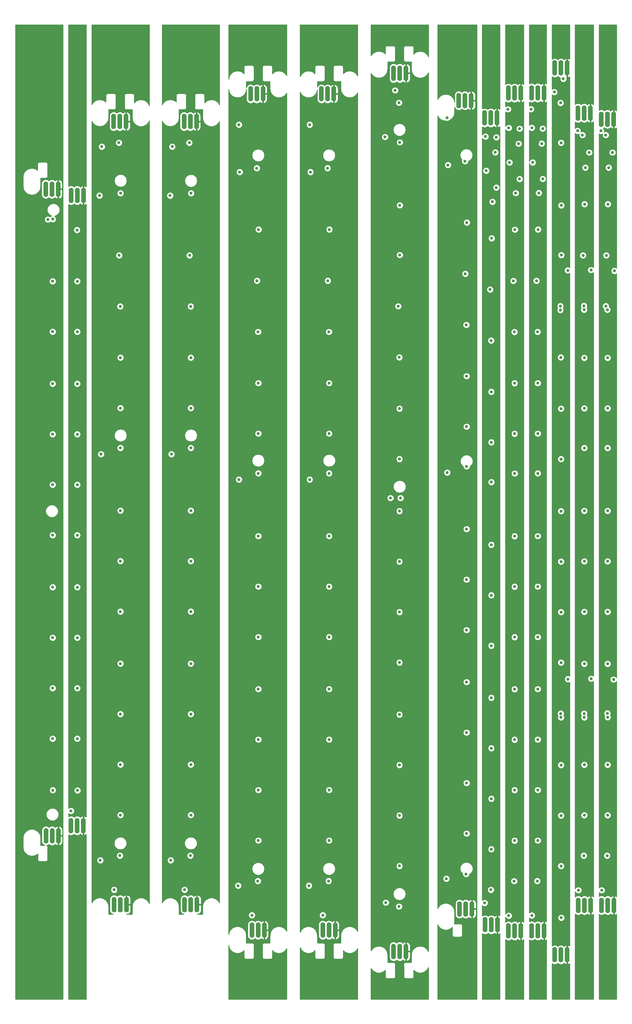
<source format=gbr>
G04 #@! TF.GenerationSoftware,KiCad,Pcbnew,(5.0.0-3-g5ebb6b6)*
G04 #@! TF.CreationDate,2019-02-23T00:38:07-08:00*
G04 #@! TF.ProjectId,PanelNoSeparation,50616E656C4E6F53657061726174696F,rev?*
G04 #@! TF.SameCoordinates,Original*
G04 #@! TF.FileFunction,Copper,L2,Inr,Plane*
G04 #@! TF.FilePolarity,Positive*
%FSLAX45Y45*%
G04 Gerber Fmt 4.5, Leading zero omitted, Abs format (unit mm)*
G04 Created by KiCad (PCBNEW (5.0.0-3-g5ebb6b6)) date Saturday, February 23, 2019 at 12:38:07 AM*
%MOMM*%
%LPD*%
G01*
G04 APERTURE LIST*
G04 #@! TA.AperFunction,ViaPad*
%ADD10O,1.524000X5.080000*%
G04 #@! TD*
G04 #@! TA.AperFunction,ViaPad*
%ADD11C,1.000000*%
G04 #@! TD*
G04 #@! TA.AperFunction,Conductor*
%ADD12C,0.254000*%
G04 #@! TD*
G04 APERTURE END LIST*
D10*
G04 #@! TO.N,GND*
G04 #@! TO.C,J1*
X23220030Y-32828200D03*
G04 #@! TO.N,Net-(D1-Pad4)*
X23016830Y-32828200D03*
G04 #@! TO.N,+5V*
X22813630Y-32828200D03*
G04 #@! TD*
G04 #@! TO.N,GND*
G04 #@! TO.C,J2*
X23220030Y-3821400D03*
G04 #@! TO.N,Net-(D17-Pad3)*
X23016830Y-3821400D03*
G04 #@! TO.N,+5V*
X22813630Y-3821400D03*
G04 #@! TD*
G04 #@! TO.N,+5V*
G04 #@! TO.C,J2*
X10682278Y-5572556D03*
G04 #@! TO.N,Net-(D15-Pad3)*
X10885478Y-5572556D03*
G04 #@! TO.N,GND*
X11088678Y-5572556D03*
G04 #@! TD*
G04 #@! TO.N,+5V*
G04 #@! TO.C,J1*
X10697518Y-31189980D03*
G04 #@! TO.N,Net-(D1-Pad4)*
X10900718Y-31189980D03*
G04 #@! TO.N,GND*
X11103918Y-31189980D03*
G04 #@! TD*
G04 #@! TO.N,+5V*
G04 #@! TO.C,J2*
X15177180Y-4668050D03*
G04 #@! TO.N,Net-(D16-Pad3)*
X15380380Y-4668050D03*
G04 #@! TO.N,GND*
X15583580Y-4668050D03*
G04 #@! TD*
G04 #@! TO.N,+5V*
G04 #@! TO.C,J1*
X15220106Y-32022580D03*
G04 #@! TO.N,Net-(D1-Pad4)*
X15423306Y-32022580D03*
G04 #@! TO.N,GND*
X15626506Y-32022580D03*
G04 #@! TD*
G04 #@! TO.N,+5V*
G04 #@! TO.C,J2*
X22053018Y-4638586D03*
G04 #@! TO.N,Net-(D16-Pad3)*
X22256218Y-4638586D03*
G04 #@! TO.N,GND*
X22459418Y-4638586D03*
G04 #@! TD*
G04 #@! TO.N,+5V*
G04 #@! TO.C,J1*
X22057082Y-32043408D03*
G04 #@! TO.N,Net-(D1-Pad4)*
X22260282Y-32043408D03*
G04 #@! TO.N,GND*
X22463482Y-32043408D03*
G04 #@! TD*
G04 #@! TO.N,+5V*
G04 #@! TO.C,J2*
X24336084Y-5499194D03*
G04 #@! TO.N,Net-(D15-Pad3)*
X24539284Y-5499194D03*
G04 #@! TO.N,GND*
X24742484Y-5499194D03*
G04 #@! TD*
G04 #@! TO.N,+5V*
G04 #@! TO.C,J1*
X24342942Y-31214408D03*
G04 #@! TO.N,Net-(D1-Pad4)*
X24546142Y-31214408D03*
G04 #@! TO.N,GND*
X24749342Y-31214408D03*
G04 #@! TD*
G04 #@! TO.N,GND*
G04 #@! TO.C,J2*
X8781578Y-5572656D03*
G04 #@! TO.N,Net-(D15-Pad3)*
X8578378Y-5572656D03*
G04 #@! TO.N,+5V*
X8375178Y-5572656D03*
G04 #@! TD*
G04 #@! TO.N,GND*
G04 #@! TO.C,J1*
X23987442Y-31214408D03*
G04 #@! TO.N,Net-(D1-Pad4)*
X23784242Y-31214408D03*
G04 #@! TO.N,+5V*
X23581042Y-31214408D03*
G04 #@! TD*
G04 #@! TO.N,GND*
G04 #@! TO.C,J2*
X23980584Y-5299194D03*
G04 #@! TO.N,Net-(D15-Pad3)*
X23777384Y-5299194D03*
G04 #@! TO.N,+5V*
X23574184Y-5299194D03*
G04 #@! TD*
G04 #@! TO.N,GND*
G04 #@! TO.C,J1*
X13308806Y-32022580D03*
G04 #@! TO.N,Net-(D1-Pad4)*
X13105606Y-32022580D03*
G04 #@! TO.N,+5V*
X12902406Y-32022580D03*
G04 #@! TD*
G04 #@! TO.N,GND*
G04 #@! TO.C,J2*
X13265880Y-4668050D03*
G04 #@! TO.N,Net-(D16-Pad3)*
X13062680Y-4668050D03*
G04 #@! TO.N,+5V*
X12859480Y-4668050D03*
G04 #@! TD*
G04 #@! TO.N,GND*
G04 #@! TO.C,J1*
X21704982Y-32046908D03*
G04 #@! TO.N,Net-(D1-Pad4)*
X21501782Y-32046908D03*
G04 #@! TO.N,+5V*
X21298582Y-32046908D03*
G04 #@! TD*
G04 #@! TO.N,GND*
G04 #@! TO.C,J2*
X21700918Y-4642086D03*
G04 #@! TO.N,Net-(D16-Pad3)*
X21497718Y-4642086D03*
G04 #@! TO.N,+5V*
X21294518Y-4642086D03*
G04 #@! TD*
G04 #@! TO.N,GND*
G04 #@! TO.C,J1*
X17942630Y-32723000D03*
G04 #@! TO.N,Net-(D1-Pad4)*
X17739430Y-32723000D03*
G04 #@! TO.N,+5V*
X17536230Y-32723000D03*
G04 #@! TD*
G04 #@! TO.N,GND*
G04 #@! TO.C,J2*
X17942630Y-3995600D03*
G04 #@! TO.N,Net-(D17-Pad3)*
X17739430Y-3995600D03*
G04 #@! TO.N,+5V*
X17536230Y-3995600D03*
G04 #@! TD*
G04 #@! TO.N,GND*
G04 #@! TO.C,J1*
X20103130Y-31330800D03*
G04 #@! TO.N,Net-(D1-Pad4)*
X19899930Y-31330800D03*
G04 #@! TO.N,+5V*
X19696730Y-31330800D03*
G04 #@! TD*
G04 #@! TO.N,GND*
G04 #@! TO.C,J2*
X20077730Y-4889400D03*
G04 #@! TO.N,Net-(D16-Pad3)*
X19874530Y-4889400D03*
G04 #@! TO.N,+5V*
X19671330Y-4889400D03*
G04 #@! TD*
G04 #@! TO.N,GND*
G04 #@! TO.C,J1*
X20938608Y-31845546D03*
G04 #@! TO.N,Net-(D1-Pad4)*
X20735408Y-31845546D03*
G04 #@! TO.N,+5V*
X20532208Y-31845546D03*
G04 #@! TD*
G04 #@! TO.N,GND*
G04 #@! TO.C,J2*
X20924130Y-5455200D03*
G04 #@! TO.N,Net-(D16-Pad3)*
X20720930Y-5455200D03*
G04 #@! TO.N,+5V*
X20517730Y-5455200D03*
G04 #@! TD*
G04 #@! TO.N,GND*
G04 #@! TO.C,J2*
X7388170Y-7991360D03*
G04 #@! TO.N,Net-(D12-Pad3)*
X7184970Y-7991360D03*
G04 #@! TO.N,+5V*
X6981770Y-7991360D03*
G04 #@! TD*
G04 #@! TO.N,GND*
G04 #@! TO.C,J1*
X7385370Y-28606000D03*
G04 #@! TO.N,Net-(D1-Pad4)*
X7182170Y-28606000D03*
G04 #@! TO.N,+5V*
X6978970Y-28606000D03*
G04 #@! TD*
G04 #@! TO.N,GND*
G04 #@! TO.C,J1*
X8796818Y-31190080D03*
G04 #@! TO.N,Net-(D1-Pad4)*
X8593618Y-31190080D03*
G04 #@! TO.N,+5V*
X8390418Y-31190080D03*
G04 #@! TD*
G04 #@! TO.N,GND*
G04 #@! TO.C,J2*
X6562292Y-7787140D03*
G04 #@! TO.N,Net-(D12-Pad3)*
X6359092Y-7787140D03*
G04 #@! TO.N,+5V*
X6155892Y-7787140D03*
G04 #@! TD*
G04 #@! TO.N,GND*
G04 #@! TO.C,J1*
X6569792Y-28938040D03*
G04 #@! TO.N,Net-(D1-Pad4)*
X6366592Y-28938040D03*
G04 #@! TO.N,+5V*
X6163392Y-28938040D03*
G04 #@! TD*
D11*
G04 #@! TO.N,+5V*
X6384492Y-27446740D03*
X6378142Y-25757640D03*
X6378142Y-24106640D03*
X6378142Y-20804640D03*
X6378142Y-22455640D03*
X6378142Y-19102840D03*
X6378142Y-17451840D03*
X6378142Y-14149840D03*
X6378142Y-15800840D03*
X6378142Y-10797040D03*
X6378142Y-12448040D03*
X6384492Y-8765040D03*
X7192330Y-27450300D03*
X7185980Y-24110200D03*
X7185980Y-20808200D03*
X7185980Y-22459200D03*
X7185980Y-19106400D03*
X7185980Y-17455400D03*
X7185980Y-14153400D03*
X7185980Y-15804400D03*
X7185980Y-10800600D03*
X7185980Y-12451600D03*
X7179630Y-9124200D03*
X6979230Y-28123400D03*
X8597174Y-26607920D03*
X8597174Y-23305920D03*
X8597174Y-24956920D03*
X8597174Y-21604120D03*
X8597174Y-19953120D03*
X8597174Y-18302120D03*
X8597174Y-13298320D03*
X8597174Y-14949320D03*
X8590824Y-11621920D03*
X8555264Y-9950600D03*
X8597174Y-28258920D03*
X8580664Y-29584800D03*
X7962682Y-16452746D03*
X8597682Y-16249546D03*
X7937282Y-29736946D03*
X8546881Y-6267346D03*
X7988082Y-6394346D03*
X8390418Y-30701384D03*
X8600730Y-7918600D03*
X7914930Y-7994800D03*
X23780686Y-26611420D03*
X23780686Y-23309420D03*
X23780686Y-21607620D03*
X23780686Y-19956620D03*
X23780686Y-18305620D03*
X23780686Y-13301820D03*
X23780686Y-14952820D03*
X23789576Y-8277700D03*
X23738776Y-9954100D03*
X23780686Y-28262420D03*
X23764176Y-29588300D03*
X23781194Y-16253046D03*
X23586630Y-30715806D03*
X23559725Y-5878625D03*
X23719865Y-6018256D03*
X13109162Y-27440420D03*
X13109162Y-24138420D03*
X13109162Y-25789420D03*
X13109162Y-22436620D03*
X13109162Y-20785620D03*
X13109162Y-19134620D03*
X13109162Y-14130820D03*
X13109162Y-15781820D03*
X13102812Y-12454420D03*
X13118052Y-9106700D03*
X13067252Y-10783100D03*
X13109162Y-29091420D03*
X13092652Y-30417300D03*
X12474670Y-5677446D03*
X13109670Y-17082046D03*
X12449270Y-30569446D03*
X13058869Y-7099846D03*
X12500070Y-7226846D03*
X12902406Y-31533884D03*
X21498226Y-27443920D03*
X21498226Y-24141920D03*
X21498226Y-25792920D03*
X21498226Y-22440120D03*
X21498226Y-20789120D03*
X21498226Y-19138120D03*
X21498226Y-14134320D03*
X21498226Y-15785320D03*
X21491876Y-12457920D03*
X21507116Y-9110200D03*
X21456316Y-10786600D03*
X21498226Y-29094920D03*
X21481716Y-30420800D03*
X21498734Y-17085546D03*
X21305186Y-5782546D03*
X21279786Y-5172946D03*
X21304170Y-31548306D03*
X21332145Y-6913100D03*
X17730540Y-28272920D03*
X17730540Y-24970920D03*
X17730540Y-26621920D03*
X17730540Y-23269120D03*
X17730540Y-21618120D03*
X17730540Y-18316120D03*
X17730540Y-19967120D03*
X17730540Y-14963320D03*
X17730540Y-16614320D03*
X17724190Y-13286920D03*
X17714030Y-4960800D03*
X17739430Y-9939200D03*
X17739430Y-8313600D03*
X17688630Y-11615600D03*
X17256830Y-6078400D03*
X17739430Y-6256200D03*
X17730540Y-29923920D03*
X17714030Y-31249800D03*
X17282230Y-31122800D03*
X19924822Y-27211174D03*
X19924822Y-23909174D03*
X19924822Y-25560174D03*
X19924822Y-22207374D03*
X19924822Y-20556374D03*
X19924822Y-18905374D03*
X19924822Y-13901574D03*
X19924822Y-15552574D03*
X19918472Y-12225174D03*
X19933712Y-8877454D03*
X19882912Y-10553854D03*
X19924822Y-28862174D03*
X19908312Y-30188054D03*
X19290330Y-5448200D03*
X19290330Y-17056000D03*
X19925330Y-16852800D03*
X19264930Y-30340200D03*
X19874529Y-6870600D03*
X19315730Y-6997600D03*
X20736170Y-27726174D03*
X20736170Y-24424174D03*
X20736170Y-26075174D03*
X20736170Y-22722374D03*
X20736170Y-21071374D03*
X20736170Y-19420374D03*
X20736170Y-14416574D03*
X20736170Y-16067574D03*
X20729820Y-12740174D03*
X20745060Y-9392454D03*
X20694260Y-11068854D03*
X20736170Y-29377174D03*
X20719660Y-30703054D03*
X20736678Y-17367800D03*
X20517730Y-31134600D03*
X20570136Y-7182400D03*
X20543130Y-6064800D03*
X10904274Y-26607820D03*
X10904274Y-23305820D03*
X10904274Y-24956820D03*
X10904274Y-21604020D03*
X10904274Y-19953020D03*
X10904274Y-18302020D03*
X10904274Y-13298220D03*
X10904274Y-14949220D03*
X10897924Y-11621820D03*
X10862364Y-9950500D03*
X10904274Y-28258820D03*
X10887764Y-29584700D03*
X10269782Y-16452646D03*
X10904782Y-16249446D03*
X10244382Y-29736846D03*
X10853981Y-6267246D03*
X10295182Y-6394246D03*
X10697518Y-30701284D03*
X10907830Y-7918500D03*
X10222030Y-7994700D03*
X15426862Y-29091420D03*
X15410352Y-30417300D03*
X14792370Y-5677446D03*
X14792370Y-17285246D03*
X15427370Y-17082046D03*
X14766970Y-30569446D03*
X15376569Y-7099846D03*
X14817770Y-7226846D03*
X15220106Y-31533884D03*
X15426862Y-27440420D03*
X15426862Y-24138420D03*
X15426862Y-25789420D03*
X15426862Y-22436620D03*
X15426862Y-20785620D03*
X15426862Y-19134620D03*
X15426862Y-14130820D03*
X15426862Y-15781820D03*
X15420512Y-12454420D03*
X15435752Y-9106700D03*
X15384952Y-10783100D03*
X22256726Y-27440420D03*
X22256726Y-24138420D03*
X22256726Y-25789420D03*
X22256726Y-22436620D03*
X22256726Y-20785620D03*
X22256726Y-19134620D03*
X22256726Y-14130820D03*
X22256726Y-15781820D03*
X22250376Y-12454420D03*
X22265616Y-9106700D03*
X22214816Y-10783100D03*
X22256726Y-29091420D03*
X22240216Y-30417300D03*
X22257234Y-17082046D03*
X22063686Y-5779046D03*
X22038286Y-5169446D03*
X22062670Y-31544806D03*
X22090645Y-6909600D03*
X24542586Y-26611420D03*
X24542586Y-23309420D03*
X24542586Y-21607620D03*
X24542586Y-19956620D03*
X24542586Y-18305620D03*
X24542586Y-13301820D03*
X24542586Y-14952820D03*
X24551476Y-8277700D03*
X24500676Y-9954100D03*
X24542586Y-28262420D03*
X24526076Y-29588300D03*
X24543094Y-16253046D03*
X24348530Y-30715806D03*
X24321625Y-5878625D03*
X24481765Y-6018256D03*
X23093029Y-4177000D03*
X23017592Y-6269198D03*
X23027498Y-8317200D03*
X23027498Y-9942800D03*
X23002098Y-4964400D03*
X23012258Y-13290520D03*
X23018608Y-16617920D03*
X23018608Y-14966920D03*
X23018608Y-19970720D03*
X23018608Y-18319720D03*
X23018608Y-21621720D03*
X23018608Y-23272720D03*
X23018608Y-26625520D03*
X23018608Y-28276520D03*
X23018608Y-29927520D03*
X23024958Y-31616620D03*
X23767421Y-11603266D03*
X22996690Y-11613760D03*
X24482730Y-11613900D03*
X7185980Y-25760599D03*
X23007001Y-24938225D03*
X23772615Y-24938204D03*
X24535849Y-24931914D03*
X12474670Y-17285246D03*
G04 #@! TO.N,GND*
X6537126Y-27926566D03*
X6377126Y-26377146D03*
X6376872Y-24670520D03*
X6379412Y-23006820D03*
X6381952Y-21332960D03*
X6381952Y-19676880D03*
X6379412Y-16339320D03*
X6376872Y-14683240D03*
X6379412Y-13006840D03*
X6381952Y-11350760D03*
X6379412Y-9681980D03*
X6377126Y-17994096D03*
X5990792Y-9730240D03*
X7344964Y-27930126D03*
X7184964Y-26380706D03*
X7184710Y-24674080D03*
X7187250Y-23010380D03*
X7189790Y-21336520D03*
X7189790Y-19680440D03*
X7187250Y-18011660D03*
X7187250Y-16342880D03*
X7184710Y-14686800D03*
X7187250Y-13010400D03*
X7189790Y-11354320D03*
X7187250Y-9685540D03*
X8598444Y-25508100D03*
X8600984Y-23834240D03*
X8600984Y-22178160D03*
X8598444Y-20509380D03*
X8598444Y-18840600D03*
X8595904Y-17184520D03*
X8600984Y-13852040D03*
X8598444Y-12183260D03*
X8557804Y-10661800D03*
X8580664Y-8858400D03*
X8595904Y-27171800D03*
X8606064Y-28797400D03*
X7988082Y-17011546D03*
X8597682Y-15436746D03*
X8064282Y-30244946D03*
X7988082Y-6953146D03*
X8793262Y-30734404D03*
X7940330Y-8655200D03*
X8600730Y-7105800D03*
X23781956Y-25511600D03*
X23784496Y-23837740D03*
X23784496Y-22181660D03*
X23781956Y-20512880D03*
X23781956Y-18844100D03*
X23784496Y-13855540D03*
X23781956Y-12186760D03*
X23741316Y-10665300D03*
X23764176Y-8861900D03*
X23779416Y-27175300D03*
X23789576Y-28800900D03*
X23781194Y-15440246D03*
X23911750Y-30736126D03*
X23723996Y-17243440D03*
X23913274Y-5851492D03*
X23942484Y-6765384D03*
X13110432Y-26340600D03*
X13112972Y-24666740D03*
X13112972Y-23010660D03*
X13110432Y-21341880D03*
X13110432Y-19673100D03*
X13107892Y-18017020D03*
X13112972Y-14684540D03*
X13110432Y-13015760D03*
X13069792Y-11494300D03*
X13092652Y-9690900D03*
X13067252Y-8014500D03*
X13107892Y-28004300D03*
X13118052Y-29629900D03*
X12491688Y-6314732D03*
X12500070Y-17844046D03*
X13109670Y-16269246D03*
X12576270Y-31077446D03*
X12500070Y-7785646D03*
X13109670Y-6261646D03*
X13305250Y-31566904D03*
X21499496Y-26344100D03*
X21502036Y-24670240D03*
X21502036Y-23014160D03*
X21499496Y-21345380D03*
X21499496Y-19676600D03*
X21496956Y-18020520D03*
X21502036Y-14688040D03*
X21499496Y-13019260D03*
X21458856Y-11497800D03*
X21481716Y-9694400D03*
X21496956Y-28007800D03*
X21507116Y-29633400D03*
X21498734Y-16272746D03*
X21498734Y-6265146D03*
X21508386Y-7585946D03*
X21686186Y-5172946D03*
X21629290Y-31568626D03*
X17889524Y-32092846D03*
X17731810Y-27173100D03*
X17734350Y-25499240D03*
X17734350Y-23843160D03*
X17731810Y-22174380D03*
X17731810Y-20505600D03*
X17729270Y-18849520D03*
X17734350Y-15517040D03*
X17731810Y-13848260D03*
X17691170Y-12326800D03*
X17714030Y-10523400D03*
X17688630Y-8847000D03*
X17688630Y-7221400D03*
X17968030Y-17889400D03*
X17739430Y-17127400D03*
X18171230Y-6053000D03*
X17714030Y-5443400D03*
X17729270Y-28836800D03*
X18196630Y-31097400D03*
X17739430Y-30462400D03*
X19926092Y-26111354D03*
X19928632Y-24437494D03*
X19928632Y-22781414D03*
X19926092Y-21112634D03*
X19926092Y-19443854D03*
X19923552Y-17787774D03*
X19928632Y-14455294D03*
X19926092Y-12786514D03*
X19885452Y-11265054D03*
X19908312Y-9461654D03*
X19882912Y-7785254D03*
X19923552Y-27775054D03*
X19933712Y-29400654D03*
X19307348Y-6085486D03*
X19315730Y-17614800D03*
X19925330Y-16040000D03*
X19391930Y-30848200D03*
X19315730Y-7556400D03*
X19925330Y-6032400D03*
X20737440Y-26626354D03*
X20739980Y-24952494D03*
X20739980Y-23296414D03*
X20737440Y-21627634D03*
X20737440Y-19958854D03*
X20734900Y-18302774D03*
X20739980Y-14970294D03*
X20737440Y-13301514D03*
X20696800Y-11780054D03*
X20719660Y-9976654D03*
X20734900Y-28290054D03*
X20745060Y-29915654D03*
X20736678Y-16555000D03*
X20736678Y-6547400D03*
X20898730Y-31134600D03*
X20746330Y-7868200D03*
X10905544Y-25508000D03*
X10908084Y-23834140D03*
X10908084Y-22178060D03*
X10905544Y-20509280D03*
X10905544Y-18840500D03*
X10903004Y-17184420D03*
X10908084Y-13851940D03*
X10905544Y-12183160D03*
X10864904Y-10661700D03*
X10887764Y-8858300D03*
X10903004Y-27171700D03*
X10913164Y-28797300D03*
X10295182Y-17011446D03*
X10904782Y-15436646D03*
X10371382Y-30244846D03*
X10295182Y-6953046D03*
X11100362Y-30734304D03*
X10247430Y-8655100D03*
X10907830Y-7105700D03*
X15428132Y-26340600D03*
X15430672Y-24666740D03*
X15430672Y-23010660D03*
X15428132Y-21341880D03*
X15428132Y-19673100D03*
X15425592Y-18017020D03*
X15430672Y-14684540D03*
X15428132Y-13015760D03*
X15387492Y-11494300D03*
X15410352Y-9690900D03*
X15384952Y-8014500D03*
X15425592Y-28004300D03*
X15435752Y-29629900D03*
X14809388Y-6314732D03*
X14817770Y-17844046D03*
X15427370Y-16269246D03*
X14893970Y-31077446D03*
X14817770Y-7785646D03*
X15427370Y-6261646D03*
X15622950Y-31566904D03*
X22257996Y-26340600D03*
X22260536Y-24666740D03*
X22260536Y-23010660D03*
X22257996Y-21341880D03*
X22257996Y-19673100D03*
X22255456Y-18017020D03*
X22260536Y-14684540D03*
X22257996Y-13015760D03*
X22217356Y-11494300D03*
X22240216Y-9690900D03*
X22255456Y-28004300D03*
X22265616Y-29629900D03*
X22257234Y-16269246D03*
X22257234Y-6261646D03*
X22266886Y-7582446D03*
X22444686Y-5169446D03*
X22387790Y-31565126D03*
X24543856Y-25511600D03*
X24546396Y-23837740D03*
X24546396Y-22181660D03*
X24543856Y-20512880D03*
X24543856Y-18844100D03*
X24546396Y-13855540D03*
X24543856Y-12186760D03*
X24503216Y-10665300D03*
X24526076Y-8861900D03*
X24541316Y-27175300D03*
X24551476Y-28800900D03*
X24543094Y-15440246D03*
X24673650Y-30736126D03*
X24485896Y-17243440D03*
X24675174Y-5851492D03*
X24704384Y-6765384D03*
X22966030Y-4177000D03*
X23002098Y-5523200D03*
X22976698Y-7225000D03*
X22976698Y-8850600D03*
X23002098Y-10527000D03*
X22979238Y-12330400D03*
X23019878Y-13851860D03*
X23022418Y-15520640D03*
X23019878Y-17176720D03*
X23017338Y-18853120D03*
X23019878Y-20509200D03*
X23019878Y-22177980D03*
X23022418Y-23846760D03*
X23022418Y-25502840D03*
X23019878Y-27176700D03*
X23017338Y-28840400D03*
X23017592Y-30547026D03*
X23177592Y-32096446D03*
G04 #@! TO.N,Net-(D12-Pad3)*
X6223457Y-8778841D03*
X23238130Y-10445500D03*
X22996830Y-11740901D03*
G04 #@! TO.N,Net-(C9-Pad1)*
X17764830Y-17889400D03*
X17434630Y-17889400D03*
G04 #@! TO.N,Net-(D3-Pad3)*
X24003986Y-23799550D03*
X23777879Y-25063200D03*
X24736730Y-23824950D03*
X24546230Y-25056850D03*
G04 #@! TO.N,Net-(D4-Pad3)*
X23241987Y-23814900D03*
X23015880Y-25063200D03*
G04 #@! TO.N,Net-(D11-Pad3)*
X24000130Y-10430428D03*
X23771529Y-11728200D03*
X24765987Y-10458200D03*
X24534958Y-11732487D03*
G04 #@! TO.N,Net-(C15-Pad1)*
X23816386Y-7083787D03*
X23938770Y-6585780D03*
X21662187Y-7453867D03*
X21533926Y-7916287D03*
X20900131Y-7736121D03*
X20771870Y-8198541D03*
X22292426Y-7912787D03*
X22420687Y-7450367D03*
X24578286Y-7083787D03*
X24700670Y-6585780D03*
G04 #@! TO.N,Net-(C16-Pad1)*
X21626697Y-6299235D03*
X21660786Y-5807946D03*
X20864641Y-6581489D03*
X20898730Y-6090200D03*
X22385197Y-6295735D03*
X22419286Y-5804446D03*
G04 #@! TO.N,Net-(D17-Pad3)*
X17587030Y-4554400D03*
X22797438Y-4608800D03*
G04 #@! TD*
D12*
G04 #@! TO.N,GND*
G36*
X14037230Y-4072926D02*
X14026379Y-4051228D01*
X14025575Y-4047185D01*
X14020733Y-4039938D01*
X14019709Y-4037891D01*
X14017240Y-4034709D01*
X14015001Y-4031359D01*
X14013382Y-4029739D01*
X14008038Y-4022855D01*
X14004457Y-4020814D01*
X13967242Y-3983595D01*
X13965198Y-3980010D01*
X13958317Y-3974669D01*
X13956702Y-3973054D01*
X13953347Y-3970813D01*
X13950161Y-3968340D01*
X13948119Y-3967319D01*
X13940876Y-3962479D01*
X13936828Y-3961674D01*
X13888922Y-3937720D01*
X13886038Y-3935098D01*
X13877628Y-3932074D01*
X13875384Y-3930951D01*
X13871711Y-3929945D01*
X13868127Y-3928657D01*
X13865645Y-3928284D01*
X13857026Y-3925924D01*
X13853159Y-3926411D01*
X13800622Y-3918531D01*
X13797597Y-3917107D01*
X13788125Y-3916657D01*
X13785104Y-3916204D01*
X13781845Y-3916358D01*
X13778585Y-3916204D01*
X13775563Y-3916657D01*
X13766092Y-3917107D01*
X13763068Y-3918531D01*
X13710530Y-3926412D01*
X13706661Y-3925924D01*
X13698042Y-3928285D01*
X13695562Y-3928657D01*
X13691979Y-3929945D01*
X13688303Y-3930952D01*
X13686059Y-3932074D01*
X13677651Y-3935098D01*
X13674767Y-3937721D01*
X13626865Y-3961673D01*
X13622820Y-3962478D01*
X13615575Y-3967319D01*
X13613531Y-3968341D01*
X13610347Y-3970812D01*
X13606994Y-3973052D01*
X13605377Y-3974669D01*
X13598494Y-3980011D01*
X13596452Y-3983595D01*
X13570676Y-4009370D01*
X13570676Y-3806818D01*
X13571930Y-3800515D01*
X13566963Y-3775543D01*
X13552817Y-3754373D01*
X13531648Y-3740228D01*
X13512979Y-3736515D01*
X13506676Y-3735261D01*
X13500373Y-3736515D01*
X13311898Y-3736515D01*
X13305594Y-3735261D01*
X13299291Y-3736515D01*
X13280623Y-3740228D01*
X13259453Y-3754373D01*
X13245308Y-3775543D01*
X13240341Y-3800515D01*
X13241595Y-3806819D01*
X13241594Y-4192850D01*
X13240341Y-4199153D01*
X13245308Y-4224125D01*
X13254976Y-4238594D01*
X13259453Y-4245295D01*
X13280623Y-4259440D01*
X13305594Y-4264407D01*
X13311898Y-4263153D01*
X13492070Y-4263153D01*
X13492070Y-4504554D01*
X13491843Y-4509332D01*
X13492070Y-4510844D01*
X13492070Y-4512374D01*
X13493004Y-4517068D01*
X13502053Y-4577384D01*
X13501565Y-4581249D01*
X13503926Y-4589870D01*
X13504299Y-4592355D01*
X13505587Y-4595937D01*
X13506592Y-4599607D01*
X13507715Y-4601854D01*
X13510741Y-4610265D01*
X13513361Y-4613148D01*
X13537310Y-4661049D01*
X13538115Y-4665097D01*
X13542955Y-4672340D01*
X13543976Y-4674383D01*
X13546449Y-4677569D01*
X13548690Y-4680923D01*
X13550305Y-4682538D01*
X13555645Y-4689420D01*
X13559231Y-4691464D01*
X13596452Y-4728685D01*
X13598494Y-4732268D01*
X13605377Y-4737610D01*
X13606994Y-4739227D01*
X13610347Y-4741467D01*
X13613531Y-4743939D01*
X13615575Y-4744961D01*
X13622820Y-4749802D01*
X13626865Y-4750607D01*
X13674767Y-4774559D01*
X13677651Y-4777182D01*
X13686059Y-4780206D01*
X13688303Y-4781328D01*
X13691978Y-4782334D01*
X13695562Y-4783623D01*
X13698043Y-4783995D01*
X13706661Y-4786356D01*
X13710530Y-4785868D01*
X13763068Y-4793748D01*
X13766092Y-4795173D01*
X13775563Y-4795623D01*
X13778585Y-4796076D01*
X13781845Y-4795921D01*
X13785104Y-4796076D01*
X13788125Y-4795623D01*
X13797597Y-4795173D01*
X13800622Y-4793748D01*
X13853159Y-4785868D01*
X13857026Y-4786356D01*
X13865645Y-4783995D01*
X13868127Y-4783623D01*
X13871711Y-4782334D01*
X13875384Y-4781328D01*
X13877628Y-4780206D01*
X13886038Y-4777182D01*
X13888922Y-4774559D01*
X13936828Y-4750606D01*
X13940876Y-4749801D01*
X13948119Y-4744961D01*
X13950161Y-4743940D01*
X13953347Y-4741467D01*
X13956702Y-4739225D01*
X13958317Y-4737610D01*
X13965198Y-4732270D01*
X13967242Y-4728685D01*
X14004457Y-4691466D01*
X14008038Y-4689425D01*
X14013382Y-4682540D01*
X14015001Y-4680921D01*
X14017240Y-4677570D01*
X14019709Y-4674389D01*
X14020733Y-4672342D01*
X14025575Y-4665095D01*
X14026379Y-4661052D01*
X14037230Y-4639354D01*
X14037230Y-32058785D01*
X14026379Y-32037086D01*
X14025574Y-32033042D01*
X14020733Y-32025796D01*
X14019710Y-32023750D01*
X14017239Y-32020567D01*
X14015000Y-32017216D01*
X14013382Y-32015598D01*
X14008039Y-32008714D01*
X14004457Y-32006673D01*
X13967241Y-31969455D01*
X13965198Y-31965871D01*
X13958316Y-31960530D01*
X13956701Y-31958914D01*
X13953347Y-31956673D01*
X13950161Y-31954201D01*
X13948118Y-31953179D01*
X13940875Y-31948339D01*
X13936828Y-31947534D01*
X13888922Y-31923581D01*
X13886038Y-31920959D01*
X13877628Y-31917934D01*
X13875384Y-31916812D01*
X13871711Y-31915806D01*
X13868127Y-31914517D01*
X13865645Y-31914145D01*
X13857026Y-31911785D01*
X13853159Y-31912272D01*
X13800622Y-31904392D01*
X13797597Y-31902967D01*
X13788125Y-31902517D01*
X13785104Y-31902064D01*
X13781845Y-31902219D01*
X13778585Y-31902064D01*
X13775563Y-31902518D01*
X13766092Y-31902967D01*
X13763068Y-31904392D01*
X13710530Y-31912272D01*
X13706661Y-31911785D01*
X13698042Y-31914145D01*
X13695562Y-31914517D01*
X13691979Y-31915806D01*
X13688303Y-31916813D01*
X13686059Y-31917935D01*
X13677651Y-31920959D01*
X13674767Y-31923581D01*
X13626866Y-31947533D01*
X13622821Y-31948338D01*
X13615576Y-31953179D01*
X13613531Y-31954202D01*
X13610347Y-31956673D01*
X13606995Y-31958912D01*
X13605378Y-31960529D01*
X13598494Y-31965872D01*
X13596452Y-31969455D01*
X13559231Y-32006674D01*
X13555645Y-32008719D01*
X13550305Y-32015600D01*
X13548691Y-32017214D01*
X13546449Y-32020568D01*
X13543976Y-32023756D01*
X13542955Y-32025798D01*
X13538116Y-32033040D01*
X13537310Y-32037088D01*
X13513361Y-32084993D01*
X13510741Y-32087875D01*
X13507715Y-32096287D01*
X13506592Y-32098534D01*
X13505587Y-32102204D01*
X13504299Y-32105786D01*
X13503926Y-32108270D01*
X13501565Y-32116892D01*
X13502053Y-32120757D01*
X13493004Y-32181074D01*
X13492070Y-32185767D01*
X13492070Y-32187296D01*
X13491843Y-32188808D01*
X13492070Y-32193588D01*
X13492070Y-32442041D01*
X13315429Y-32442041D01*
X13309126Y-32440787D01*
X13302822Y-32442041D01*
X13284154Y-32445754D01*
X13262984Y-32459899D01*
X13248839Y-32481069D01*
X13243872Y-32506041D01*
X13245126Y-32512345D01*
X13245126Y-32898378D01*
X13243872Y-32904681D01*
X13248839Y-32929653D01*
X13262984Y-32950823D01*
X13284154Y-32964968D01*
X13309126Y-32969935D01*
X13315429Y-32968681D01*
X13500373Y-32968681D01*
X13506676Y-32969935D01*
X13512979Y-32968681D01*
X13531648Y-32964968D01*
X13552817Y-32950823D01*
X13566963Y-32929653D01*
X13571930Y-32904681D01*
X13570676Y-32898378D01*
X13570676Y-32688769D01*
X13596452Y-32714544D01*
X13598494Y-32718127D01*
X13605378Y-32723470D01*
X13606995Y-32725087D01*
X13610347Y-32727326D01*
X13613531Y-32729797D01*
X13615576Y-32730820D01*
X13622821Y-32735661D01*
X13626866Y-32736465D01*
X13674767Y-32760417D01*
X13677651Y-32763040D01*
X13686059Y-32766064D01*
X13688303Y-32767186D01*
X13691979Y-32768193D01*
X13695562Y-32769482D01*
X13698042Y-32769854D01*
X13706661Y-32772214D01*
X13710530Y-32771727D01*
X13763068Y-32779607D01*
X13766092Y-32781031D01*
X13775563Y-32781481D01*
X13778585Y-32781934D01*
X13781845Y-32781780D01*
X13785104Y-32781934D01*
X13788125Y-32781481D01*
X13797597Y-32781031D01*
X13800622Y-32779607D01*
X13853159Y-32771727D01*
X13857026Y-32772214D01*
X13865645Y-32769854D01*
X13868127Y-32769482D01*
X13871711Y-32768193D01*
X13875384Y-32767187D01*
X13877628Y-32766065D01*
X13886038Y-32763040D01*
X13888922Y-32760418D01*
X13936828Y-32736465D01*
X13940875Y-32735660D01*
X13948118Y-32730820D01*
X13950161Y-32729798D01*
X13953347Y-32727326D01*
X13956701Y-32725085D01*
X13958316Y-32723469D01*
X13965198Y-32718128D01*
X13967241Y-32714543D01*
X14004457Y-32677327D01*
X14008038Y-32675285D01*
X14013382Y-32668401D01*
X14015000Y-32666783D01*
X14017239Y-32663432D01*
X14019709Y-32660249D01*
X14020732Y-32658203D01*
X14025574Y-32650956D01*
X14026379Y-32646913D01*
X14037230Y-32625215D01*
X14037230Y-34283541D01*
X12142630Y-34283541D01*
X12142630Y-32508036D01*
X12150912Y-32563245D01*
X12150425Y-32567110D01*
X12152785Y-32575731D01*
X12153158Y-32578215D01*
X12154446Y-32581797D01*
X12155451Y-32585468D01*
X12156575Y-32587714D01*
X12159600Y-32596126D01*
X12162221Y-32599008D01*
X12186170Y-32646911D01*
X12186975Y-32650959D01*
X12191814Y-32658201D01*
X12192835Y-32660243D01*
X12195309Y-32663431D01*
X12197550Y-32666785D01*
X12199164Y-32668399D01*
X12204505Y-32675281D01*
X12208091Y-32677325D01*
X12245311Y-32714544D01*
X12247354Y-32718127D01*
X12254236Y-32723469D01*
X12255854Y-32725087D01*
X12259207Y-32727327D01*
X12262390Y-32729797D01*
X12264435Y-32730820D01*
X12271680Y-32735661D01*
X12275725Y-32736465D01*
X12323626Y-32760417D01*
X12326511Y-32763040D01*
X12334919Y-32766064D01*
X12337163Y-32767186D01*
X12340838Y-32768193D01*
X12344421Y-32769482D01*
X12346902Y-32769854D01*
X12355521Y-32772214D01*
X12359389Y-32771727D01*
X12411927Y-32779607D01*
X12414951Y-32781031D01*
X12424422Y-32781481D01*
X12427444Y-32781934D01*
X12430704Y-32781780D01*
X12433964Y-32781934D01*
X12436985Y-32781481D01*
X12446456Y-32781031D01*
X12449481Y-32779607D01*
X12502018Y-32771727D01*
X12505885Y-32772214D01*
X12514505Y-32769854D01*
X12516986Y-32769482D01*
X12520570Y-32768193D01*
X12524243Y-32767187D01*
X12526488Y-32766065D01*
X12534897Y-32763040D01*
X12537781Y-32760418D01*
X12585686Y-32736465D01*
X12589731Y-32735661D01*
X12596976Y-32730820D01*
X12599021Y-32729798D01*
X12602205Y-32727327D01*
X12605558Y-32725087D01*
X12607174Y-32723470D01*
X12614057Y-32718128D01*
X12616100Y-32714545D01*
X12641872Y-32688774D01*
X12641872Y-32898378D01*
X12640618Y-32904681D01*
X12645586Y-32929653D01*
X12659731Y-32950823D01*
X12680901Y-32964968D01*
X12705872Y-32969935D01*
X12712176Y-32968681D01*
X12900655Y-32968681D01*
X12906958Y-32969935D01*
X12913261Y-32968681D01*
X12931930Y-32964968D01*
X12953100Y-32950823D01*
X12967245Y-32929653D01*
X12972212Y-32904681D01*
X12970958Y-32898378D01*
X12970958Y-32512344D01*
X12972212Y-32506041D01*
X12967245Y-32481069D01*
X12953100Y-32459899D01*
X12931930Y-32445754D01*
X12913261Y-32442041D01*
X12906958Y-32440787D01*
X12900655Y-32442041D01*
X12720482Y-32442041D01*
X12720482Y-32193588D01*
X12720709Y-32188812D01*
X12720482Y-32187298D01*
X12720482Y-32185767D01*
X12719549Y-32181074D01*
X12710504Y-32120757D01*
X12710991Y-32116888D01*
X12708631Y-32108270D01*
X12708259Y-32105789D01*
X12706970Y-32102205D01*
X12705964Y-32098530D01*
X12704842Y-32096286D01*
X12701818Y-32087878D01*
X12699196Y-32084994D01*
X12675242Y-32037087D01*
X12674437Y-32033040D01*
X12669597Y-32025796D01*
X12668575Y-32023753D01*
X12666103Y-32020568D01*
X12663862Y-32017214D01*
X12662246Y-32015598D01*
X12656905Y-32008716D01*
X12653321Y-32006673D01*
X12616100Y-31969454D01*
X12614057Y-31965871D01*
X12607174Y-31960529D01*
X12605558Y-31958912D01*
X12602205Y-31956672D01*
X12599021Y-31954201D01*
X12596976Y-31953179D01*
X12589731Y-31948338D01*
X12585686Y-31947533D01*
X12537781Y-31923581D01*
X12534897Y-31920959D01*
X12526488Y-31917934D01*
X12524243Y-31916812D01*
X12520570Y-31915806D01*
X12516986Y-31914517D01*
X12514505Y-31914145D01*
X12505885Y-31911785D01*
X12502018Y-31912272D01*
X12449481Y-31904392D01*
X12446456Y-31902967D01*
X12436985Y-31902517D01*
X12433964Y-31902064D01*
X12430704Y-31902219D01*
X12427444Y-31902064D01*
X12424422Y-31902518D01*
X12414951Y-31902967D01*
X12411927Y-31904392D01*
X12359389Y-31912272D01*
X12355521Y-31911785D01*
X12346902Y-31914145D01*
X12344421Y-31914517D01*
X12340838Y-31915806D01*
X12337163Y-31916813D01*
X12334919Y-31917935D01*
X12326511Y-31920959D01*
X12323626Y-31923581D01*
X12275725Y-31947533D01*
X12271680Y-31948338D01*
X12264435Y-31953179D01*
X12262390Y-31954202D01*
X12259207Y-31956672D01*
X12255854Y-31958912D01*
X12254236Y-31960530D01*
X12247354Y-31965872D01*
X12245311Y-31969455D01*
X12208090Y-32006674D01*
X12204504Y-32008719D01*
X12199164Y-32015600D01*
X12197550Y-32017214D01*
X12195309Y-32020568D01*
X12192835Y-32023756D01*
X12191814Y-32025798D01*
X12186975Y-32033040D01*
X12186170Y-32037088D01*
X12162221Y-32084993D01*
X12159600Y-32087875D01*
X12156574Y-32096287D01*
X12155451Y-32098534D01*
X12154446Y-32102204D01*
X12153158Y-32105786D01*
X12152785Y-32108270D01*
X12150425Y-32116892D01*
X12150912Y-32120757D01*
X12142630Y-32175965D01*
X12142630Y-31831021D01*
X12762706Y-31831021D01*
X12762706Y-32214139D01*
X12770811Y-32254888D01*
X12801688Y-32301098D01*
X12847897Y-32331975D01*
X12902406Y-32342817D01*
X12956914Y-32331975D01*
X13003124Y-32301098D01*
X13004006Y-32299778D01*
X13004888Y-32301098D01*
X13051097Y-32331975D01*
X13105606Y-32342817D01*
X13160114Y-32331975D01*
X13206324Y-32301098D01*
X13209485Y-32296366D01*
X13219003Y-32308143D01*
X13267078Y-32334306D01*
X13274499Y-32335802D01*
X13296106Y-32323552D01*
X13296106Y-32035280D01*
X13321506Y-32035280D01*
X13321506Y-32323552D01*
X13343113Y-32335802D01*
X13350533Y-32334306D01*
X13398608Y-32308143D01*
X13433011Y-32265574D01*
X13448506Y-32213080D01*
X13448506Y-32035280D01*
X13321506Y-32035280D01*
X13296106Y-32035280D01*
X13294106Y-32035280D01*
X13294106Y-32009880D01*
X13296106Y-32009880D01*
X13296106Y-31721608D01*
X13321506Y-31721608D01*
X13321506Y-32009880D01*
X13448506Y-32009880D01*
X13448506Y-31832080D01*
X13433011Y-31779586D01*
X13398608Y-31737017D01*
X13350533Y-31710854D01*
X13343113Y-31709358D01*
X13321506Y-31721608D01*
X13296106Y-31721608D01*
X13274499Y-31709358D01*
X13267078Y-31710854D01*
X13219003Y-31737017D01*
X13209485Y-31748794D01*
X13206323Y-31744062D01*
X13160114Y-31713186D01*
X13105606Y-31702343D01*
X13051097Y-31713186D01*
X13004888Y-31744062D01*
X13004006Y-31745382D01*
X13003123Y-31744062D01*
X12956914Y-31713186D01*
X12902406Y-31702343D01*
X12847897Y-31713186D01*
X12801688Y-31744062D01*
X12770811Y-31790272D01*
X12762706Y-31831021D01*
X12142630Y-31831021D01*
X12142630Y-31511308D01*
X12788906Y-31511308D01*
X12788906Y-31556461D01*
X12806185Y-31598177D01*
X12838113Y-31630105D01*
X12879829Y-31647384D01*
X12924982Y-31647384D01*
X12966698Y-31630105D01*
X12998626Y-31598177D01*
X13015906Y-31556461D01*
X13015906Y-31511308D01*
X12998626Y-31469592D01*
X12966698Y-31437663D01*
X12924982Y-31420384D01*
X12879829Y-31420384D01*
X12838113Y-31437663D01*
X12806185Y-31469592D01*
X12788906Y-31511308D01*
X12142630Y-31511308D01*
X12142630Y-30546870D01*
X12335770Y-30546870D01*
X12335770Y-30592023D01*
X12353049Y-30633739D01*
X12384977Y-30665667D01*
X12426693Y-30682946D01*
X12471846Y-30682946D01*
X12513562Y-30665667D01*
X12545490Y-30633739D01*
X12562770Y-30592023D01*
X12562770Y-30546870D01*
X12545490Y-30505154D01*
X12513562Y-30473225D01*
X12471846Y-30455946D01*
X12426693Y-30455946D01*
X12384977Y-30473225D01*
X12353049Y-30505154D01*
X12335770Y-30546870D01*
X12142630Y-30546870D01*
X12142630Y-30394724D01*
X12979152Y-30394724D01*
X12979152Y-30439877D01*
X12996431Y-30481593D01*
X13028359Y-30513521D01*
X13070075Y-30530800D01*
X13115228Y-30530800D01*
X13156944Y-30513521D01*
X13188872Y-30481593D01*
X13206152Y-30439877D01*
X13206152Y-30394724D01*
X13188872Y-30353008D01*
X13156944Y-30321079D01*
X13115228Y-30303800D01*
X13070075Y-30303800D01*
X13028359Y-30321079D01*
X12996431Y-30353008D01*
X12979152Y-30394724D01*
X12142630Y-30394724D01*
X12142630Y-30009830D01*
X12899337Y-30009830D01*
X12899398Y-30015429D01*
X12899337Y-30021032D01*
X12899467Y-30021728D01*
X12899545Y-30028862D01*
X12901791Y-30034120D01*
X12910085Y-30078345D01*
X12910205Y-30085655D01*
X12914921Y-30096531D01*
X12919336Y-30107530D01*
X12924449Y-30112756D01*
X12948917Y-30148102D01*
X12950886Y-30153088D01*
X12956094Y-30158471D01*
X12956699Y-30159344D01*
X12960472Y-30162995D01*
X12964122Y-30166767D01*
X12964995Y-30167372D01*
X12970378Y-30172580D01*
X12975363Y-30174550D01*
X13010714Y-30199024D01*
X13015943Y-30204138D01*
X13026938Y-30208551D01*
X13037812Y-30213267D01*
X13045126Y-30213388D01*
X13089350Y-30221680D01*
X13094606Y-30223925D01*
X13101743Y-30224003D01*
X13102441Y-30224134D01*
X13108040Y-30224072D01*
X13113639Y-30224134D01*
X13114337Y-30224003D01*
X13121474Y-30223925D01*
X13126729Y-30221680D01*
X13170954Y-30213388D01*
X13178267Y-30213267D01*
X13189139Y-30208552D01*
X13200137Y-30204138D01*
X13205366Y-30199023D01*
X13240716Y-30174550D01*
X13245702Y-30172580D01*
X13251084Y-30167372D01*
X13251958Y-30166767D01*
X13255607Y-30162996D01*
X13259380Y-30159345D01*
X13259985Y-30158471D01*
X13265193Y-30153088D01*
X13267163Y-30148103D01*
X13291631Y-30112756D01*
X13296744Y-30107530D01*
X13301159Y-30096531D01*
X13305875Y-30085656D01*
X13305995Y-30078345D01*
X13314289Y-30034120D01*
X13316534Y-30028862D01*
X13316613Y-30021728D01*
X13316743Y-30021032D01*
X13316682Y-30015429D01*
X13316743Y-30009830D01*
X13316613Y-30009134D01*
X13316534Y-30001999D01*
X13314289Y-29996741D01*
X13305995Y-29952514D01*
X13305875Y-29945203D01*
X13301159Y-29934328D01*
X13296744Y-29923330D01*
X13291631Y-29918103D01*
X13267162Y-29882755D01*
X13265192Y-29877769D01*
X13259985Y-29872388D01*
X13259380Y-29871514D01*
X13255606Y-29867863D01*
X13251956Y-29864090D01*
X13251083Y-29863486D01*
X13245702Y-29858279D01*
X13240715Y-29856309D01*
X13205365Y-29831837D01*
X13200137Y-29826723D01*
X13189138Y-29822308D01*
X13178265Y-29817594D01*
X13170953Y-29817473D01*
X13126729Y-29809182D01*
X13121474Y-29806937D01*
X13114337Y-29806858D01*
X13113639Y-29806727D01*
X13108040Y-29806789D01*
X13102441Y-29806727D01*
X13101743Y-29806858D01*
X13094606Y-29806937D01*
X13089350Y-29809182D01*
X13045126Y-29817473D01*
X13037814Y-29817594D01*
X13026940Y-29822309D01*
X13015943Y-29826723D01*
X13010715Y-29831837D01*
X12975364Y-29856309D01*
X12970378Y-29858279D01*
X12964996Y-29863486D01*
X12964123Y-29864090D01*
X12960472Y-29867864D01*
X12956699Y-29871515D01*
X12956095Y-29872387D01*
X12950888Y-29877769D01*
X12948917Y-29882756D01*
X12924449Y-29918103D01*
X12919336Y-29923330D01*
X12914920Y-29934331D01*
X12910205Y-29945204D01*
X12910085Y-29952514D01*
X12901791Y-29996741D01*
X12899545Y-30001999D01*
X12899467Y-30009134D01*
X12899337Y-30009830D01*
X12142630Y-30009830D01*
X12142630Y-29068844D01*
X12995662Y-29068844D01*
X12995662Y-29113997D01*
X13012941Y-29155713D01*
X13044869Y-29187641D01*
X13086585Y-29204920D01*
X13131738Y-29204920D01*
X13173454Y-29187641D01*
X13205382Y-29155713D01*
X13222662Y-29113997D01*
X13222662Y-29068844D01*
X13205382Y-29027128D01*
X13173454Y-28995199D01*
X13131738Y-28977920D01*
X13086585Y-28977920D01*
X13044869Y-28995199D01*
X13012941Y-29027128D01*
X12995662Y-29068844D01*
X12142630Y-29068844D01*
X12142630Y-27417844D01*
X12995662Y-27417844D01*
X12995662Y-27462997D01*
X13012941Y-27504713D01*
X13044869Y-27536641D01*
X13086585Y-27553920D01*
X13131738Y-27553920D01*
X13173454Y-27536641D01*
X13205382Y-27504713D01*
X13222662Y-27462997D01*
X13222662Y-27417844D01*
X13205382Y-27376128D01*
X13173454Y-27344199D01*
X13131738Y-27326920D01*
X13086585Y-27326920D01*
X13044869Y-27344199D01*
X13012941Y-27376128D01*
X12995662Y-27417844D01*
X12142630Y-27417844D01*
X12142630Y-25766844D01*
X12995662Y-25766844D01*
X12995662Y-25811997D01*
X13012941Y-25853713D01*
X13044869Y-25885641D01*
X13086585Y-25902920D01*
X13131738Y-25902920D01*
X13173454Y-25885641D01*
X13205382Y-25853713D01*
X13222662Y-25811997D01*
X13222662Y-25766844D01*
X13205382Y-25725128D01*
X13173454Y-25693199D01*
X13131738Y-25675920D01*
X13086585Y-25675920D01*
X13044869Y-25693199D01*
X13012941Y-25725128D01*
X12995662Y-25766844D01*
X12142630Y-25766844D01*
X12142630Y-24115844D01*
X12995662Y-24115844D01*
X12995662Y-24160997D01*
X13012941Y-24202713D01*
X13044869Y-24234641D01*
X13086585Y-24251920D01*
X13131738Y-24251920D01*
X13173454Y-24234641D01*
X13205382Y-24202713D01*
X13222662Y-24160997D01*
X13222662Y-24115844D01*
X13205382Y-24074128D01*
X13173454Y-24042199D01*
X13131738Y-24024920D01*
X13086585Y-24024920D01*
X13044869Y-24042199D01*
X13012941Y-24074128D01*
X12995662Y-24115844D01*
X12142630Y-24115844D01*
X12142630Y-22414044D01*
X12995662Y-22414044D01*
X12995662Y-22459197D01*
X13012941Y-22500913D01*
X13044869Y-22532841D01*
X13086585Y-22550120D01*
X13131738Y-22550120D01*
X13173454Y-22532841D01*
X13205382Y-22500913D01*
X13222662Y-22459197D01*
X13222662Y-22414044D01*
X13205382Y-22372328D01*
X13173454Y-22340400D01*
X13131738Y-22323120D01*
X13086585Y-22323120D01*
X13044869Y-22340400D01*
X13012941Y-22372328D01*
X12995662Y-22414044D01*
X12142630Y-22414044D01*
X12142630Y-20763044D01*
X12995662Y-20763044D01*
X12995662Y-20808197D01*
X13012941Y-20849913D01*
X13044869Y-20881841D01*
X13086585Y-20899120D01*
X13131738Y-20899120D01*
X13173454Y-20881841D01*
X13205382Y-20849913D01*
X13222662Y-20808197D01*
X13222662Y-20763044D01*
X13205382Y-20721328D01*
X13173454Y-20689400D01*
X13131738Y-20672120D01*
X13086585Y-20672120D01*
X13044869Y-20689400D01*
X13012941Y-20721328D01*
X12995662Y-20763044D01*
X12142630Y-20763044D01*
X12142630Y-19112044D01*
X12995662Y-19112044D01*
X12995662Y-19157197D01*
X13012941Y-19198913D01*
X13044869Y-19230841D01*
X13086585Y-19248120D01*
X13131738Y-19248120D01*
X13173454Y-19230841D01*
X13205382Y-19198913D01*
X13222662Y-19157197D01*
X13222662Y-19112044D01*
X13205382Y-19070328D01*
X13173454Y-19038400D01*
X13131738Y-19021120D01*
X13086585Y-19021120D01*
X13044869Y-19038400D01*
X13012941Y-19070328D01*
X12995662Y-19112044D01*
X12142630Y-19112044D01*
X12142630Y-17262670D01*
X12361170Y-17262670D01*
X12361170Y-17307823D01*
X12378449Y-17349539D01*
X12410377Y-17381467D01*
X12452093Y-17398746D01*
X12497246Y-17398746D01*
X12538962Y-17381467D01*
X12570890Y-17349539D01*
X12588170Y-17307823D01*
X12588170Y-17262670D01*
X12570890Y-17220954D01*
X12538962Y-17189026D01*
X12497246Y-17171746D01*
X12452093Y-17171746D01*
X12410377Y-17189026D01*
X12378449Y-17220954D01*
X12361170Y-17262670D01*
X12142630Y-17262670D01*
X12142630Y-17059470D01*
X12996170Y-17059470D01*
X12996170Y-17104623D01*
X13013449Y-17146339D01*
X13045377Y-17178267D01*
X13087093Y-17195546D01*
X13132246Y-17195546D01*
X13173962Y-17178267D01*
X13205890Y-17146339D01*
X13223170Y-17104623D01*
X13223170Y-17059470D01*
X13205890Y-17017754D01*
X13173962Y-16985826D01*
X13132246Y-16968546D01*
X13087093Y-16968546D01*
X13045377Y-16985826D01*
X13013449Y-17017754D01*
X12996170Y-17059470D01*
X12142630Y-17059470D01*
X12142630Y-16657191D01*
X12899337Y-16657191D01*
X12899398Y-16662792D01*
X12899337Y-16668393D01*
X12899467Y-16669089D01*
X12899545Y-16676223D01*
X12901791Y-16681481D01*
X12910085Y-16725706D01*
X12910205Y-16733017D01*
X12914921Y-16743892D01*
X12919336Y-16754891D01*
X12924449Y-16760117D01*
X12948917Y-16795463D01*
X12950886Y-16800449D01*
X12956094Y-16805832D01*
X12956699Y-16806706D01*
X12960472Y-16810356D01*
X12964122Y-16814129D01*
X12964995Y-16814733D01*
X12970378Y-16819941D01*
X12975363Y-16821911D01*
X13010714Y-16846385D01*
X13015943Y-16851499D01*
X13026938Y-16855913D01*
X13037812Y-16860628D01*
X13045126Y-16860749D01*
X13089350Y-16869041D01*
X13094606Y-16871286D01*
X13101743Y-16871364D01*
X13102441Y-16871495D01*
X13108040Y-16871434D01*
X13113639Y-16871495D01*
X13114337Y-16871364D01*
X13121474Y-16871286D01*
X13126729Y-16869041D01*
X13170954Y-16860749D01*
X13178267Y-16860628D01*
X13189139Y-16855913D01*
X13200137Y-16851499D01*
X13205366Y-16846384D01*
X13240716Y-16821911D01*
X13245702Y-16819942D01*
X13251084Y-16814733D01*
X13251958Y-16814129D01*
X13255607Y-16810357D01*
X13259380Y-16806706D01*
X13259985Y-16805832D01*
X13265193Y-16800449D01*
X13267163Y-16795464D01*
X13291631Y-16760117D01*
X13296744Y-16754891D01*
X13301158Y-16743894D01*
X13305875Y-16733017D01*
X13305995Y-16725706D01*
X13314289Y-16681481D01*
X13316534Y-16676223D01*
X13316613Y-16669089D01*
X13316743Y-16668393D01*
X13316682Y-16662792D01*
X13316743Y-16657191D01*
X13316613Y-16656495D01*
X13316534Y-16649360D01*
X13314289Y-16644102D01*
X13305995Y-16599877D01*
X13305875Y-16592567D01*
X13301159Y-16581691D01*
X13296744Y-16570692D01*
X13291631Y-16565466D01*
X13267163Y-16530120D01*
X13265193Y-16525134D01*
X13259985Y-16519752D01*
X13259380Y-16518878D01*
X13255607Y-16515226D01*
X13251958Y-16511455D01*
X13251084Y-16510850D01*
X13245702Y-16505642D01*
X13240716Y-16503672D01*
X13205366Y-16479199D01*
X13200137Y-16474084D01*
X13189139Y-16469670D01*
X13178267Y-16464955D01*
X13170954Y-16464835D01*
X13126729Y-16456543D01*
X13121474Y-16454298D01*
X13114337Y-16454219D01*
X13113639Y-16454088D01*
X13108040Y-16454150D01*
X13102441Y-16454088D01*
X13101743Y-16454219D01*
X13094606Y-16454298D01*
X13089350Y-16456543D01*
X13045126Y-16464835D01*
X13037812Y-16464955D01*
X13026938Y-16469671D01*
X13015943Y-16474084D01*
X13010714Y-16479199D01*
X12975363Y-16503672D01*
X12970378Y-16505642D01*
X12964995Y-16510850D01*
X12964122Y-16511455D01*
X12960472Y-16515227D01*
X12956699Y-16518878D01*
X12956094Y-16519751D01*
X12950886Y-16525134D01*
X12948917Y-16530120D01*
X12924449Y-16565466D01*
X12919336Y-16570692D01*
X12914921Y-16581692D01*
X12910205Y-16592567D01*
X12910085Y-16599878D01*
X12901791Y-16644102D01*
X12899545Y-16649360D01*
X12899467Y-16656495D01*
X12899337Y-16657191D01*
X12142630Y-16657191D01*
X12142630Y-15759244D01*
X12995662Y-15759244D01*
X12995662Y-15804397D01*
X13012941Y-15846113D01*
X13044869Y-15878041D01*
X13086585Y-15895320D01*
X13131738Y-15895320D01*
X13173454Y-15878041D01*
X13205382Y-15846113D01*
X13222662Y-15804397D01*
X13222662Y-15759244D01*
X13205382Y-15717528D01*
X13173454Y-15685599D01*
X13131738Y-15668320D01*
X13086585Y-15668320D01*
X13044869Y-15685599D01*
X13012941Y-15717528D01*
X12995662Y-15759244D01*
X12142630Y-15759244D01*
X12142630Y-14108244D01*
X12995662Y-14108244D01*
X12995662Y-14153397D01*
X13012941Y-14195113D01*
X13044869Y-14227041D01*
X13086585Y-14244320D01*
X13131738Y-14244320D01*
X13173454Y-14227041D01*
X13205382Y-14195113D01*
X13222662Y-14153397D01*
X13222662Y-14108244D01*
X13205382Y-14066528D01*
X13173454Y-14034599D01*
X13131738Y-14017320D01*
X13086585Y-14017320D01*
X13044869Y-14034599D01*
X13012941Y-14066528D01*
X12995662Y-14108244D01*
X12142630Y-14108244D01*
X12142630Y-12431843D01*
X12989312Y-12431843D01*
X12989312Y-12476996D01*
X13006591Y-12518712D01*
X13038519Y-12550640D01*
X13080235Y-12567920D01*
X13125388Y-12567920D01*
X13167104Y-12550640D01*
X13199032Y-12518712D01*
X13216312Y-12476996D01*
X13216312Y-12431843D01*
X13199032Y-12390127D01*
X13167104Y-12358199D01*
X13125388Y-12340920D01*
X13080235Y-12340920D01*
X13038519Y-12358199D01*
X13006591Y-12390127D01*
X12989312Y-12431843D01*
X12142630Y-12431843D01*
X12142630Y-10760524D01*
X12953752Y-10760524D01*
X12953752Y-10805677D01*
X12971031Y-10847393D01*
X13002959Y-10879321D01*
X13044675Y-10896600D01*
X13089828Y-10896600D01*
X13131544Y-10879321D01*
X13163472Y-10847393D01*
X13180752Y-10805677D01*
X13180752Y-10760524D01*
X13163472Y-10718808D01*
X13131544Y-10686880D01*
X13089828Y-10669600D01*
X13044675Y-10669600D01*
X13002959Y-10686880D01*
X12971031Y-10718808D01*
X12953752Y-10760524D01*
X12142630Y-10760524D01*
X12142630Y-9084124D01*
X13004552Y-9084124D01*
X13004552Y-9129277D01*
X13021831Y-9170993D01*
X13053759Y-9202921D01*
X13095475Y-9220200D01*
X13140628Y-9220200D01*
X13182344Y-9202921D01*
X13214272Y-9170993D01*
X13231552Y-9129277D01*
X13231552Y-9084124D01*
X13214272Y-9042408D01*
X13182344Y-9010480D01*
X13140628Y-8993200D01*
X13095475Y-8993200D01*
X13053759Y-9010480D01*
X13021831Y-9042408D01*
X13004552Y-9084124D01*
X12142630Y-9084124D01*
X12142630Y-7204270D01*
X12386570Y-7204270D01*
X12386570Y-7249423D01*
X12403849Y-7291139D01*
X12435777Y-7323067D01*
X12477493Y-7340346D01*
X12522646Y-7340346D01*
X12564362Y-7323067D01*
X12596290Y-7291139D01*
X12613570Y-7249423D01*
X12613570Y-7204270D01*
X12596290Y-7162554D01*
X12564362Y-7130625D01*
X12522646Y-7113346D01*
X12477493Y-7113346D01*
X12435777Y-7130625D01*
X12403849Y-7162554D01*
X12386570Y-7204270D01*
X12142630Y-7204270D01*
X12142630Y-7077270D01*
X12945369Y-7077270D01*
X12945369Y-7122423D01*
X12962648Y-7164139D01*
X12994576Y-7196067D01*
X13036292Y-7213346D01*
X13081446Y-7213346D01*
X13123162Y-7196067D01*
X13155090Y-7164139D01*
X13172369Y-7122423D01*
X13172369Y-7077270D01*
X13155090Y-7035554D01*
X13123162Y-7003625D01*
X13081446Y-6986346D01*
X13036292Y-6986346D01*
X12994576Y-7003625D01*
X12962648Y-7035554D01*
X12945369Y-7077270D01*
X12142630Y-7077270D01*
X12142630Y-6673579D01*
X12899337Y-6673579D01*
X12899398Y-6679181D01*
X12899337Y-6684782D01*
X12899467Y-6685477D01*
X12899545Y-6692612D01*
X12901791Y-6697870D01*
X12910085Y-6742095D01*
X12910205Y-6749405D01*
X12914921Y-6760281D01*
X12919336Y-6771280D01*
X12924449Y-6776506D01*
X12948917Y-6811852D01*
X12950886Y-6816838D01*
X12956094Y-6822221D01*
X12956699Y-6823094D01*
X12960472Y-6826745D01*
X12964122Y-6830517D01*
X12964995Y-6831122D01*
X12970378Y-6836330D01*
X12975363Y-6838300D01*
X13010714Y-6862774D01*
X13015943Y-6867888D01*
X13026938Y-6872301D01*
X13037812Y-6877017D01*
X13045126Y-6877138D01*
X13089350Y-6885430D01*
X13094606Y-6887675D01*
X13101743Y-6887753D01*
X13102441Y-6887884D01*
X13108040Y-6887822D01*
X13113639Y-6887884D01*
X13114337Y-6887753D01*
X13121474Y-6887675D01*
X13126729Y-6885430D01*
X13170954Y-6877138D01*
X13178267Y-6877017D01*
X13189139Y-6872302D01*
X13200137Y-6867888D01*
X13205366Y-6862773D01*
X13240716Y-6838300D01*
X13245702Y-6836330D01*
X13251084Y-6831122D01*
X13251958Y-6830517D01*
X13255607Y-6826746D01*
X13259380Y-6823095D01*
X13259985Y-6822221D01*
X13265193Y-6816838D01*
X13267163Y-6811853D01*
X13291631Y-6776506D01*
X13296744Y-6771280D01*
X13301159Y-6760281D01*
X13305875Y-6749406D01*
X13305995Y-6742095D01*
X13314289Y-6697870D01*
X13316534Y-6692612D01*
X13316613Y-6685477D01*
X13316743Y-6684782D01*
X13316682Y-6679181D01*
X13316743Y-6673579D01*
X13316613Y-6672884D01*
X13316534Y-6665749D01*
X13314289Y-6660491D01*
X13305995Y-6616267D01*
X13305875Y-6608956D01*
X13301158Y-6598078D01*
X13296744Y-6587081D01*
X13291631Y-6581855D01*
X13267163Y-6546509D01*
X13265193Y-6541523D01*
X13259985Y-6536141D01*
X13259380Y-6535267D01*
X13255607Y-6531615D01*
X13251958Y-6527844D01*
X13251084Y-6527239D01*
X13245702Y-6522031D01*
X13240716Y-6520061D01*
X13205366Y-6495588D01*
X13200137Y-6490473D01*
X13189139Y-6486059D01*
X13178267Y-6481344D01*
X13170954Y-6481224D01*
X13126729Y-6472932D01*
X13121474Y-6470687D01*
X13114337Y-6470608D01*
X13113639Y-6470477D01*
X13108040Y-6470539D01*
X13102441Y-6470477D01*
X13101743Y-6470608D01*
X13094606Y-6470687D01*
X13089350Y-6472932D01*
X13045126Y-6481224D01*
X13037812Y-6481344D01*
X13026938Y-6486060D01*
X13015943Y-6490473D01*
X13010714Y-6495588D01*
X12975363Y-6520061D01*
X12970378Y-6522031D01*
X12964995Y-6527239D01*
X12964122Y-6527844D01*
X12960472Y-6531616D01*
X12956699Y-6535267D01*
X12956094Y-6536140D01*
X12950886Y-6541523D01*
X12948917Y-6546509D01*
X12924449Y-6581855D01*
X12919336Y-6587081D01*
X12914921Y-6598081D01*
X12910205Y-6608956D01*
X12910085Y-6616267D01*
X12901791Y-6660491D01*
X12899545Y-6665749D01*
X12899467Y-6672884D01*
X12899337Y-6673579D01*
X12142630Y-6673579D01*
X12142630Y-5654870D01*
X12361170Y-5654870D01*
X12361170Y-5700023D01*
X12378449Y-5741739D01*
X12410377Y-5773667D01*
X12452093Y-5790946D01*
X12497246Y-5790946D01*
X12538962Y-5773667D01*
X12570890Y-5741739D01*
X12588170Y-5700023D01*
X12588170Y-5654870D01*
X12570890Y-5613154D01*
X12538962Y-5581226D01*
X12497246Y-5563946D01*
X12452093Y-5563946D01*
X12410377Y-5581226D01*
X12378449Y-5613154D01*
X12361170Y-5654870D01*
X12142630Y-5654870D01*
X12142630Y-4522173D01*
X12150912Y-4577382D01*
X12150425Y-4581247D01*
X12152785Y-4589868D01*
X12153158Y-4592353D01*
X12154446Y-4595935D01*
X12155451Y-4599605D01*
X12156575Y-4601852D01*
X12159600Y-4610263D01*
X12162221Y-4613145D01*
X12186169Y-4661047D01*
X12186975Y-4665095D01*
X12191814Y-4672338D01*
X12192835Y-4674381D01*
X12195308Y-4677567D01*
X12197549Y-4680921D01*
X12199164Y-4682536D01*
X12204505Y-4689418D01*
X12208090Y-4691462D01*
X12245311Y-4728683D01*
X12247354Y-4732266D01*
X12254236Y-4737608D01*
X12255853Y-4739225D01*
X12259207Y-4741466D01*
X12262390Y-4743937D01*
X12264434Y-4744959D01*
X12271679Y-4749800D01*
X12275725Y-4750605D01*
X12323626Y-4774557D01*
X12326511Y-4777180D01*
X12334919Y-4780203D01*
X12337163Y-4781326D01*
X12340838Y-4782332D01*
X12344421Y-4783621D01*
X12346902Y-4783993D01*
X12355521Y-4786354D01*
X12359389Y-4785866D01*
X12411927Y-4793746D01*
X12414951Y-4795171D01*
X12424422Y-4795621D01*
X12427444Y-4796074D01*
X12430704Y-4795919D01*
X12433964Y-4796074D01*
X12436985Y-4795621D01*
X12446456Y-4795171D01*
X12449481Y-4793746D01*
X12502018Y-4785866D01*
X12505885Y-4786354D01*
X12514505Y-4783993D01*
X12516986Y-4783621D01*
X12520570Y-4782332D01*
X12524243Y-4781326D01*
X12526488Y-4780204D01*
X12534897Y-4777180D01*
X12537781Y-4774557D01*
X12585686Y-4750605D01*
X12589733Y-4749800D01*
X12596977Y-4744959D01*
X12599021Y-4743937D01*
X12602206Y-4741466D01*
X12605559Y-4739225D01*
X12607175Y-4737609D01*
X12614057Y-4732268D01*
X12616100Y-4728683D01*
X12653321Y-4691463D01*
X12656905Y-4689420D01*
X12662246Y-4682538D01*
X12663863Y-4680921D01*
X12666103Y-4677568D01*
X12668575Y-4674384D01*
X12669597Y-4672340D01*
X12674437Y-4665095D01*
X12675242Y-4661049D01*
X12699195Y-4613145D01*
X12701818Y-4610260D01*
X12704842Y-4601852D01*
X12705964Y-4599609D01*
X12706970Y-4595933D01*
X12708259Y-4592349D01*
X12708631Y-4589869D01*
X12710991Y-4581251D01*
X12710504Y-4577382D01*
X12719549Y-4517064D01*
X12719780Y-4515905D01*
X12719780Y-4859609D01*
X12727885Y-4900358D01*
X12758762Y-4946568D01*
X12804971Y-4977445D01*
X12859480Y-4988287D01*
X12913988Y-4977445D01*
X12960198Y-4946568D01*
X12961080Y-4945248D01*
X12961962Y-4946568D01*
X13008171Y-4977445D01*
X13062680Y-4988287D01*
X13117188Y-4977445D01*
X13163398Y-4946568D01*
X13166559Y-4941836D01*
X13176077Y-4953613D01*
X13224152Y-4979776D01*
X13231573Y-4981272D01*
X13253180Y-4969022D01*
X13253180Y-4680750D01*
X13278580Y-4680750D01*
X13278580Y-4969022D01*
X13300187Y-4981272D01*
X13307607Y-4979776D01*
X13355682Y-4953613D01*
X13390085Y-4911044D01*
X13405580Y-4858550D01*
X13405580Y-4680750D01*
X13278580Y-4680750D01*
X13253180Y-4680750D01*
X13251180Y-4680750D01*
X13251180Y-4655350D01*
X13253180Y-4655350D01*
X13253180Y-4367078D01*
X13278580Y-4367078D01*
X13278580Y-4655350D01*
X13405580Y-4655350D01*
X13405580Y-4477550D01*
X13390085Y-4425056D01*
X13355682Y-4382487D01*
X13307607Y-4356324D01*
X13300187Y-4354828D01*
X13278580Y-4367078D01*
X13253180Y-4367078D01*
X13231573Y-4354828D01*
X13224152Y-4356324D01*
X13176077Y-4382487D01*
X13166559Y-4394264D01*
X13163397Y-4389532D01*
X13117188Y-4358656D01*
X13062680Y-4347813D01*
X13008171Y-4358656D01*
X12961962Y-4389532D01*
X12961080Y-4390852D01*
X12960197Y-4389532D01*
X12913988Y-4358656D01*
X12859480Y-4347813D01*
X12804971Y-4358656D01*
X12758762Y-4389532D01*
X12727885Y-4435742D01*
X12720482Y-4472958D01*
X12720482Y-4263153D01*
X12900651Y-4263153D01*
X12906954Y-4264407D01*
X12913257Y-4263153D01*
X12918422Y-4262126D01*
X12931925Y-4259440D01*
X12953095Y-4245295D01*
X12967241Y-4224125D01*
X12970954Y-4205457D01*
X12970954Y-4205457D01*
X12972208Y-4199153D01*
X12970954Y-4192850D01*
X12970954Y-3806818D01*
X12972208Y-3800515D01*
X12967241Y-3775543D01*
X12953095Y-3754373D01*
X12931925Y-3740228D01*
X12913257Y-3736515D01*
X12906954Y-3735261D01*
X12900651Y-3736515D01*
X12712176Y-3736515D01*
X12705872Y-3735261D01*
X12699569Y-3736515D01*
X12680901Y-3740228D01*
X12659731Y-3754373D01*
X12645586Y-3775543D01*
X12640618Y-3800515D01*
X12641872Y-3806819D01*
X12641872Y-4009364D01*
X12616100Y-3983592D01*
X12614057Y-3980008D01*
X12607175Y-3974666D01*
X12605559Y-3973050D01*
X12602206Y-3970810D01*
X12599021Y-3968338D01*
X12596977Y-3967316D01*
X12589733Y-3962476D01*
X12585686Y-3961671D01*
X12537781Y-3937718D01*
X12534897Y-3935096D01*
X12526488Y-3932071D01*
X12524243Y-3930949D01*
X12520570Y-3929943D01*
X12516986Y-3928654D01*
X12514505Y-3928282D01*
X12505885Y-3925922D01*
X12502018Y-3926409D01*
X12449481Y-3918529D01*
X12446456Y-3917105D01*
X12436985Y-3916655D01*
X12433964Y-3916202D01*
X12430704Y-3916356D01*
X12427444Y-3916202D01*
X12424422Y-3916655D01*
X12414951Y-3917105D01*
X12411927Y-3918529D01*
X12359389Y-3926409D01*
X12355521Y-3925922D01*
X12346902Y-3928282D01*
X12344421Y-3928654D01*
X12340838Y-3929943D01*
X12337163Y-3930950D01*
X12334919Y-3932072D01*
X12326511Y-3935096D01*
X12323626Y-3937719D01*
X12275725Y-3961671D01*
X12271679Y-3962476D01*
X12264434Y-3967317D01*
X12262390Y-3968339D01*
X12259207Y-3970810D01*
X12255853Y-3973050D01*
X12254236Y-3974668D01*
X12247354Y-3980009D01*
X12245311Y-3983592D01*
X12208090Y-4020814D01*
X12204505Y-4022857D01*
X12199164Y-4029739D01*
X12197549Y-4031354D01*
X12195308Y-4034708D01*
X12192835Y-4037895D01*
X12191814Y-4039937D01*
X12186975Y-4047180D01*
X12186169Y-4051228D01*
X12162221Y-4099130D01*
X12159600Y-4102012D01*
X12156575Y-4110424D01*
X12155451Y-4112670D01*
X12154446Y-4116341D01*
X12153158Y-4119923D01*
X12152785Y-4122407D01*
X12150425Y-4131028D01*
X12150912Y-4134893D01*
X12142630Y-4190102D01*
X12142630Y-2411070D01*
X14037230Y-2411070D01*
X14037230Y-4072926D01*
X14037230Y-4072926D01*
G37*
X14037230Y-4072926D02*
X14026379Y-4051228D01*
X14025575Y-4047185D01*
X14020733Y-4039938D01*
X14019709Y-4037891D01*
X14017240Y-4034709D01*
X14015001Y-4031359D01*
X14013382Y-4029739D01*
X14008038Y-4022855D01*
X14004457Y-4020814D01*
X13967242Y-3983595D01*
X13965198Y-3980010D01*
X13958317Y-3974669D01*
X13956702Y-3973054D01*
X13953347Y-3970813D01*
X13950161Y-3968340D01*
X13948119Y-3967319D01*
X13940876Y-3962479D01*
X13936828Y-3961674D01*
X13888922Y-3937720D01*
X13886038Y-3935098D01*
X13877628Y-3932074D01*
X13875384Y-3930951D01*
X13871711Y-3929945D01*
X13868127Y-3928657D01*
X13865645Y-3928284D01*
X13857026Y-3925924D01*
X13853159Y-3926411D01*
X13800622Y-3918531D01*
X13797597Y-3917107D01*
X13788125Y-3916657D01*
X13785104Y-3916204D01*
X13781845Y-3916358D01*
X13778585Y-3916204D01*
X13775563Y-3916657D01*
X13766092Y-3917107D01*
X13763068Y-3918531D01*
X13710530Y-3926412D01*
X13706661Y-3925924D01*
X13698042Y-3928285D01*
X13695562Y-3928657D01*
X13691979Y-3929945D01*
X13688303Y-3930952D01*
X13686059Y-3932074D01*
X13677651Y-3935098D01*
X13674767Y-3937721D01*
X13626865Y-3961673D01*
X13622820Y-3962478D01*
X13615575Y-3967319D01*
X13613531Y-3968341D01*
X13610347Y-3970812D01*
X13606994Y-3973052D01*
X13605377Y-3974669D01*
X13598494Y-3980011D01*
X13596452Y-3983595D01*
X13570676Y-4009370D01*
X13570676Y-3806818D01*
X13571930Y-3800515D01*
X13566963Y-3775543D01*
X13552817Y-3754373D01*
X13531648Y-3740228D01*
X13512979Y-3736515D01*
X13506676Y-3735261D01*
X13500373Y-3736515D01*
X13311898Y-3736515D01*
X13305594Y-3735261D01*
X13299291Y-3736515D01*
X13280623Y-3740228D01*
X13259453Y-3754373D01*
X13245308Y-3775543D01*
X13240341Y-3800515D01*
X13241595Y-3806819D01*
X13241594Y-4192850D01*
X13240341Y-4199153D01*
X13245308Y-4224125D01*
X13254976Y-4238594D01*
X13259453Y-4245295D01*
X13280623Y-4259440D01*
X13305594Y-4264407D01*
X13311898Y-4263153D01*
X13492070Y-4263153D01*
X13492070Y-4504554D01*
X13491843Y-4509332D01*
X13492070Y-4510844D01*
X13492070Y-4512374D01*
X13493004Y-4517068D01*
X13502053Y-4577384D01*
X13501565Y-4581249D01*
X13503926Y-4589870D01*
X13504299Y-4592355D01*
X13505587Y-4595937D01*
X13506592Y-4599607D01*
X13507715Y-4601854D01*
X13510741Y-4610265D01*
X13513361Y-4613148D01*
X13537310Y-4661049D01*
X13538115Y-4665097D01*
X13542955Y-4672340D01*
X13543976Y-4674383D01*
X13546449Y-4677569D01*
X13548690Y-4680923D01*
X13550305Y-4682538D01*
X13555645Y-4689420D01*
X13559231Y-4691464D01*
X13596452Y-4728685D01*
X13598494Y-4732268D01*
X13605377Y-4737610D01*
X13606994Y-4739227D01*
X13610347Y-4741467D01*
X13613531Y-4743939D01*
X13615575Y-4744961D01*
X13622820Y-4749802D01*
X13626865Y-4750607D01*
X13674767Y-4774559D01*
X13677651Y-4777182D01*
X13686059Y-4780206D01*
X13688303Y-4781328D01*
X13691978Y-4782334D01*
X13695562Y-4783623D01*
X13698043Y-4783995D01*
X13706661Y-4786356D01*
X13710530Y-4785868D01*
X13763068Y-4793748D01*
X13766092Y-4795173D01*
X13775563Y-4795623D01*
X13778585Y-4796076D01*
X13781845Y-4795921D01*
X13785104Y-4796076D01*
X13788125Y-4795623D01*
X13797597Y-4795173D01*
X13800622Y-4793748D01*
X13853159Y-4785868D01*
X13857026Y-4786356D01*
X13865645Y-4783995D01*
X13868127Y-4783623D01*
X13871711Y-4782334D01*
X13875384Y-4781328D01*
X13877628Y-4780206D01*
X13886038Y-4777182D01*
X13888922Y-4774559D01*
X13936828Y-4750606D01*
X13940876Y-4749801D01*
X13948119Y-4744961D01*
X13950161Y-4743940D01*
X13953347Y-4741467D01*
X13956702Y-4739225D01*
X13958317Y-4737610D01*
X13965198Y-4732270D01*
X13967242Y-4728685D01*
X14004457Y-4691466D01*
X14008038Y-4689425D01*
X14013382Y-4682540D01*
X14015001Y-4680921D01*
X14017240Y-4677570D01*
X14019709Y-4674389D01*
X14020733Y-4672342D01*
X14025575Y-4665095D01*
X14026379Y-4661052D01*
X14037230Y-4639354D01*
X14037230Y-32058785D01*
X14026379Y-32037086D01*
X14025574Y-32033042D01*
X14020733Y-32025796D01*
X14019710Y-32023750D01*
X14017239Y-32020567D01*
X14015000Y-32017216D01*
X14013382Y-32015598D01*
X14008039Y-32008714D01*
X14004457Y-32006673D01*
X13967241Y-31969455D01*
X13965198Y-31965871D01*
X13958316Y-31960530D01*
X13956701Y-31958914D01*
X13953347Y-31956673D01*
X13950161Y-31954201D01*
X13948118Y-31953179D01*
X13940875Y-31948339D01*
X13936828Y-31947534D01*
X13888922Y-31923581D01*
X13886038Y-31920959D01*
X13877628Y-31917934D01*
X13875384Y-31916812D01*
X13871711Y-31915806D01*
X13868127Y-31914517D01*
X13865645Y-31914145D01*
X13857026Y-31911785D01*
X13853159Y-31912272D01*
X13800622Y-31904392D01*
X13797597Y-31902967D01*
X13788125Y-31902517D01*
X13785104Y-31902064D01*
X13781845Y-31902219D01*
X13778585Y-31902064D01*
X13775563Y-31902518D01*
X13766092Y-31902967D01*
X13763068Y-31904392D01*
X13710530Y-31912272D01*
X13706661Y-31911785D01*
X13698042Y-31914145D01*
X13695562Y-31914517D01*
X13691979Y-31915806D01*
X13688303Y-31916813D01*
X13686059Y-31917935D01*
X13677651Y-31920959D01*
X13674767Y-31923581D01*
X13626866Y-31947533D01*
X13622821Y-31948338D01*
X13615576Y-31953179D01*
X13613531Y-31954202D01*
X13610347Y-31956673D01*
X13606995Y-31958912D01*
X13605378Y-31960529D01*
X13598494Y-31965872D01*
X13596452Y-31969455D01*
X13559231Y-32006674D01*
X13555645Y-32008719D01*
X13550305Y-32015600D01*
X13548691Y-32017214D01*
X13546449Y-32020568D01*
X13543976Y-32023756D01*
X13542955Y-32025798D01*
X13538116Y-32033040D01*
X13537310Y-32037088D01*
X13513361Y-32084993D01*
X13510741Y-32087875D01*
X13507715Y-32096287D01*
X13506592Y-32098534D01*
X13505587Y-32102204D01*
X13504299Y-32105786D01*
X13503926Y-32108270D01*
X13501565Y-32116892D01*
X13502053Y-32120757D01*
X13493004Y-32181074D01*
X13492070Y-32185767D01*
X13492070Y-32187296D01*
X13491843Y-32188808D01*
X13492070Y-32193588D01*
X13492070Y-32442041D01*
X13315429Y-32442041D01*
X13309126Y-32440787D01*
X13302822Y-32442041D01*
X13284154Y-32445754D01*
X13262984Y-32459899D01*
X13248839Y-32481069D01*
X13243872Y-32506041D01*
X13245126Y-32512345D01*
X13245126Y-32898378D01*
X13243872Y-32904681D01*
X13248839Y-32929653D01*
X13262984Y-32950823D01*
X13284154Y-32964968D01*
X13309126Y-32969935D01*
X13315429Y-32968681D01*
X13500373Y-32968681D01*
X13506676Y-32969935D01*
X13512979Y-32968681D01*
X13531648Y-32964968D01*
X13552817Y-32950823D01*
X13566963Y-32929653D01*
X13571930Y-32904681D01*
X13570676Y-32898378D01*
X13570676Y-32688769D01*
X13596452Y-32714544D01*
X13598494Y-32718127D01*
X13605378Y-32723470D01*
X13606995Y-32725087D01*
X13610347Y-32727326D01*
X13613531Y-32729797D01*
X13615576Y-32730820D01*
X13622821Y-32735661D01*
X13626866Y-32736465D01*
X13674767Y-32760417D01*
X13677651Y-32763040D01*
X13686059Y-32766064D01*
X13688303Y-32767186D01*
X13691979Y-32768193D01*
X13695562Y-32769482D01*
X13698042Y-32769854D01*
X13706661Y-32772214D01*
X13710530Y-32771727D01*
X13763068Y-32779607D01*
X13766092Y-32781031D01*
X13775563Y-32781481D01*
X13778585Y-32781934D01*
X13781845Y-32781780D01*
X13785104Y-32781934D01*
X13788125Y-32781481D01*
X13797597Y-32781031D01*
X13800622Y-32779607D01*
X13853159Y-32771727D01*
X13857026Y-32772214D01*
X13865645Y-32769854D01*
X13868127Y-32769482D01*
X13871711Y-32768193D01*
X13875384Y-32767187D01*
X13877628Y-32766065D01*
X13886038Y-32763040D01*
X13888922Y-32760418D01*
X13936828Y-32736465D01*
X13940875Y-32735660D01*
X13948118Y-32730820D01*
X13950161Y-32729798D01*
X13953347Y-32727326D01*
X13956701Y-32725085D01*
X13958316Y-32723469D01*
X13965198Y-32718128D01*
X13967241Y-32714543D01*
X14004457Y-32677327D01*
X14008038Y-32675285D01*
X14013382Y-32668401D01*
X14015000Y-32666783D01*
X14017239Y-32663432D01*
X14019709Y-32660249D01*
X14020732Y-32658203D01*
X14025574Y-32650956D01*
X14026379Y-32646913D01*
X14037230Y-32625215D01*
X14037230Y-34283541D01*
X12142630Y-34283541D01*
X12142630Y-32508036D01*
X12150912Y-32563245D01*
X12150425Y-32567110D01*
X12152785Y-32575731D01*
X12153158Y-32578215D01*
X12154446Y-32581797D01*
X12155451Y-32585468D01*
X12156575Y-32587714D01*
X12159600Y-32596126D01*
X12162221Y-32599008D01*
X12186170Y-32646911D01*
X12186975Y-32650959D01*
X12191814Y-32658201D01*
X12192835Y-32660243D01*
X12195309Y-32663431D01*
X12197550Y-32666785D01*
X12199164Y-32668399D01*
X12204505Y-32675281D01*
X12208091Y-32677325D01*
X12245311Y-32714544D01*
X12247354Y-32718127D01*
X12254236Y-32723469D01*
X12255854Y-32725087D01*
X12259207Y-32727327D01*
X12262390Y-32729797D01*
X12264435Y-32730820D01*
X12271680Y-32735661D01*
X12275725Y-32736465D01*
X12323626Y-32760417D01*
X12326511Y-32763040D01*
X12334919Y-32766064D01*
X12337163Y-32767186D01*
X12340838Y-32768193D01*
X12344421Y-32769482D01*
X12346902Y-32769854D01*
X12355521Y-32772214D01*
X12359389Y-32771727D01*
X12411927Y-32779607D01*
X12414951Y-32781031D01*
X12424422Y-32781481D01*
X12427444Y-32781934D01*
X12430704Y-32781780D01*
X12433964Y-32781934D01*
X12436985Y-32781481D01*
X12446456Y-32781031D01*
X12449481Y-32779607D01*
X12502018Y-32771727D01*
X12505885Y-32772214D01*
X12514505Y-32769854D01*
X12516986Y-32769482D01*
X12520570Y-32768193D01*
X12524243Y-32767187D01*
X12526488Y-32766065D01*
X12534897Y-32763040D01*
X12537781Y-32760418D01*
X12585686Y-32736465D01*
X12589731Y-32735661D01*
X12596976Y-32730820D01*
X12599021Y-32729798D01*
X12602205Y-32727327D01*
X12605558Y-32725087D01*
X12607174Y-32723470D01*
X12614057Y-32718128D01*
X12616100Y-32714545D01*
X12641872Y-32688774D01*
X12641872Y-32898378D01*
X12640618Y-32904681D01*
X12645586Y-32929653D01*
X12659731Y-32950823D01*
X12680901Y-32964968D01*
X12705872Y-32969935D01*
X12712176Y-32968681D01*
X12900655Y-32968681D01*
X12906958Y-32969935D01*
X12913261Y-32968681D01*
X12931930Y-32964968D01*
X12953100Y-32950823D01*
X12967245Y-32929653D01*
X12972212Y-32904681D01*
X12970958Y-32898378D01*
X12970958Y-32512344D01*
X12972212Y-32506041D01*
X12967245Y-32481069D01*
X12953100Y-32459899D01*
X12931930Y-32445754D01*
X12913261Y-32442041D01*
X12906958Y-32440787D01*
X12900655Y-32442041D01*
X12720482Y-32442041D01*
X12720482Y-32193588D01*
X12720709Y-32188812D01*
X12720482Y-32187298D01*
X12720482Y-32185767D01*
X12719549Y-32181074D01*
X12710504Y-32120757D01*
X12710991Y-32116888D01*
X12708631Y-32108270D01*
X12708259Y-32105789D01*
X12706970Y-32102205D01*
X12705964Y-32098530D01*
X12704842Y-32096286D01*
X12701818Y-32087878D01*
X12699196Y-32084994D01*
X12675242Y-32037087D01*
X12674437Y-32033040D01*
X12669597Y-32025796D01*
X12668575Y-32023753D01*
X12666103Y-32020568D01*
X12663862Y-32017214D01*
X12662246Y-32015598D01*
X12656905Y-32008716D01*
X12653321Y-32006673D01*
X12616100Y-31969454D01*
X12614057Y-31965871D01*
X12607174Y-31960529D01*
X12605558Y-31958912D01*
X12602205Y-31956672D01*
X12599021Y-31954201D01*
X12596976Y-31953179D01*
X12589731Y-31948338D01*
X12585686Y-31947533D01*
X12537781Y-31923581D01*
X12534897Y-31920959D01*
X12526488Y-31917934D01*
X12524243Y-31916812D01*
X12520570Y-31915806D01*
X12516986Y-31914517D01*
X12514505Y-31914145D01*
X12505885Y-31911785D01*
X12502018Y-31912272D01*
X12449481Y-31904392D01*
X12446456Y-31902967D01*
X12436985Y-31902517D01*
X12433964Y-31902064D01*
X12430704Y-31902219D01*
X12427444Y-31902064D01*
X12424422Y-31902518D01*
X12414951Y-31902967D01*
X12411927Y-31904392D01*
X12359389Y-31912272D01*
X12355521Y-31911785D01*
X12346902Y-31914145D01*
X12344421Y-31914517D01*
X12340838Y-31915806D01*
X12337163Y-31916813D01*
X12334919Y-31917935D01*
X12326511Y-31920959D01*
X12323626Y-31923581D01*
X12275725Y-31947533D01*
X12271680Y-31948338D01*
X12264435Y-31953179D01*
X12262390Y-31954202D01*
X12259207Y-31956672D01*
X12255854Y-31958912D01*
X12254236Y-31960530D01*
X12247354Y-31965872D01*
X12245311Y-31969455D01*
X12208090Y-32006674D01*
X12204504Y-32008719D01*
X12199164Y-32015600D01*
X12197550Y-32017214D01*
X12195309Y-32020568D01*
X12192835Y-32023756D01*
X12191814Y-32025798D01*
X12186975Y-32033040D01*
X12186170Y-32037088D01*
X12162221Y-32084993D01*
X12159600Y-32087875D01*
X12156574Y-32096287D01*
X12155451Y-32098534D01*
X12154446Y-32102204D01*
X12153158Y-32105786D01*
X12152785Y-32108270D01*
X12150425Y-32116892D01*
X12150912Y-32120757D01*
X12142630Y-32175965D01*
X12142630Y-31831021D01*
X12762706Y-31831021D01*
X12762706Y-32214139D01*
X12770811Y-32254888D01*
X12801688Y-32301098D01*
X12847897Y-32331975D01*
X12902406Y-32342817D01*
X12956914Y-32331975D01*
X13003124Y-32301098D01*
X13004006Y-32299778D01*
X13004888Y-32301098D01*
X13051097Y-32331975D01*
X13105606Y-32342817D01*
X13160114Y-32331975D01*
X13206324Y-32301098D01*
X13209485Y-32296366D01*
X13219003Y-32308143D01*
X13267078Y-32334306D01*
X13274499Y-32335802D01*
X13296106Y-32323552D01*
X13296106Y-32035280D01*
X13321506Y-32035280D01*
X13321506Y-32323552D01*
X13343113Y-32335802D01*
X13350533Y-32334306D01*
X13398608Y-32308143D01*
X13433011Y-32265574D01*
X13448506Y-32213080D01*
X13448506Y-32035280D01*
X13321506Y-32035280D01*
X13296106Y-32035280D01*
X13294106Y-32035280D01*
X13294106Y-32009880D01*
X13296106Y-32009880D01*
X13296106Y-31721608D01*
X13321506Y-31721608D01*
X13321506Y-32009880D01*
X13448506Y-32009880D01*
X13448506Y-31832080D01*
X13433011Y-31779586D01*
X13398608Y-31737017D01*
X13350533Y-31710854D01*
X13343113Y-31709358D01*
X13321506Y-31721608D01*
X13296106Y-31721608D01*
X13274499Y-31709358D01*
X13267078Y-31710854D01*
X13219003Y-31737017D01*
X13209485Y-31748794D01*
X13206323Y-31744062D01*
X13160114Y-31713186D01*
X13105606Y-31702343D01*
X13051097Y-31713186D01*
X13004888Y-31744062D01*
X13004006Y-31745382D01*
X13003123Y-31744062D01*
X12956914Y-31713186D01*
X12902406Y-31702343D01*
X12847897Y-31713186D01*
X12801688Y-31744062D01*
X12770811Y-31790272D01*
X12762706Y-31831021D01*
X12142630Y-31831021D01*
X12142630Y-31511308D01*
X12788906Y-31511308D01*
X12788906Y-31556461D01*
X12806185Y-31598177D01*
X12838113Y-31630105D01*
X12879829Y-31647384D01*
X12924982Y-31647384D01*
X12966698Y-31630105D01*
X12998626Y-31598177D01*
X13015906Y-31556461D01*
X13015906Y-31511308D01*
X12998626Y-31469592D01*
X12966698Y-31437663D01*
X12924982Y-31420384D01*
X12879829Y-31420384D01*
X12838113Y-31437663D01*
X12806185Y-31469592D01*
X12788906Y-31511308D01*
X12142630Y-31511308D01*
X12142630Y-30546870D01*
X12335770Y-30546870D01*
X12335770Y-30592023D01*
X12353049Y-30633739D01*
X12384977Y-30665667D01*
X12426693Y-30682946D01*
X12471846Y-30682946D01*
X12513562Y-30665667D01*
X12545490Y-30633739D01*
X12562770Y-30592023D01*
X12562770Y-30546870D01*
X12545490Y-30505154D01*
X12513562Y-30473225D01*
X12471846Y-30455946D01*
X12426693Y-30455946D01*
X12384977Y-30473225D01*
X12353049Y-30505154D01*
X12335770Y-30546870D01*
X12142630Y-30546870D01*
X12142630Y-30394724D01*
X12979152Y-30394724D01*
X12979152Y-30439877D01*
X12996431Y-30481593D01*
X13028359Y-30513521D01*
X13070075Y-30530800D01*
X13115228Y-30530800D01*
X13156944Y-30513521D01*
X13188872Y-30481593D01*
X13206152Y-30439877D01*
X13206152Y-30394724D01*
X13188872Y-30353008D01*
X13156944Y-30321079D01*
X13115228Y-30303800D01*
X13070075Y-30303800D01*
X13028359Y-30321079D01*
X12996431Y-30353008D01*
X12979152Y-30394724D01*
X12142630Y-30394724D01*
X12142630Y-30009830D01*
X12899337Y-30009830D01*
X12899398Y-30015429D01*
X12899337Y-30021032D01*
X12899467Y-30021728D01*
X12899545Y-30028862D01*
X12901791Y-30034120D01*
X12910085Y-30078345D01*
X12910205Y-30085655D01*
X12914921Y-30096531D01*
X12919336Y-30107530D01*
X12924449Y-30112756D01*
X12948917Y-30148102D01*
X12950886Y-30153088D01*
X12956094Y-30158471D01*
X12956699Y-30159344D01*
X12960472Y-30162995D01*
X12964122Y-30166767D01*
X12964995Y-30167372D01*
X12970378Y-30172580D01*
X12975363Y-30174550D01*
X13010714Y-30199024D01*
X13015943Y-30204138D01*
X13026938Y-30208551D01*
X13037812Y-30213267D01*
X13045126Y-30213388D01*
X13089350Y-30221680D01*
X13094606Y-30223925D01*
X13101743Y-30224003D01*
X13102441Y-30224134D01*
X13108040Y-30224072D01*
X13113639Y-30224134D01*
X13114337Y-30224003D01*
X13121474Y-30223925D01*
X13126729Y-30221680D01*
X13170954Y-30213388D01*
X13178267Y-30213267D01*
X13189139Y-30208552D01*
X13200137Y-30204138D01*
X13205366Y-30199023D01*
X13240716Y-30174550D01*
X13245702Y-30172580D01*
X13251084Y-30167372D01*
X13251958Y-30166767D01*
X13255607Y-30162996D01*
X13259380Y-30159345D01*
X13259985Y-30158471D01*
X13265193Y-30153088D01*
X13267163Y-30148103D01*
X13291631Y-30112756D01*
X13296744Y-30107530D01*
X13301159Y-30096531D01*
X13305875Y-30085656D01*
X13305995Y-30078345D01*
X13314289Y-30034120D01*
X13316534Y-30028862D01*
X13316613Y-30021728D01*
X13316743Y-30021032D01*
X13316682Y-30015429D01*
X13316743Y-30009830D01*
X13316613Y-30009134D01*
X13316534Y-30001999D01*
X13314289Y-29996741D01*
X13305995Y-29952514D01*
X13305875Y-29945203D01*
X13301159Y-29934328D01*
X13296744Y-29923330D01*
X13291631Y-29918103D01*
X13267162Y-29882755D01*
X13265192Y-29877769D01*
X13259985Y-29872388D01*
X13259380Y-29871514D01*
X13255606Y-29867863D01*
X13251956Y-29864090D01*
X13251083Y-29863486D01*
X13245702Y-29858279D01*
X13240715Y-29856309D01*
X13205365Y-29831837D01*
X13200137Y-29826723D01*
X13189138Y-29822308D01*
X13178265Y-29817594D01*
X13170953Y-29817473D01*
X13126729Y-29809182D01*
X13121474Y-29806937D01*
X13114337Y-29806858D01*
X13113639Y-29806727D01*
X13108040Y-29806789D01*
X13102441Y-29806727D01*
X13101743Y-29806858D01*
X13094606Y-29806937D01*
X13089350Y-29809182D01*
X13045126Y-29817473D01*
X13037814Y-29817594D01*
X13026940Y-29822309D01*
X13015943Y-29826723D01*
X13010715Y-29831837D01*
X12975364Y-29856309D01*
X12970378Y-29858279D01*
X12964996Y-29863486D01*
X12964123Y-29864090D01*
X12960472Y-29867864D01*
X12956699Y-29871515D01*
X12956095Y-29872387D01*
X12950888Y-29877769D01*
X12948917Y-29882756D01*
X12924449Y-29918103D01*
X12919336Y-29923330D01*
X12914920Y-29934331D01*
X12910205Y-29945204D01*
X12910085Y-29952514D01*
X12901791Y-29996741D01*
X12899545Y-30001999D01*
X12899467Y-30009134D01*
X12899337Y-30009830D01*
X12142630Y-30009830D01*
X12142630Y-29068844D01*
X12995662Y-29068844D01*
X12995662Y-29113997D01*
X13012941Y-29155713D01*
X13044869Y-29187641D01*
X13086585Y-29204920D01*
X13131738Y-29204920D01*
X13173454Y-29187641D01*
X13205382Y-29155713D01*
X13222662Y-29113997D01*
X13222662Y-29068844D01*
X13205382Y-29027128D01*
X13173454Y-28995199D01*
X13131738Y-28977920D01*
X13086585Y-28977920D01*
X13044869Y-28995199D01*
X13012941Y-29027128D01*
X12995662Y-29068844D01*
X12142630Y-29068844D01*
X12142630Y-27417844D01*
X12995662Y-27417844D01*
X12995662Y-27462997D01*
X13012941Y-27504713D01*
X13044869Y-27536641D01*
X13086585Y-27553920D01*
X13131738Y-27553920D01*
X13173454Y-27536641D01*
X13205382Y-27504713D01*
X13222662Y-27462997D01*
X13222662Y-27417844D01*
X13205382Y-27376128D01*
X13173454Y-27344199D01*
X13131738Y-27326920D01*
X13086585Y-27326920D01*
X13044869Y-27344199D01*
X13012941Y-27376128D01*
X12995662Y-27417844D01*
X12142630Y-27417844D01*
X12142630Y-25766844D01*
X12995662Y-25766844D01*
X12995662Y-25811997D01*
X13012941Y-25853713D01*
X13044869Y-25885641D01*
X13086585Y-25902920D01*
X13131738Y-25902920D01*
X13173454Y-25885641D01*
X13205382Y-25853713D01*
X13222662Y-25811997D01*
X13222662Y-25766844D01*
X13205382Y-25725128D01*
X13173454Y-25693199D01*
X13131738Y-25675920D01*
X13086585Y-25675920D01*
X13044869Y-25693199D01*
X13012941Y-25725128D01*
X12995662Y-25766844D01*
X12142630Y-25766844D01*
X12142630Y-24115844D01*
X12995662Y-24115844D01*
X12995662Y-24160997D01*
X13012941Y-24202713D01*
X13044869Y-24234641D01*
X13086585Y-24251920D01*
X13131738Y-24251920D01*
X13173454Y-24234641D01*
X13205382Y-24202713D01*
X13222662Y-24160997D01*
X13222662Y-24115844D01*
X13205382Y-24074128D01*
X13173454Y-24042199D01*
X13131738Y-24024920D01*
X13086585Y-24024920D01*
X13044869Y-24042199D01*
X13012941Y-24074128D01*
X12995662Y-24115844D01*
X12142630Y-24115844D01*
X12142630Y-22414044D01*
X12995662Y-22414044D01*
X12995662Y-22459197D01*
X13012941Y-22500913D01*
X13044869Y-22532841D01*
X13086585Y-22550120D01*
X13131738Y-22550120D01*
X13173454Y-22532841D01*
X13205382Y-22500913D01*
X13222662Y-22459197D01*
X13222662Y-22414044D01*
X13205382Y-22372328D01*
X13173454Y-22340400D01*
X13131738Y-22323120D01*
X13086585Y-22323120D01*
X13044869Y-22340400D01*
X13012941Y-22372328D01*
X12995662Y-22414044D01*
X12142630Y-22414044D01*
X12142630Y-20763044D01*
X12995662Y-20763044D01*
X12995662Y-20808197D01*
X13012941Y-20849913D01*
X13044869Y-20881841D01*
X13086585Y-20899120D01*
X13131738Y-20899120D01*
X13173454Y-20881841D01*
X13205382Y-20849913D01*
X13222662Y-20808197D01*
X13222662Y-20763044D01*
X13205382Y-20721328D01*
X13173454Y-20689400D01*
X13131738Y-20672120D01*
X13086585Y-20672120D01*
X13044869Y-20689400D01*
X13012941Y-20721328D01*
X12995662Y-20763044D01*
X12142630Y-20763044D01*
X12142630Y-19112044D01*
X12995662Y-19112044D01*
X12995662Y-19157197D01*
X13012941Y-19198913D01*
X13044869Y-19230841D01*
X13086585Y-19248120D01*
X13131738Y-19248120D01*
X13173454Y-19230841D01*
X13205382Y-19198913D01*
X13222662Y-19157197D01*
X13222662Y-19112044D01*
X13205382Y-19070328D01*
X13173454Y-19038400D01*
X13131738Y-19021120D01*
X13086585Y-19021120D01*
X13044869Y-19038400D01*
X13012941Y-19070328D01*
X12995662Y-19112044D01*
X12142630Y-19112044D01*
X12142630Y-17262670D01*
X12361170Y-17262670D01*
X12361170Y-17307823D01*
X12378449Y-17349539D01*
X12410377Y-17381467D01*
X12452093Y-17398746D01*
X12497246Y-17398746D01*
X12538962Y-17381467D01*
X12570890Y-17349539D01*
X12588170Y-17307823D01*
X12588170Y-17262670D01*
X12570890Y-17220954D01*
X12538962Y-17189026D01*
X12497246Y-17171746D01*
X12452093Y-17171746D01*
X12410377Y-17189026D01*
X12378449Y-17220954D01*
X12361170Y-17262670D01*
X12142630Y-17262670D01*
X12142630Y-17059470D01*
X12996170Y-17059470D01*
X12996170Y-17104623D01*
X13013449Y-17146339D01*
X13045377Y-17178267D01*
X13087093Y-17195546D01*
X13132246Y-17195546D01*
X13173962Y-17178267D01*
X13205890Y-17146339D01*
X13223170Y-17104623D01*
X13223170Y-17059470D01*
X13205890Y-17017754D01*
X13173962Y-16985826D01*
X13132246Y-16968546D01*
X13087093Y-16968546D01*
X13045377Y-16985826D01*
X13013449Y-17017754D01*
X12996170Y-17059470D01*
X12142630Y-17059470D01*
X12142630Y-16657191D01*
X12899337Y-16657191D01*
X12899398Y-16662792D01*
X12899337Y-16668393D01*
X12899467Y-16669089D01*
X12899545Y-16676223D01*
X12901791Y-16681481D01*
X12910085Y-16725706D01*
X12910205Y-16733017D01*
X12914921Y-16743892D01*
X12919336Y-16754891D01*
X12924449Y-16760117D01*
X12948917Y-16795463D01*
X12950886Y-16800449D01*
X12956094Y-16805832D01*
X12956699Y-16806706D01*
X12960472Y-16810356D01*
X12964122Y-16814129D01*
X12964995Y-16814733D01*
X12970378Y-16819941D01*
X12975363Y-16821911D01*
X13010714Y-16846385D01*
X13015943Y-16851499D01*
X13026938Y-16855913D01*
X13037812Y-16860628D01*
X13045126Y-16860749D01*
X13089350Y-16869041D01*
X13094606Y-16871286D01*
X13101743Y-16871364D01*
X13102441Y-16871495D01*
X13108040Y-16871434D01*
X13113639Y-16871495D01*
X13114337Y-16871364D01*
X13121474Y-16871286D01*
X13126729Y-16869041D01*
X13170954Y-16860749D01*
X13178267Y-16860628D01*
X13189139Y-16855913D01*
X13200137Y-16851499D01*
X13205366Y-16846384D01*
X13240716Y-16821911D01*
X13245702Y-16819942D01*
X13251084Y-16814733D01*
X13251958Y-16814129D01*
X13255607Y-16810357D01*
X13259380Y-16806706D01*
X13259985Y-16805832D01*
X13265193Y-16800449D01*
X13267163Y-16795464D01*
X13291631Y-16760117D01*
X13296744Y-16754891D01*
X13301158Y-16743894D01*
X13305875Y-16733017D01*
X13305995Y-16725706D01*
X13314289Y-16681481D01*
X13316534Y-16676223D01*
X13316613Y-16669089D01*
X13316743Y-16668393D01*
X13316682Y-16662792D01*
X13316743Y-16657191D01*
X13316613Y-16656495D01*
X13316534Y-16649360D01*
X13314289Y-16644102D01*
X13305995Y-16599877D01*
X13305875Y-16592567D01*
X13301159Y-16581691D01*
X13296744Y-16570692D01*
X13291631Y-16565466D01*
X13267163Y-16530120D01*
X13265193Y-16525134D01*
X13259985Y-16519752D01*
X13259380Y-16518878D01*
X13255607Y-16515226D01*
X13251958Y-16511455D01*
X13251084Y-16510850D01*
X13245702Y-16505642D01*
X13240716Y-16503672D01*
X13205366Y-16479199D01*
X13200137Y-16474084D01*
X13189139Y-16469670D01*
X13178267Y-16464955D01*
X13170954Y-16464835D01*
X13126729Y-16456543D01*
X13121474Y-16454298D01*
X13114337Y-16454219D01*
X13113639Y-16454088D01*
X13108040Y-16454150D01*
X13102441Y-16454088D01*
X13101743Y-16454219D01*
X13094606Y-16454298D01*
X13089350Y-16456543D01*
X13045126Y-16464835D01*
X13037812Y-16464955D01*
X13026938Y-16469671D01*
X13015943Y-16474084D01*
X13010714Y-16479199D01*
X12975363Y-16503672D01*
X12970378Y-16505642D01*
X12964995Y-16510850D01*
X12964122Y-16511455D01*
X12960472Y-16515227D01*
X12956699Y-16518878D01*
X12956094Y-16519751D01*
X12950886Y-16525134D01*
X12948917Y-16530120D01*
X12924449Y-16565466D01*
X12919336Y-16570692D01*
X12914921Y-16581692D01*
X12910205Y-16592567D01*
X12910085Y-16599878D01*
X12901791Y-16644102D01*
X12899545Y-16649360D01*
X12899467Y-16656495D01*
X12899337Y-16657191D01*
X12142630Y-16657191D01*
X12142630Y-15759244D01*
X12995662Y-15759244D01*
X12995662Y-15804397D01*
X13012941Y-15846113D01*
X13044869Y-15878041D01*
X13086585Y-15895320D01*
X13131738Y-15895320D01*
X13173454Y-15878041D01*
X13205382Y-15846113D01*
X13222662Y-15804397D01*
X13222662Y-15759244D01*
X13205382Y-15717528D01*
X13173454Y-15685599D01*
X13131738Y-15668320D01*
X13086585Y-15668320D01*
X13044869Y-15685599D01*
X13012941Y-15717528D01*
X12995662Y-15759244D01*
X12142630Y-15759244D01*
X12142630Y-14108244D01*
X12995662Y-14108244D01*
X12995662Y-14153397D01*
X13012941Y-14195113D01*
X13044869Y-14227041D01*
X13086585Y-14244320D01*
X13131738Y-14244320D01*
X13173454Y-14227041D01*
X13205382Y-14195113D01*
X13222662Y-14153397D01*
X13222662Y-14108244D01*
X13205382Y-14066528D01*
X13173454Y-14034599D01*
X13131738Y-14017320D01*
X13086585Y-14017320D01*
X13044869Y-14034599D01*
X13012941Y-14066528D01*
X12995662Y-14108244D01*
X12142630Y-14108244D01*
X12142630Y-12431843D01*
X12989312Y-12431843D01*
X12989312Y-12476996D01*
X13006591Y-12518712D01*
X13038519Y-12550640D01*
X13080235Y-12567920D01*
X13125388Y-12567920D01*
X13167104Y-12550640D01*
X13199032Y-12518712D01*
X13216312Y-12476996D01*
X13216312Y-12431843D01*
X13199032Y-12390127D01*
X13167104Y-12358199D01*
X13125388Y-12340920D01*
X13080235Y-12340920D01*
X13038519Y-12358199D01*
X13006591Y-12390127D01*
X12989312Y-12431843D01*
X12142630Y-12431843D01*
X12142630Y-10760524D01*
X12953752Y-10760524D01*
X12953752Y-10805677D01*
X12971031Y-10847393D01*
X13002959Y-10879321D01*
X13044675Y-10896600D01*
X13089828Y-10896600D01*
X13131544Y-10879321D01*
X13163472Y-10847393D01*
X13180752Y-10805677D01*
X13180752Y-10760524D01*
X13163472Y-10718808D01*
X13131544Y-10686880D01*
X13089828Y-10669600D01*
X13044675Y-10669600D01*
X13002959Y-10686880D01*
X12971031Y-10718808D01*
X12953752Y-10760524D01*
X12142630Y-10760524D01*
X12142630Y-9084124D01*
X13004552Y-9084124D01*
X13004552Y-9129277D01*
X13021831Y-9170993D01*
X13053759Y-9202921D01*
X13095475Y-9220200D01*
X13140628Y-9220200D01*
X13182344Y-9202921D01*
X13214272Y-9170993D01*
X13231552Y-9129277D01*
X13231552Y-9084124D01*
X13214272Y-9042408D01*
X13182344Y-9010480D01*
X13140628Y-8993200D01*
X13095475Y-8993200D01*
X13053759Y-9010480D01*
X13021831Y-9042408D01*
X13004552Y-9084124D01*
X12142630Y-9084124D01*
X12142630Y-7204270D01*
X12386570Y-7204270D01*
X12386570Y-7249423D01*
X12403849Y-7291139D01*
X12435777Y-7323067D01*
X12477493Y-7340346D01*
X12522646Y-7340346D01*
X12564362Y-7323067D01*
X12596290Y-7291139D01*
X12613570Y-7249423D01*
X12613570Y-7204270D01*
X12596290Y-7162554D01*
X12564362Y-7130625D01*
X12522646Y-7113346D01*
X12477493Y-7113346D01*
X12435777Y-7130625D01*
X12403849Y-7162554D01*
X12386570Y-7204270D01*
X12142630Y-7204270D01*
X12142630Y-7077270D01*
X12945369Y-7077270D01*
X12945369Y-7122423D01*
X12962648Y-7164139D01*
X12994576Y-7196067D01*
X13036292Y-7213346D01*
X13081446Y-7213346D01*
X13123162Y-7196067D01*
X13155090Y-7164139D01*
X13172369Y-7122423D01*
X13172369Y-7077270D01*
X13155090Y-7035554D01*
X13123162Y-7003625D01*
X13081446Y-6986346D01*
X13036292Y-6986346D01*
X12994576Y-7003625D01*
X12962648Y-7035554D01*
X12945369Y-7077270D01*
X12142630Y-7077270D01*
X12142630Y-6673579D01*
X12899337Y-6673579D01*
X12899398Y-6679181D01*
X12899337Y-6684782D01*
X12899467Y-6685477D01*
X12899545Y-6692612D01*
X12901791Y-6697870D01*
X12910085Y-6742095D01*
X12910205Y-6749405D01*
X12914921Y-6760281D01*
X12919336Y-6771280D01*
X12924449Y-6776506D01*
X12948917Y-6811852D01*
X12950886Y-6816838D01*
X12956094Y-6822221D01*
X12956699Y-6823094D01*
X12960472Y-6826745D01*
X12964122Y-6830517D01*
X12964995Y-6831122D01*
X12970378Y-6836330D01*
X12975363Y-6838300D01*
X13010714Y-6862774D01*
X13015943Y-6867888D01*
X13026938Y-6872301D01*
X13037812Y-6877017D01*
X13045126Y-6877138D01*
X13089350Y-6885430D01*
X13094606Y-6887675D01*
X13101743Y-6887753D01*
X13102441Y-6887884D01*
X13108040Y-6887822D01*
X13113639Y-6887884D01*
X13114337Y-6887753D01*
X13121474Y-6887675D01*
X13126729Y-6885430D01*
X13170954Y-6877138D01*
X13178267Y-6877017D01*
X13189139Y-6872302D01*
X13200137Y-6867888D01*
X13205366Y-6862773D01*
X13240716Y-6838300D01*
X13245702Y-6836330D01*
X13251084Y-6831122D01*
X13251958Y-6830517D01*
X13255607Y-6826746D01*
X13259380Y-6823095D01*
X13259985Y-6822221D01*
X13265193Y-6816838D01*
X13267163Y-6811853D01*
X13291631Y-6776506D01*
X13296744Y-6771280D01*
X13301159Y-6760281D01*
X13305875Y-6749406D01*
X13305995Y-6742095D01*
X13314289Y-6697870D01*
X13316534Y-6692612D01*
X13316613Y-6685477D01*
X13316743Y-6684782D01*
X13316682Y-6679181D01*
X13316743Y-6673579D01*
X13316613Y-6672884D01*
X13316534Y-6665749D01*
X13314289Y-6660491D01*
X13305995Y-6616267D01*
X13305875Y-6608956D01*
X13301158Y-6598078D01*
X13296744Y-6587081D01*
X13291631Y-6581855D01*
X13267163Y-6546509D01*
X13265193Y-6541523D01*
X13259985Y-6536141D01*
X13259380Y-6535267D01*
X13255607Y-6531615D01*
X13251958Y-6527844D01*
X13251084Y-6527239D01*
X13245702Y-6522031D01*
X13240716Y-6520061D01*
X13205366Y-6495588D01*
X13200137Y-6490473D01*
X13189139Y-6486059D01*
X13178267Y-6481344D01*
X13170954Y-6481224D01*
X13126729Y-6472932D01*
X13121474Y-6470687D01*
X13114337Y-6470608D01*
X13113639Y-6470477D01*
X13108040Y-6470539D01*
X13102441Y-6470477D01*
X13101743Y-6470608D01*
X13094606Y-6470687D01*
X13089350Y-6472932D01*
X13045126Y-6481224D01*
X13037812Y-6481344D01*
X13026938Y-6486060D01*
X13015943Y-6490473D01*
X13010714Y-6495588D01*
X12975363Y-6520061D01*
X12970378Y-6522031D01*
X12964995Y-6527239D01*
X12964122Y-6527844D01*
X12960472Y-6531616D01*
X12956699Y-6535267D01*
X12956094Y-6536140D01*
X12950886Y-6541523D01*
X12948917Y-6546509D01*
X12924449Y-6581855D01*
X12919336Y-6587081D01*
X12914921Y-6598081D01*
X12910205Y-6608956D01*
X12910085Y-6616267D01*
X12901791Y-6660491D01*
X12899545Y-6665749D01*
X12899467Y-6672884D01*
X12899337Y-6673579D01*
X12142630Y-6673579D01*
X12142630Y-5654870D01*
X12361170Y-5654870D01*
X12361170Y-5700023D01*
X12378449Y-5741739D01*
X12410377Y-5773667D01*
X12452093Y-5790946D01*
X12497246Y-5790946D01*
X12538962Y-5773667D01*
X12570890Y-5741739D01*
X12588170Y-5700023D01*
X12588170Y-5654870D01*
X12570890Y-5613154D01*
X12538962Y-5581226D01*
X12497246Y-5563946D01*
X12452093Y-5563946D01*
X12410377Y-5581226D01*
X12378449Y-5613154D01*
X12361170Y-5654870D01*
X12142630Y-5654870D01*
X12142630Y-4522173D01*
X12150912Y-4577382D01*
X12150425Y-4581247D01*
X12152785Y-4589868D01*
X12153158Y-4592353D01*
X12154446Y-4595935D01*
X12155451Y-4599605D01*
X12156575Y-4601852D01*
X12159600Y-4610263D01*
X12162221Y-4613145D01*
X12186169Y-4661047D01*
X12186975Y-4665095D01*
X12191814Y-4672338D01*
X12192835Y-4674381D01*
X12195308Y-4677567D01*
X12197549Y-4680921D01*
X12199164Y-4682536D01*
X12204505Y-4689418D01*
X12208090Y-4691462D01*
X12245311Y-4728683D01*
X12247354Y-4732266D01*
X12254236Y-4737608D01*
X12255853Y-4739225D01*
X12259207Y-4741466D01*
X12262390Y-4743937D01*
X12264434Y-4744959D01*
X12271679Y-4749800D01*
X12275725Y-4750605D01*
X12323626Y-4774557D01*
X12326511Y-4777180D01*
X12334919Y-4780203D01*
X12337163Y-4781326D01*
X12340838Y-4782332D01*
X12344421Y-4783621D01*
X12346902Y-4783993D01*
X12355521Y-4786354D01*
X12359389Y-4785866D01*
X12411927Y-4793746D01*
X12414951Y-4795171D01*
X12424422Y-4795621D01*
X12427444Y-4796074D01*
X12430704Y-4795919D01*
X12433964Y-4796074D01*
X12436985Y-4795621D01*
X12446456Y-4795171D01*
X12449481Y-4793746D01*
X12502018Y-4785866D01*
X12505885Y-4786354D01*
X12514505Y-4783993D01*
X12516986Y-4783621D01*
X12520570Y-4782332D01*
X12524243Y-4781326D01*
X12526488Y-4780204D01*
X12534897Y-4777180D01*
X12537781Y-4774557D01*
X12585686Y-4750605D01*
X12589733Y-4749800D01*
X12596977Y-4744959D01*
X12599021Y-4743937D01*
X12602206Y-4741466D01*
X12605559Y-4739225D01*
X12607175Y-4737609D01*
X12614057Y-4732268D01*
X12616100Y-4728683D01*
X12653321Y-4691463D01*
X12656905Y-4689420D01*
X12662246Y-4682538D01*
X12663863Y-4680921D01*
X12666103Y-4677568D01*
X12668575Y-4674384D01*
X12669597Y-4672340D01*
X12674437Y-4665095D01*
X12675242Y-4661049D01*
X12699195Y-4613145D01*
X12701818Y-4610260D01*
X12704842Y-4601852D01*
X12705964Y-4599609D01*
X12706970Y-4595933D01*
X12708259Y-4592349D01*
X12708631Y-4589869D01*
X12710991Y-4581251D01*
X12710504Y-4577382D01*
X12719549Y-4517064D01*
X12719780Y-4515905D01*
X12719780Y-4859609D01*
X12727885Y-4900358D01*
X12758762Y-4946568D01*
X12804971Y-4977445D01*
X12859480Y-4988287D01*
X12913988Y-4977445D01*
X12960198Y-4946568D01*
X12961080Y-4945248D01*
X12961962Y-4946568D01*
X13008171Y-4977445D01*
X13062680Y-4988287D01*
X13117188Y-4977445D01*
X13163398Y-4946568D01*
X13166559Y-4941836D01*
X13176077Y-4953613D01*
X13224152Y-4979776D01*
X13231573Y-4981272D01*
X13253180Y-4969022D01*
X13253180Y-4680750D01*
X13278580Y-4680750D01*
X13278580Y-4969022D01*
X13300187Y-4981272D01*
X13307607Y-4979776D01*
X13355682Y-4953613D01*
X13390085Y-4911044D01*
X13405580Y-4858550D01*
X13405580Y-4680750D01*
X13278580Y-4680750D01*
X13253180Y-4680750D01*
X13251180Y-4680750D01*
X13251180Y-4655350D01*
X13253180Y-4655350D01*
X13253180Y-4367078D01*
X13278580Y-4367078D01*
X13278580Y-4655350D01*
X13405580Y-4655350D01*
X13405580Y-4477550D01*
X13390085Y-4425056D01*
X13355682Y-4382487D01*
X13307607Y-4356324D01*
X13300187Y-4354828D01*
X13278580Y-4367078D01*
X13253180Y-4367078D01*
X13231573Y-4354828D01*
X13224152Y-4356324D01*
X13176077Y-4382487D01*
X13166559Y-4394264D01*
X13163397Y-4389532D01*
X13117188Y-4358656D01*
X13062680Y-4347813D01*
X13008171Y-4358656D01*
X12961962Y-4389532D01*
X12961080Y-4390852D01*
X12960197Y-4389532D01*
X12913988Y-4358656D01*
X12859480Y-4347813D01*
X12804971Y-4358656D01*
X12758762Y-4389532D01*
X12727885Y-4435742D01*
X12720482Y-4472958D01*
X12720482Y-4263153D01*
X12900651Y-4263153D01*
X12906954Y-4264407D01*
X12913257Y-4263153D01*
X12918422Y-4262126D01*
X12931925Y-4259440D01*
X12953095Y-4245295D01*
X12967241Y-4224125D01*
X12970954Y-4205457D01*
X12970954Y-4205457D01*
X12972208Y-4199153D01*
X12970954Y-4192850D01*
X12970954Y-3806818D01*
X12972208Y-3800515D01*
X12967241Y-3775543D01*
X12953095Y-3754373D01*
X12931925Y-3740228D01*
X12913257Y-3736515D01*
X12906954Y-3735261D01*
X12900651Y-3736515D01*
X12712176Y-3736515D01*
X12705872Y-3735261D01*
X12699569Y-3736515D01*
X12680901Y-3740228D01*
X12659731Y-3754373D01*
X12645586Y-3775543D01*
X12640618Y-3800515D01*
X12641872Y-3806819D01*
X12641872Y-4009364D01*
X12616100Y-3983592D01*
X12614057Y-3980008D01*
X12607175Y-3974666D01*
X12605559Y-3973050D01*
X12602206Y-3970810D01*
X12599021Y-3968338D01*
X12596977Y-3967316D01*
X12589733Y-3962476D01*
X12585686Y-3961671D01*
X12537781Y-3937718D01*
X12534897Y-3935096D01*
X12526488Y-3932071D01*
X12524243Y-3930949D01*
X12520570Y-3929943D01*
X12516986Y-3928654D01*
X12514505Y-3928282D01*
X12505885Y-3925922D01*
X12502018Y-3926409D01*
X12449481Y-3918529D01*
X12446456Y-3917105D01*
X12436985Y-3916655D01*
X12433964Y-3916202D01*
X12430704Y-3916356D01*
X12427444Y-3916202D01*
X12424422Y-3916655D01*
X12414951Y-3917105D01*
X12411927Y-3918529D01*
X12359389Y-3926409D01*
X12355521Y-3925922D01*
X12346902Y-3928282D01*
X12344421Y-3928654D01*
X12340838Y-3929943D01*
X12337163Y-3930950D01*
X12334919Y-3932072D01*
X12326511Y-3935096D01*
X12323626Y-3937719D01*
X12275725Y-3961671D01*
X12271679Y-3962476D01*
X12264434Y-3967317D01*
X12262390Y-3968339D01*
X12259207Y-3970810D01*
X12255853Y-3973050D01*
X12254236Y-3974668D01*
X12247354Y-3980009D01*
X12245311Y-3983592D01*
X12208090Y-4020814D01*
X12204505Y-4022857D01*
X12199164Y-4029739D01*
X12197549Y-4031354D01*
X12195308Y-4034708D01*
X12192835Y-4037895D01*
X12191814Y-4039937D01*
X12186975Y-4047180D01*
X12186169Y-4051228D01*
X12162221Y-4099130D01*
X12159600Y-4102012D01*
X12156575Y-4110424D01*
X12155451Y-4112670D01*
X12154446Y-4116341D01*
X12153158Y-4119923D01*
X12152785Y-4122407D01*
X12150425Y-4131028D01*
X12150912Y-4134893D01*
X12142630Y-4190102D01*
X12142630Y-2411070D01*
X14037230Y-2411070D01*
X14037230Y-4072926D01*
G36*
X7477230Y-7705393D02*
X7429897Y-7679634D01*
X7422477Y-7678138D01*
X7400870Y-7690388D01*
X7400870Y-7978660D01*
X7402870Y-7978660D01*
X7402870Y-8004060D01*
X7400870Y-8004060D01*
X7400870Y-8292332D01*
X7422477Y-8304582D01*
X7429897Y-8303086D01*
X7477230Y-8277327D01*
X7477230Y-28322983D01*
X7475172Y-28320437D01*
X7427097Y-28294274D01*
X7419677Y-28292778D01*
X7398070Y-28305028D01*
X7398070Y-28593300D01*
X7400070Y-28593300D01*
X7400070Y-28618700D01*
X7398070Y-28618700D01*
X7398070Y-28906972D01*
X7419677Y-28919222D01*
X7427097Y-28917726D01*
X7475172Y-28891563D01*
X7477230Y-28889017D01*
X7477230Y-34283541D01*
X6902630Y-34283541D01*
X6902630Y-28900807D01*
X6924461Y-28915395D01*
X6978970Y-28926237D01*
X7033478Y-28915395D01*
X7079688Y-28884518D01*
X7080570Y-28883198D01*
X7081452Y-28884518D01*
X7127661Y-28915395D01*
X7182170Y-28926237D01*
X7236678Y-28915395D01*
X7282888Y-28884518D01*
X7286049Y-28879786D01*
X7295567Y-28891563D01*
X7343642Y-28917726D01*
X7351063Y-28919222D01*
X7372670Y-28906972D01*
X7372670Y-28618700D01*
X7370670Y-28618700D01*
X7370670Y-28593300D01*
X7372670Y-28593300D01*
X7372670Y-28305028D01*
X7351063Y-28292778D01*
X7343642Y-28294274D01*
X7295567Y-28320437D01*
X7286049Y-28332214D01*
X7282887Y-28327482D01*
X7236678Y-28296606D01*
X7182170Y-28285763D01*
X7127661Y-28296606D01*
X7081452Y-28327482D01*
X7080570Y-28328802D01*
X7079687Y-28327482D01*
X7033478Y-28296606D01*
X6978970Y-28285763D01*
X6924461Y-28296606D01*
X6902630Y-28311193D01*
X6902630Y-28207313D01*
X6914937Y-28219621D01*
X6956653Y-28236900D01*
X7001806Y-28236900D01*
X7043522Y-28219621D01*
X7075450Y-28187693D01*
X7092730Y-28145977D01*
X7092730Y-28100824D01*
X7075450Y-28059108D01*
X7043522Y-28027179D01*
X7001806Y-28009900D01*
X6956653Y-28009900D01*
X6914937Y-28027179D01*
X6902630Y-28039487D01*
X6902630Y-27427724D01*
X7078830Y-27427724D01*
X7078830Y-27472877D01*
X7096109Y-27514593D01*
X7128037Y-27546521D01*
X7169753Y-27563800D01*
X7214906Y-27563800D01*
X7256622Y-27546521D01*
X7288550Y-27514593D01*
X7305830Y-27472877D01*
X7305830Y-27427724D01*
X7288550Y-27386008D01*
X7256622Y-27354079D01*
X7214906Y-27336800D01*
X7169753Y-27336800D01*
X7128037Y-27354079D01*
X7096109Y-27386008D01*
X7078830Y-27427724D01*
X6902630Y-27427724D01*
X6902630Y-25738023D01*
X7072480Y-25738023D01*
X7072480Y-25783176D01*
X7089759Y-25824892D01*
X7121687Y-25856820D01*
X7163403Y-25874099D01*
X7208556Y-25874099D01*
X7250272Y-25856820D01*
X7282200Y-25824892D01*
X7299480Y-25783176D01*
X7299480Y-25738023D01*
X7282200Y-25696307D01*
X7250272Y-25664378D01*
X7208556Y-25647099D01*
X7163403Y-25647099D01*
X7121687Y-25664378D01*
X7089759Y-25696307D01*
X7072480Y-25738023D01*
X6902630Y-25738023D01*
X6902630Y-24087624D01*
X7072480Y-24087624D01*
X7072480Y-24132777D01*
X7089759Y-24174493D01*
X7121687Y-24206421D01*
X7163403Y-24223700D01*
X7208556Y-24223700D01*
X7250272Y-24206421D01*
X7282200Y-24174493D01*
X7299480Y-24132777D01*
X7299480Y-24087624D01*
X7282200Y-24045908D01*
X7250272Y-24013979D01*
X7208556Y-23996700D01*
X7163403Y-23996700D01*
X7121687Y-24013979D01*
X7089759Y-24045908D01*
X7072480Y-24087624D01*
X6902630Y-24087624D01*
X6902630Y-22436624D01*
X7072480Y-22436624D01*
X7072480Y-22481777D01*
X7089759Y-22523493D01*
X7121687Y-22555421D01*
X7163403Y-22572700D01*
X7208556Y-22572700D01*
X7250272Y-22555421D01*
X7282200Y-22523493D01*
X7299480Y-22481777D01*
X7299480Y-22436624D01*
X7282200Y-22394908D01*
X7250272Y-22362980D01*
X7208556Y-22345700D01*
X7163403Y-22345700D01*
X7121687Y-22362980D01*
X7089759Y-22394908D01*
X7072480Y-22436624D01*
X6902630Y-22436624D01*
X6902630Y-20785624D01*
X7072480Y-20785624D01*
X7072480Y-20830777D01*
X7089759Y-20872493D01*
X7121687Y-20904421D01*
X7163403Y-20921700D01*
X7208556Y-20921700D01*
X7250272Y-20904421D01*
X7282200Y-20872493D01*
X7299480Y-20830777D01*
X7299480Y-20785624D01*
X7282200Y-20743908D01*
X7250272Y-20711980D01*
X7208556Y-20694700D01*
X7163403Y-20694700D01*
X7121687Y-20711980D01*
X7089759Y-20743908D01*
X7072480Y-20785624D01*
X6902630Y-20785624D01*
X6902630Y-19083824D01*
X7072480Y-19083824D01*
X7072480Y-19128977D01*
X7089759Y-19170693D01*
X7121687Y-19202621D01*
X7163403Y-19219900D01*
X7208556Y-19219900D01*
X7250272Y-19202621D01*
X7282200Y-19170693D01*
X7299480Y-19128977D01*
X7299480Y-19083824D01*
X7282200Y-19042108D01*
X7250272Y-19010180D01*
X7208556Y-18992900D01*
X7163403Y-18992900D01*
X7121687Y-19010180D01*
X7089759Y-19042108D01*
X7072480Y-19083824D01*
X6902630Y-19083824D01*
X6902630Y-17432824D01*
X7072480Y-17432824D01*
X7072480Y-17477977D01*
X7089759Y-17519693D01*
X7121687Y-17551621D01*
X7163403Y-17568900D01*
X7208556Y-17568900D01*
X7250272Y-17551621D01*
X7282200Y-17519693D01*
X7299480Y-17477977D01*
X7299480Y-17432824D01*
X7282200Y-17391108D01*
X7250272Y-17359180D01*
X7208556Y-17341900D01*
X7163403Y-17341900D01*
X7121687Y-17359180D01*
X7089759Y-17391108D01*
X7072480Y-17432824D01*
X6902630Y-17432824D01*
X6902630Y-15781824D01*
X7072480Y-15781824D01*
X7072480Y-15826977D01*
X7089759Y-15868693D01*
X7121687Y-15900621D01*
X7163403Y-15917900D01*
X7208556Y-15917900D01*
X7250272Y-15900621D01*
X7282200Y-15868693D01*
X7299480Y-15826977D01*
X7299480Y-15781824D01*
X7282200Y-15740108D01*
X7250272Y-15708179D01*
X7208556Y-15690900D01*
X7163403Y-15690900D01*
X7121687Y-15708179D01*
X7089759Y-15740108D01*
X7072480Y-15781824D01*
X6902630Y-15781824D01*
X6902630Y-14130824D01*
X7072480Y-14130824D01*
X7072480Y-14175977D01*
X7089759Y-14217693D01*
X7121687Y-14249621D01*
X7163403Y-14266900D01*
X7208556Y-14266900D01*
X7250272Y-14249621D01*
X7282200Y-14217693D01*
X7299480Y-14175977D01*
X7299480Y-14130824D01*
X7282200Y-14089108D01*
X7250272Y-14057179D01*
X7208556Y-14039900D01*
X7163403Y-14039900D01*
X7121687Y-14057179D01*
X7089759Y-14089108D01*
X7072480Y-14130824D01*
X6902630Y-14130824D01*
X6902630Y-12429024D01*
X7072480Y-12429024D01*
X7072480Y-12474177D01*
X7089759Y-12515893D01*
X7121687Y-12547821D01*
X7163403Y-12565100D01*
X7208556Y-12565100D01*
X7250272Y-12547821D01*
X7282200Y-12515893D01*
X7299480Y-12474177D01*
X7299480Y-12429024D01*
X7282200Y-12387308D01*
X7250272Y-12355379D01*
X7208556Y-12338100D01*
X7163403Y-12338100D01*
X7121687Y-12355379D01*
X7089759Y-12387308D01*
X7072480Y-12429024D01*
X6902630Y-12429024D01*
X6902630Y-10778024D01*
X7072480Y-10778024D01*
X7072480Y-10823177D01*
X7089759Y-10864893D01*
X7121687Y-10896821D01*
X7163403Y-10914100D01*
X7208556Y-10914100D01*
X7250272Y-10896821D01*
X7282200Y-10864893D01*
X7299480Y-10823177D01*
X7299480Y-10778024D01*
X7282200Y-10736308D01*
X7250272Y-10704380D01*
X7208556Y-10687100D01*
X7163403Y-10687100D01*
X7121687Y-10704380D01*
X7089759Y-10736308D01*
X7072480Y-10778024D01*
X6902630Y-10778024D01*
X6902630Y-9101623D01*
X7066130Y-9101623D01*
X7066130Y-9146776D01*
X7083409Y-9188492D01*
X7115337Y-9220420D01*
X7157053Y-9237700D01*
X7202206Y-9237700D01*
X7243922Y-9220420D01*
X7275850Y-9188492D01*
X7293130Y-9146776D01*
X7293130Y-9101623D01*
X7275850Y-9059907D01*
X7243922Y-9027979D01*
X7202206Y-9010700D01*
X7157053Y-9010700D01*
X7115337Y-9027979D01*
X7083409Y-9059907D01*
X7066130Y-9101623D01*
X6902630Y-9101623D01*
X6902630Y-8284296D01*
X6927261Y-8300755D01*
X6981770Y-8311597D01*
X7036278Y-8300755D01*
X7082488Y-8269878D01*
X7083370Y-8268558D01*
X7084252Y-8269878D01*
X7130461Y-8300755D01*
X7184970Y-8311597D01*
X7239478Y-8300755D01*
X7285688Y-8269878D01*
X7288849Y-8265146D01*
X7298367Y-8276923D01*
X7346442Y-8303086D01*
X7353863Y-8304582D01*
X7375470Y-8292332D01*
X7375470Y-8004060D01*
X7373470Y-8004060D01*
X7373470Y-7978660D01*
X7375470Y-7978660D01*
X7375470Y-7690388D01*
X7353863Y-7678138D01*
X7346442Y-7679634D01*
X7298367Y-7705797D01*
X7288849Y-7717574D01*
X7285687Y-7712842D01*
X7239478Y-7681966D01*
X7184970Y-7671123D01*
X7130461Y-7681966D01*
X7084252Y-7712842D01*
X7083370Y-7714162D01*
X7082487Y-7712842D01*
X7036278Y-7681966D01*
X6981770Y-7671123D01*
X6927261Y-7681966D01*
X6902630Y-7698424D01*
X6902630Y-2411070D01*
X7477230Y-2411070D01*
X7477230Y-7705393D01*
X7477230Y-7705393D01*
G37*
X7477230Y-7705393D02*
X7429897Y-7679634D01*
X7422477Y-7678138D01*
X7400870Y-7690388D01*
X7400870Y-7978660D01*
X7402870Y-7978660D01*
X7402870Y-8004060D01*
X7400870Y-8004060D01*
X7400870Y-8292332D01*
X7422477Y-8304582D01*
X7429897Y-8303086D01*
X7477230Y-8277327D01*
X7477230Y-28322983D01*
X7475172Y-28320437D01*
X7427097Y-28294274D01*
X7419677Y-28292778D01*
X7398070Y-28305028D01*
X7398070Y-28593300D01*
X7400070Y-28593300D01*
X7400070Y-28618700D01*
X7398070Y-28618700D01*
X7398070Y-28906972D01*
X7419677Y-28919222D01*
X7427097Y-28917726D01*
X7475172Y-28891563D01*
X7477230Y-28889017D01*
X7477230Y-34283541D01*
X6902630Y-34283541D01*
X6902630Y-28900807D01*
X6924461Y-28915395D01*
X6978970Y-28926237D01*
X7033478Y-28915395D01*
X7079688Y-28884518D01*
X7080570Y-28883198D01*
X7081452Y-28884518D01*
X7127661Y-28915395D01*
X7182170Y-28926237D01*
X7236678Y-28915395D01*
X7282888Y-28884518D01*
X7286049Y-28879786D01*
X7295567Y-28891563D01*
X7343642Y-28917726D01*
X7351063Y-28919222D01*
X7372670Y-28906972D01*
X7372670Y-28618700D01*
X7370670Y-28618700D01*
X7370670Y-28593300D01*
X7372670Y-28593300D01*
X7372670Y-28305028D01*
X7351063Y-28292778D01*
X7343642Y-28294274D01*
X7295567Y-28320437D01*
X7286049Y-28332214D01*
X7282887Y-28327482D01*
X7236678Y-28296606D01*
X7182170Y-28285763D01*
X7127661Y-28296606D01*
X7081452Y-28327482D01*
X7080570Y-28328802D01*
X7079687Y-28327482D01*
X7033478Y-28296606D01*
X6978970Y-28285763D01*
X6924461Y-28296606D01*
X6902630Y-28311193D01*
X6902630Y-28207313D01*
X6914937Y-28219621D01*
X6956653Y-28236900D01*
X7001806Y-28236900D01*
X7043522Y-28219621D01*
X7075450Y-28187693D01*
X7092730Y-28145977D01*
X7092730Y-28100824D01*
X7075450Y-28059108D01*
X7043522Y-28027179D01*
X7001806Y-28009900D01*
X6956653Y-28009900D01*
X6914937Y-28027179D01*
X6902630Y-28039487D01*
X6902630Y-27427724D01*
X7078830Y-27427724D01*
X7078830Y-27472877D01*
X7096109Y-27514593D01*
X7128037Y-27546521D01*
X7169753Y-27563800D01*
X7214906Y-27563800D01*
X7256622Y-27546521D01*
X7288550Y-27514593D01*
X7305830Y-27472877D01*
X7305830Y-27427724D01*
X7288550Y-27386008D01*
X7256622Y-27354079D01*
X7214906Y-27336800D01*
X7169753Y-27336800D01*
X7128037Y-27354079D01*
X7096109Y-27386008D01*
X7078830Y-27427724D01*
X6902630Y-27427724D01*
X6902630Y-25738023D01*
X7072480Y-25738023D01*
X7072480Y-25783176D01*
X7089759Y-25824892D01*
X7121687Y-25856820D01*
X7163403Y-25874099D01*
X7208556Y-25874099D01*
X7250272Y-25856820D01*
X7282200Y-25824892D01*
X7299480Y-25783176D01*
X7299480Y-25738023D01*
X7282200Y-25696307D01*
X7250272Y-25664378D01*
X7208556Y-25647099D01*
X7163403Y-25647099D01*
X7121687Y-25664378D01*
X7089759Y-25696307D01*
X7072480Y-25738023D01*
X6902630Y-25738023D01*
X6902630Y-24087624D01*
X7072480Y-24087624D01*
X7072480Y-24132777D01*
X7089759Y-24174493D01*
X7121687Y-24206421D01*
X7163403Y-24223700D01*
X7208556Y-24223700D01*
X7250272Y-24206421D01*
X7282200Y-24174493D01*
X7299480Y-24132777D01*
X7299480Y-24087624D01*
X7282200Y-24045908D01*
X7250272Y-24013979D01*
X7208556Y-23996700D01*
X7163403Y-23996700D01*
X7121687Y-24013979D01*
X7089759Y-24045908D01*
X7072480Y-24087624D01*
X6902630Y-24087624D01*
X6902630Y-22436624D01*
X7072480Y-22436624D01*
X7072480Y-22481777D01*
X7089759Y-22523493D01*
X7121687Y-22555421D01*
X7163403Y-22572700D01*
X7208556Y-22572700D01*
X7250272Y-22555421D01*
X7282200Y-22523493D01*
X7299480Y-22481777D01*
X7299480Y-22436624D01*
X7282200Y-22394908D01*
X7250272Y-22362980D01*
X7208556Y-22345700D01*
X7163403Y-22345700D01*
X7121687Y-22362980D01*
X7089759Y-22394908D01*
X7072480Y-22436624D01*
X6902630Y-22436624D01*
X6902630Y-20785624D01*
X7072480Y-20785624D01*
X7072480Y-20830777D01*
X7089759Y-20872493D01*
X7121687Y-20904421D01*
X7163403Y-20921700D01*
X7208556Y-20921700D01*
X7250272Y-20904421D01*
X7282200Y-20872493D01*
X7299480Y-20830777D01*
X7299480Y-20785624D01*
X7282200Y-20743908D01*
X7250272Y-20711980D01*
X7208556Y-20694700D01*
X7163403Y-20694700D01*
X7121687Y-20711980D01*
X7089759Y-20743908D01*
X7072480Y-20785624D01*
X6902630Y-20785624D01*
X6902630Y-19083824D01*
X7072480Y-19083824D01*
X7072480Y-19128977D01*
X7089759Y-19170693D01*
X7121687Y-19202621D01*
X7163403Y-19219900D01*
X7208556Y-19219900D01*
X7250272Y-19202621D01*
X7282200Y-19170693D01*
X7299480Y-19128977D01*
X7299480Y-19083824D01*
X7282200Y-19042108D01*
X7250272Y-19010180D01*
X7208556Y-18992900D01*
X7163403Y-18992900D01*
X7121687Y-19010180D01*
X7089759Y-19042108D01*
X7072480Y-19083824D01*
X6902630Y-19083824D01*
X6902630Y-17432824D01*
X7072480Y-17432824D01*
X7072480Y-17477977D01*
X7089759Y-17519693D01*
X7121687Y-17551621D01*
X7163403Y-17568900D01*
X7208556Y-17568900D01*
X7250272Y-17551621D01*
X7282200Y-17519693D01*
X7299480Y-17477977D01*
X7299480Y-17432824D01*
X7282200Y-17391108D01*
X7250272Y-17359180D01*
X7208556Y-17341900D01*
X7163403Y-17341900D01*
X7121687Y-17359180D01*
X7089759Y-17391108D01*
X7072480Y-17432824D01*
X6902630Y-17432824D01*
X6902630Y-15781824D01*
X7072480Y-15781824D01*
X7072480Y-15826977D01*
X7089759Y-15868693D01*
X7121687Y-15900621D01*
X7163403Y-15917900D01*
X7208556Y-15917900D01*
X7250272Y-15900621D01*
X7282200Y-15868693D01*
X7299480Y-15826977D01*
X7299480Y-15781824D01*
X7282200Y-15740108D01*
X7250272Y-15708179D01*
X7208556Y-15690900D01*
X7163403Y-15690900D01*
X7121687Y-15708179D01*
X7089759Y-15740108D01*
X7072480Y-15781824D01*
X6902630Y-15781824D01*
X6902630Y-14130824D01*
X7072480Y-14130824D01*
X7072480Y-14175977D01*
X7089759Y-14217693D01*
X7121687Y-14249621D01*
X7163403Y-14266900D01*
X7208556Y-14266900D01*
X7250272Y-14249621D01*
X7282200Y-14217693D01*
X7299480Y-14175977D01*
X7299480Y-14130824D01*
X7282200Y-14089108D01*
X7250272Y-14057179D01*
X7208556Y-14039900D01*
X7163403Y-14039900D01*
X7121687Y-14057179D01*
X7089759Y-14089108D01*
X7072480Y-14130824D01*
X6902630Y-14130824D01*
X6902630Y-12429024D01*
X7072480Y-12429024D01*
X7072480Y-12474177D01*
X7089759Y-12515893D01*
X7121687Y-12547821D01*
X7163403Y-12565100D01*
X7208556Y-12565100D01*
X7250272Y-12547821D01*
X7282200Y-12515893D01*
X7299480Y-12474177D01*
X7299480Y-12429024D01*
X7282200Y-12387308D01*
X7250272Y-12355379D01*
X7208556Y-12338100D01*
X7163403Y-12338100D01*
X7121687Y-12355379D01*
X7089759Y-12387308D01*
X7072480Y-12429024D01*
X6902630Y-12429024D01*
X6902630Y-10778024D01*
X7072480Y-10778024D01*
X7072480Y-10823177D01*
X7089759Y-10864893D01*
X7121687Y-10896821D01*
X7163403Y-10914100D01*
X7208556Y-10914100D01*
X7250272Y-10896821D01*
X7282200Y-10864893D01*
X7299480Y-10823177D01*
X7299480Y-10778024D01*
X7282200Y-10736308D01*
X7250272Y-10704380D01*
X7208556Y-10687100D01*
X7163403Y-10687100D01*
X7121687Y-10704380D01*
X7089759Y-10736308D01*
X7072480Y-10778024D01*
X6902630Y-10778024D01*
X6902630Y-9101623D01*
X7066130Y-9101623D01*
X7066130Y-9146776D01*
X7083409Y-9188492D01*
X7115337Y-9220420D01*
X7157053Y-9237700D01*
X7202206Y-9237700D01*
X7243922Y-9220420D01*
X7275850Y-9188492D01*
X7293130Y-9146776D01*
X7293130Y-9101623D01*
X7275850Y-9059907D01*
X7243922Y-9027979D01*
X7202206Y-9010700D01*
X7157053Y-9010700D01*
X7115337Y-9027979D01*
X7083409Y-9059907D01*
X7066130Y-9101623D01*
X6902630Y-9101623D01*
X6902630Y-8284296D01*
X6927261Y-8300755D01*
X6981770Y-8311597D01*
X7036278Y-8300755D01*
X7082488Y-8269878D01*
X7083370Y-8268558D01*
X7084252Y-8269878D01*
X7130461Y-8300755D01*
X7184970Y-8311597D01*
X7239478Y-8300755D01*
X7285688Y-8269878D01*
X7288849Y-8265146D01*
X7298367Y-8276923D01*
X7346442Y-8303086D01*
X7353863Y-8304582D01*
X7375470Y-8292332D01*
X7375470Y-8004060D01*
X7373470Y-8004060D01*
X7373470Y-7978660D01*
X7375470Y-7978660D01*
X7375470Y-7690388D01*
X7353863Y-7678138D01*
X7346442Y-7679634D01*
X7298367Y-7705797D01*
X7288849Y-7717574D01*
X7285687Y-7712842D01*
X7239478Y-7681966D01*
X7184970Y-7671123D01*
X7130461Y-7681966D01*
X7084252Y-7712842D01*
X7083370Y-7714162D01*
X7082487Y-7712842D01*
X7036278Y-7681966D01*
X6981770Y-7671123D01*
X6927261Y-7681966D01*
X6902630Y-7698424D01*
X6902630Y-2411070D01*
X7477230Y-2411070D01*
X7477230Y-7705393D01*
G36*
X6717230Y-34283541D02*
X5162630Y-34283541D01*
X5162630Y-29006752D01*
X5409701Y-29006752D01*
X5409928Y-29011532D01*
X5409928Y-29308359D01*
X5409701Y-29313137D01*
X5409928Y-29314649D01*
X5409928Y-29316178D01*
X5410862Y-29320873D01*
X5419911Y-29381191D01*
X5419423Y-29385057D01*
X5421784Y-29393676D01*
X5422156Y-29396159D01*
X5423445Y-29399743D01*
X5424451Y-29403415D01*
X5425574Y-29405660D01*
X5428598Y-29414070D01*
X5431220Y-29416953D01*
X5455173Y-29464856D01*
X5455978Y-29468903D01*
X5460818Y-29476146D01*
X5461840Y-29478190D01*
X5464313Y-29481376D01*
X5466553Y-29484729D01*
X5468168Y-29486344D01*
X5473510Y-29493227D01*
X5477095Y-29495270D01*
X5514314Y-29532488D01*
X5516356Y-29536071D01*
X5523240Y-29541413D01*
X5524857Y-29543031D01*
X5528209Y-29545270D01*
X5531393Y-29547741D01*
X5533438Y-29548764D01*
X5540683Y-29553605D01*
X5544728Y-29554409D01*
X5592629Y-29578361D01*
X5595513Y-29580984D01*
X5603921Y-29584008D01*
X5606165Y-29585130D01*
X5609841Y-29586137D01*
X5613424Y-29587426D01*
X5615904Y-29587798D01*
X5624523Y-29590158D01*
X5628392Y-29589671D01*
X5680930Y-29597551D01*
X5683954Y-29598975D01*
X5693425Y-29599425D01*
X5696447Y-29599878D01*
X5699707Y-29599724D01*
X5702966Y-29599878D01*
X5705987Y-29599425D01*
X5715459Y-29598975D01*
X5718484Y-29597551D01*
X5771021Y-29589671D01*
X5774890Y-29590158D01*
X5783508Y-29587798D01*
X5785989Y-29587426D01*
X5789573Y-29586137D01*
X5793247Y-29585130D01*
X5795491Y-29584008D01*
X5803900Y-29580984D01*
X5806784Y-29578361D01*
X5854684Y-29554410D01*
X5858727Y-29553606D01*
X5865974Y-29548764D01*
X5868020Y-29547741D01*
X5871203Y-29545271D01*
X5874554Y-29543032D01*
X5876172Y-29541414D01*
X5883057Y-29536071D01*
X5885098Y-29532489D01*
X5889709Y-29527879D01*
X5889709Y-29705737D01*
X5888455Y-29712040D01*
X5893422Y-29737012D01*
X5907568Y-29758182D01*
X5928738Y-29772327D01*
X5953709Y-29777294D01*
X5960012Y-29776040D01*
X6148487Y-29776040D01*
X6154791Y-29777294D01*
X6161094Y-29776040D01*
X6179762Y-29772327D01*
X6200932Y-29758182D01*
X6215077Y-29737012D01*
X6220044Y-29712040D01*
X6218791Y-29705737D01*
X6218791Y-29319705D01*
X6220044Y-29313402D01*
X6215077Y-29288430D01*
X6200932Y-29267261D01*
X6181960Y-29254584D01*
X6217900Y-29247435D01*
X6264110Y-29216558D01*
X6264992Y-29215238D01*
X6265874Y-29216558D01*
X6312083Y-29247435D01*
X6366592Y-29258277D01*
X6421100Y-29247435D01*
X6467310Y-29216558D01*
X6470471Y-29211826D01*
X6479989Y-29223603D01*
X6528064Y-29249766D01*
X6535485Y-29251262D01*
X6557092Y-29239012D01*
X6557092Y-28950740D01*
X6582492Y-28950740D01*
X6582492Y-29239012D01*
X6604099Y-29251262D01*
X6611519Y-29249766D01*
X6659594Y-29223603D01*
X6693997Y-29181034D01*
X6709492Y-29128540D01*
X6709492Y-28950740D01*
X6582492Y-28950740D01*
X6557092Y-28950740D01*
X6555092Y-28950740D01*
X6555092Y-28925340D01*
X6557092Y-28925340D01*
X6557092Y-28637068D01*
X6582492Y-28637068D01*
X6582492Y-28925340D01*
X6709492Y-28925340D01*
X6709492Y-28747540D01*
X6693997Y-28695046D01*
X6659594Y-28652477D01*
X6611519Y-28626314D01*
X6604099Y-28624818D01*
X6582492Y-28637068D01*
X6557092Y-28637068D01*
X6535485Y-28624818D01*
X6528064Y-28626314D01*
X6479989Y-28652477D01*
X6470471Y-28664254D01*
X6467309Y-28659522D01*
X6421100Y-28628646D01*
X6366592Y-28617803D01*
X6312083Y-28628646D01*
X6265874Y-28659522D01*
X6264992Y-28660842D01*
X6264109Y-28659522D01*
X6217900Y-28628646D01*
X6163392Y-28617803D01*
X6108883Y-28628646D01*
X6062674Y-28659522D01*
X6031797Y-28705732D01*
X6023692Y-28746481D01*
X6023692Y-29129599D01*
X6031797Y-29170348D01*
X6062674Y-29216558D01*
X6108883Y-29247435D01*
X6118774Y-29249402D01*
X5989485Y-29249402D01*
X5989485Y-29011530D01*
X5989712Y-29006752D01*
X5989485Y-29005240D01*
X5989485Y-29003711D01*
X5988551Y-28999016D01*
X5979502Y-28938700D01*
X5979990Y-28934835D01*
X5977629Y-28926214D01*
X5977257Y-28923730D01*
X5975968Y-28920148D01*
X5974963Y-28916477D01*
X5973840Y-28914230D01*
X5970815Y-28905819D01*
X5968194Y-28902937D01*
X5944245Y-28855034D01*
X5943439Y-28850985D01*
X5938600Y-28843743D01*
X5937579Y-28841702D01*
X5935106Y-28838515D01*
X5932864Y-28835159D01*
X5931249Y-28833544D01*
X5925910Y-28826664D01*
X5922324Y-28824620D01*
X5885098Y-28787398D01*
X5883056Y-28783815D01*
X5876172Y-28778472D01*
X5874555Y-28776855D01*
X5871203Y-28774616D01*
X5868019Y-28772145D01*
X5865974Y-28771122D01*
X5858728Y-28766281D01*
X5854683Y-28765477D01*
X5806784Y-28741527D01*
X5803900Y-28738905D01*
X5795491Y-28735880D01*
X5793246Y-28734758D01*
X5789573Y-28733752D01*
X5785989Y-28732463D01*
X5783507Y-28732091D01*
X5774888Y-28729731D01*
X5771021Y-28730218D01*
X5718484Y-28722338D01*
X5715459Y-28720914D01*
X5705987Y-28720464D01*
X5702966Y-28720011D01*
X5699707Y-28720165D01*
X5696447Y-28720011D01*
X5693425Y-28720464D01*
X5683954Y-28720914D01*
X5680930Y-28722338D01*
X5628392Y-28730218D01*
X5624525Y-28729731D01*
X5615906Y-28732091D01*
X5613424Y-28732463D01*
X5609841Y-28733752D01*
X5606167Y-28734758D01*
X5603922Y-28735881D01*
X5595513Y-28738905D01*
X5592629Y-28741527D01*
X5544728Y-28765478D01*
X5540682Y-28766282D01*
X5533438Y-28771123D01*
X5531394Y-28772145D01*
X5528209Y-28774617D01*
X5524856Y-28776857D01*
X5523240Y-28778473D01*
X5516357Y-28783815D01*
X5514314Y-28787399D01*
X5477094Y-28824619D01*
X5473510Y-28826662D01*
X5468168Y-28833545D01*
X5466552Y-28835161D01*
X5464312Y-28838513D01*
X5461840Y-28841699D01*
X5460818Y-28843743D01*
X5455977Y-28850987D01*
X5455173Y-28855033D01*
X5431220Y-28902936D01*
X5428598Y-28905819D01*
X5425574Y-28914229D01*
X5424451Y-28916474D01*
X5423445Y-28920146D01*
X5422156Y-28923730D01*
X5421784Y-28926212D01*
X5419423Y-28934832D01*
X5419911Y-28938698D01*
X5410861Y-28999018D01*
X5409928Y-29003711D01*
X5409928Y-29005240D01*
X5409701Y-29006752D01*
X5162630Y-29006752D01*
X5162630Y-28243026D01*
X6164807Y-28243026D01*
X6164939Y-28243727D01*
X6165018Y-28250866D01*
X6167262Y-28256119D01*
X6175552Y-28300348D01*
X6175674Y-28307665D01*
X6180388Y-28318532D01*
X6184800Y-28329527D01*
X6189918Y-28334759D01*
X6214394Y-28370107D01*
X6216362Y-28375089D01*
X6221573Y-28380475D01*
X6222180Y-28381352D01*
X6225950Y-28384999D01*
X6229597Y-28388768D01*
X6230474Y-28389376D01*
X6235860Y-28394586D01*
X6240842Y-28396554D01*
X6276185Y-28421022D01*
X6281414Y-28426137D01*
X6292410Y-28430551D01*
X6303283Y-28435266D01*
X6310596Y-28435387D01*
X6354821Y-28443679D01*
X6360076Y-28445924D01*
X6367214Y-28446002D01*
X6367912Y-28446133D01*
X6373510Y-28446072D01*
X6379109Y-28446133D01*
X6379808Y-28446002D01*
X6386945Y-28445924D01*
X6392200Y-28443679D01*
X6436430Y-28435387D01*
X6443744Y-28435266D01*
X6454614Y-28430552D01*
X6465612Y-28426138D01*
X6470841Y-28421022D01*
X6506186Y-28396552D01*
X6511170Y-28394584D01*
X6516554Y-28389374D01*
X6517430Y-28388768D01*
X6521078Y-28384997D01*
X6524849Y-28381349D01*
X6525455Y-28380473D01*
X6530665Y-28375089D01*
X6532634Y-28370105D01*
X6557107Y-28334757D01*
X6562222Y-28329527D01*
X6566634Y-28318533D01*
X6571349Y-28307661D01*
X6571470Y-28300345D01*
X6579761Y-28256119D01*
X6582005Y-28250866D01*
X6582083Y-28243727D01*
X6582215Y-28243026D01*
X6582153Y-28237428D01*
X6582215Y-28231833D01*
X6582083Y-28231133D01*
X6582005Y-28223993D01*
X6579760Y-28218740D01*
X6571470Y-28174516D01*
X6571349Y-28167201D01*
X6566634Y-28156328D01*
X6562222Y-28145335D01*
X6557107Y-28140105D01*
X6532634Y-28104757D01*
X6530666Y-28099774D01*
X6525456Y-28094389D01*
X6524849Y-28093513D01*
X6521079Y-28089865D01*
X6517431Y-28086095D01*
X6516555Y-28085488D01*
X6511170Y-28080278D01*
X6506187Y-28078310D01*
X6470842Y-28053838D01*
X6465612Y-28048722D01*
X6454616Y-28044308D01*
X6443746Y-28039594D01*
X6436431Y-28039473D01*
X6392200Y-28031181D01*
X6386945Y-28028936D01*
X6379808Y-28028857D01*
X6379109Y-28028726D01*
X6373510Y-28028788D01*
X6367912Y-28028726D01*
X6367214Y-28028857D01*
X6360076Y-28028936D01*
X6354821Y-28031181D01*
X6310596Y-28039473D01*
X6303281Y-28039594D01*
X6292408Y-28044310D01*
X6281414Y-28048722D01*
X6276185Y-28053838D01*
X6240841Y-28078308D01*
X6235860Y-28080275D01*
X6230473Y-28085487D01*
X6229595Y-28086095D01*
X6225950Y-28089863D01*
X6222180Y-28093510D01*
X6221572Y-28094388D01*
X6216361Y-28099774D01*
X6214393Y-28104755D01*
X6189917Y-28140103D01*
X6184800Y-28145335D01*
X6180388Y-28156329D01*
X6175674Y-28167197D01*
X6175552Y-28174514D01*
X6167262Y-28218740D01*
X6165018Y-28223993D01*
X6164939Y-28231133D01*
X6164808Y-28231833D01*
X6164869Y-28237428D01*
X6164807Y-28243026D01*
X5162630Y-28243026D01*
X5162630Y-27424164D01*
X6270992Y-27424164D01*
X6270992Y-27469317D01*
X6288271Y-27511033D01*
X6320199Y-27542961D01*
X6361915Y-27560240D01*
X6407068Y-27560240D01*
X6448784Y-27542961D01*
X6480712Y-27511033D01*
X6497992Y-27469317D01*
X6497992Y-27424164D01*
X6480712Y-27382448D01*
X6448784Y-27350519D01*
X6407068Y-27333240D01*
X6361915Y-27333240D01*
X6320199Y-27350519D01*
X6288271Y-27382448D01*
X6270992Y-27424164D01*
X5162630Y-27424164D01*
X5162630Y-25735064D01*
X6264642Y-25735064D01*
X6264642Y-25780217D01*
X6281921Y-25821933D01*
X6313849Y-25853861D01*
X6355565Y-25871140D01*
X6400718Y-25871140D01*
X6442434Y-25853861D01*
X6474362Y-25821933D01*
X6491642Y-25780217D01*
X6491642Y-25735064D01*
X6474362Y-25693348D01*
X6442434Y-25661419D01*
X6400718Y-25644140D01*
X6355565Y-25644140D01*
X6313849Y-25661419D01*
X6281921Y-25693348D01*
X6264642Y-25735064D01*
X5162630Y-25735064D01*
X5162630Y-24084064D01*
X6264642Y-24084064D01*
X6264642Y-24129217D01*
X6281921Y-24170933D01*
X6313849Y-24202861D01*
X6355565Y-24220140D01*
X6400718Y-24220140D01*
X6442434Y-24202861D01*
X6474362Y-24170933D01*
X6491642Y-24129217D01*
X6491642Y-24084064D01*
X6474362Y-24042348D01*
X6442434Y-24010419D01*
X6400718Y-23993140D01*
X6355565Y-23993140D01*
X6313849Y-24010419D01*
X6281921Y-24042348D01*
X6264642Y-24084064D01*
X5162630Y-24084064D01*
X5162630Y-22433064D01*
X6264642Y-22433064D01*
X6264642Y-22478217D01*
X6281921Y-22519933D01*
X6313849Y-22551861D01*
X6355565Y-22569140D01*
X6400718Y-22569140D01*
X6442434Y-22551861D01*
X6474362Y-22519933D01*
X6491642Y-22478217D01*
X6491642Y-22433064D01*
X6474362Y-22391348D01*
X6442434Y-22359420D01*
X6400718Y-22342140D01*
X6355565Y-22342140D01*
X6313849Y-22359420D01*
X6281921Y-22391348D01*
X6264642Y-22433064D01*
X5162630Y-22433064D01*
X5162630Y-20782064D01*
X6264642Y-20782064D01*
X6264642Y-20827217D01*
X6281921Y-20868933D01*
X6313849Y-20900861D01*
X6355565Y-20918140D01*
X6400718Y-20918140D01*
X6442434Y-20900861D01*
X6474362Y-20868933D01*
X6491642Y-20827217D01*
X6491642Y-20782064D01*
X6474362Y-20740348D01*
X6442434Y-20708420D01*
X6400718Y-20691140D01*
X6355565Y-20691140D01*
X6313849Y-20708420D01*
X6281921Y-20740348D01*
X6264642Y-20782064D01*
X5162630Y-20782064D01*
X5162630Y-19080264D01*
X6264642Y-19080264D01*
X6264642Y-19125417D01*
X6281921Y-19167133D01*
X6313849Y-19199061D01*
X6355565Y-19216340D01*
X6400718Y-19216340D01*
X6442434Y-19199061D01*
X6474362Y-19167133D01*
X6491642Y-19125417D01*
X6491642Y-19080264D01*
X6474362Y-19038548D01*
X6442434Y-19006620D01*
X6400718Y-18989340D01*
X6355565Y-18989340D01*
X6313849Y-19006620D01*
X6281921Y-19038548D01*
X6264642Y-19080264D01*
X5162630Y-19080264D01*
X5162630Y-18311724D01*
X6146466Y-18311724D01*
X6146527Y-18317320D01*
X6146466Y-18322917D01*
X6146597Y-18323617D01*
X6146676Y-18330756D01*
X6148920Y-18336010D01*
X6157210Y-18380234D01*
X6157331Y-18387549D01*
X6162046Y-18398420D01*
X6166459Y-18409415D01*
X6171574Y-18414645D01*
X6196047Y-18449994D01*
X6198016Y-18454978D01*
X6203225Y-18460362D01*
X6203831Y-18461237D01*
X6207603Y-18464886D01*
X6211251Y-18468657D01*
X6212126Y-18469263D01*
X6217511Y-18474472D01*
X6222495Y-18476441D01*
X6257843Y-18500913D01*
X6263071Y-18506027D01*
X6274068Y-18510441D01*
X6284941Y-18515156D01*
X6292254Y-18515277D01*
X6336475Y-18523569D01*
X6341730Y-18525814D01*
X6348867Y-18525892D01*
X6349565Y-18526023D01*
X6355162Y-18525962D01*
X6360763Y-18526024D01*
X6361461Y-18525893D01*
X6368598Y-18525814D01*
X6373853Y-18523569D01*
X6418083Y-18515277D01*
X6425397Y-18515156D01*
X6436268Y-18510442D01*
X6447266Y-18506028D01*
X6452495Y-18500913D01*
X6487845Y-18476440D01*
X6492831Y-18474470D01*
X6498214Y-18469261D01*
X6499087Y-18468657D01*
X6502736Y-18464885D01*
X6506510Y-18461234D01*
X6507115Y-18460360D01*
X6512323Y-18454978D01*
X6514292Y-18449992D01*
X6538760Y-18414645D01*
X6543873Y-18409419D01*
X6548287Y-18398423D01*
X6553004Y-18387545D01*
X6553124Y-18380234D01*
X6561418Y-18336009D01*
X6563664Y-18330752D01*
X6563742Y-18323617D01*
X6563873Y-18322921D01*
X6563811Y-18317320D01*
X6563873Y-18311719D01*
X6563742Y-18311023D01*
X6563664Y-18303889D01*
X6561418Y-18298631D01*
X6553124Y-18254406D01*
X6553004Y-18247095D01*
X6548288Y-18236219D01*
X6543873Y-18225221D01*
X6538760Y-18219995D01*
X6514292Y-18184648D01*
X6512323Y-18179662D01*
X6507115Y-18174280D01*
X6506510Y-18173406D01*
X6502736Y-18169755D01*
X6499087Y-18165983D01*
X6498214Y-18165379D01*
X6492831Y-18160170D01*
X6487845Y-18158200D01*
X6452495Y-18133727D01*
X6447266Y-18128612D01*
X6436268Y-18124198D01*
X6425397Y-18119484D01*
X6418083Y-18119363D01*
X6373853Y-18111071D01*
X6368598Y-18108826D01*
X6361461Y-18108747D01*
X6360763Y-18108616D01*
X6355162Y-18108678D01*
X6349565Y-18108617D01*
X6348867Y-18108748D01*
X6341730Y-18108826D01*
X6336475Y-18111071D01*
X6292254Y-18119363D01*
X6284941Y-18119484D01*
X6274068Y-18124199D01*
X6263071Y-18128613D01*
X6257843Y-18133727D01*
X6222495Y-18158199D01*
X6217511Y-18160168D01*
X6212126Y-18165377D01*
X6211251Y-18165983D01*
X6207603Y-18169754D01*
X6203831Y-18173403D01*
X6203225Y-18174278D01*
X6198016Y-18179662D01*
X6196047Y-18184646D01*
X6171574Y-18219995D01*
X6166458Y-18225225D01*
X6162045Y-18236221D01*
X6157331Y-18247091D01*
X6157210Y-18254406D01*
X6148920Y-18298631D01*
X6146676Y-18303884D01*
X6146597Y-18311023D01*
X6146466Y-18311724D01*
X5162630Y-18311724D01*
X5162630Y-17429264D01*
X6264642Y-17429264D01*
X6264642Y-17474417D01*
X6281921Y-17516133D01*
X6313849Y-17548061D01*
X6355565Y-17565340D01*
X6400718Y-17565340D01*
X6442434Y-17548061D01*
X6474362Y-17516133D01*
X6491642Y-17474417D01*
X6491642Y-17429264D01*
X6474362Y-17387548D01*
X6442434Y-17355620D01*
X6400718Y-17338340D01*
X6355565Y-17338340D01*
X6313849Y-17355620D01*
X6281921Y-17387548D01*
X6264642Y-17429264D01*
X5162630Y-17429264D01*
X5162630Y-15778264D01*
X6264642Y-15778264D01*
X6264642Y-15823417D01*
X6281921Y-15865133D01*
X6313849Y-15897061D01*
X6355565Y-15914340D01*
X6400718Y-15914340D01*
X6442434Y-15897061D01*
X6474362Y-15865133D01*
X6491642Y-15823417D01*
X6491642Y-15778264D01*
X6474362Y-15736548D01*
X6442434Y-15704619D01*
X6400718Y-15687340D01*
X6355565Y-15687340D01*
X6313849Y-15704619D01*
X6281921Y-15736548D01*
X6264642Y-15778264D01*
X5162630Y-15778264D01*
X5162630Y-14127264D01*
X6264642Y-14127264D01*
X6264642Y-14172417D01*
X6281921Y-14214133D01*
X6313849Y-14246061D01*
X6355565Y-14263340D01*
X6400718Y-14263340D01*
X6442434Y-14246061D01*
X6474362Y-14214133D01*
X6491642Y-14172417D01*
X6491642Y-14127264D01*
X6474362Y-14085548D01*
X6442434Y-14053619D01*
X6400718Y-14036340D01*
X6355565Y-14036340D01*
X6313849Y-14053619D01*
X6281921Y-14085548D01*
X6264642Y-14127264D01*
X5162630Y-14127264D01*
X5162630Y-12425464D01*
X6264642Y-12425464D01*
X6264642Y-12470617D01*
X6281921Y-12512333D01*
X6313849Y-12544261D01*
X6355565Y-12561540D01*
X6400718Y-12561540D01*
X6442434Y-12544261D01*
X6474362Y-12512333D01*
X6491642Y-12470617D01*
X6491642Y-12425464D01*
X6474362Y-12383748D01*
X6442434Y-12351819D01*
X6400718Y-12334540D01*
X6355565Y-12334540D01*
X6313849Y-12351819D01*
X6281921Y-12383748D01*
X6264642Y-12425464D01*
X5162630Y-12425464D01*
X5162630Y-10774464D01*
X6264642Y-10774464D01*
X6264642Y-10819617D01*
X6281921Y-10861333D01*
X6313849Y-10893261D01*
X6355565Y-10910540D01*
X6400718Y-10910540D01*
X6442434Y-10893261D01*
X6474362Y-10861333D01*
X6491642Y-10819617D01*
X6491642Y-10774464D01*
X6474362Y-10732748D01*
X6442434Y-10700820D01*
X6400718Y-10683540D01*
X6355565Y-10683540D01*
X6313849Y-10700820D01*
X6281921Y-10732748D01*
X6264642Y-10774464D01*
X5162630Y-10774464D01*
X5162630Y-8756265D01*
X6109957Y-8756265D01*
X6109957Y-8801418D01*
X6127236Y-8843134D01*
X6159164Y-8875062D01*
X6200880Y-8892341D01*
X6246034Y-8892341D01*
X6287750Y-8875062D01*
X6310875Y-8851937D01*
X6320199Y-8861261D01*
X6361915Y-8878540D01*
X6407068Y-8878540D01*
X6448784Y-8861261D01*
X6480712Y-8829333D01*
X6497992Y-8787617D01*
X6497992Y-8742464D01*
X6480712Y-8700748D01*
X6448784Y-8668820D01*
X6440517Y-8665395D01*
X6468883Y-8660077D01*
X6476197Y-8659956D01*
X6487068Y-8655242D01*
X6498066Y-8650828D01*
X6503295Y-8645713D01*
X6538645Y-8621240D01*
X6543631Y-8619270D01*
X6549014Y-8614061D01*
X6549887Y-8613457D01*
X6553536Y-8609685D01*
X6557310Y-8606034D01*
X6557915Y-8605160D01*
X6563123Y-8599778D01*
X6565092Y-8594792D01*
X6589560Y-8559445D01*
X6594673Y-8554219D01*
X6599087Y-8543223D01*
X6603804Y-8532345D01*
X6603924Y-8525034D01*
X6612218Y-8480809D01*
X6614464Y-8475552D01*
X6614542Y-8468417D01*
X6614673Y-8467721D01*
X6614611Y-8462120D01*
X6614673Y-8456519D01*
X6614542Y-8455823D01*
X6614464Y-8448689D01*
X6612218Y-8443431D01*
X6603924Y-8399206D01*
X6603804Y-8391895D01*
X6599088Y-8381019D01*
X6594673Y-8370021D01*
X6589560Y-8364795D01*
X6565092Y-8329448D01*
X6563123Y-8324462D01*
X6557915Y-8319080D01*
X6557310Y-8318206D01*
X6553536Y-8314555D01*
X6549887Y-8310783D01*
X6549014Y-8310178D01*
X6543631Y-8304970D01*
X6538645Y-8303000D01*
X6503295Y-8278527D01*
X6498066Y-8273412D01*
X6487068Y-8268998D01*
X6476197Y-8264283D01*
X6468883Y-8264163D01*
X6424653Y-8255871D01*
X6419398Y-8253626D01*
X6412261Y-8253547D01*
X6411563Y-8253416D01*
X6405962Y-8253478D01*
X6400365Y-8253417D01*
X6399667Y-8253547D01*
X6392530Y-8253626D01*
X6387275Y-8255871D01*
X6343054Y-8264163D01*
X6335741Y-8264283D01*
X6324868Y-8268999D01*
X6313871Y-8273413D01*
X6308643Y-8278527D01*
X6273295Y-8302999D01*
X6268311Y-8304968D01*
X6262926Y-8310177D01*
X6262051Y-8310783D01*
X6258403Y-8314554D01*
X6254631Y-8318203D01*
X6254025Y-8319078D01*
X6248816Y-8324462D01*
X6246847Y-8329446D01*
X6222374Y-8364795D01*
X6217258Y-8370025D01*
X6212845Y-8381021D01*
X6208131Y-8391891D01*
X6208010Y-8399206D01*
X6199720Y-8443431D01*
X6197476Y-8448684D01*
X6197397Y-8455823D01*
X6197266Y-8456524D01*
X6197327Y-8462120D01*
X6197266Y-8467717D01*
X6197397Y-8468417D01*
X6197476Y-8475556D01*
X6199720Y-8480810D01*
X6208010Y-8525034D01*
X6208131Y-8532349D01*
X6212846Y-8543220D01*
X6217259Y-8554215D01*
X6222374Y-8559445D01*
X6246847Y-8594794D01*
X6248816Y-8599778D01*
X6254025Y-8605162D01*
X6254631Y-8606037D01*
X6258403Y-8609686D01*
X6262051Y-8613457D01*
X6262926Y-8614063D01*
X6268311Y-8619272D01*
X6273295Y-8621241D01*
X6308643Y-8645713D01*
X6313871Y-8650827D01*
X6324868Y-8655241D01*
X6335741Y-8659956D01*
X6341372Y-8660049D01*
X6320199Y-8668820D01*
X6297074Y-8691945D01*
X6287750Y-8682621D01*
X6246034Y-8665341D01*
X6200880Y-8665341D01*
X6159164Y-8682621D01*
X6127236Y-8714549D01*
X6109957Y-8756265D01*
X5162630Y-8756265D01*
X5162630Y-7385007D01*
X5409705Y-7385007D01*
X5409932Y-7389786D01*
X5409932Y-7686608D01*
X5409705Y-7691384D01*
X5409932Y-7692898D01*
X5409932Y-7694430D01*
X5410866Y-7699122D01*
X5419911Y-7759440D01*
X5419423Y-7763309D01*
X5421784Y-7771926D01*
X5422156Y-7774407D01*
X5423445Y-7777992D01*
X5424451Y-7781666D01*
X5425573Y-7783910D01*
X5428596Y-7792318D01*
X5431220Y-7795203D01*
X5455173Y-7843107D01*
X5455977Y-7847153D01*
X5460818Y-7854397D01*
X5461840Y-7856442D01*
X5464312Y-7859627D01*
X5466552Y-7862979D01*
X5468168Y-7864595D01*
X5473510Y-7871478D01*
X5477094Y-7873521D01*
X5514314Y-7910742D01*
X5516357Y-7914326D01*
X5523239Y-7919667D01*
X5524856Y-7921283D01*
X5528210Y-7923524D01*
X5531394Y-7925996D01*
X5533438Y-7927017D01*
X5540682Y-7931858D01*
X5544728Y-7932663D01*
X5592634Y-7956615D01*
X5595517Y-7959238D01*
X5603926Y-7962262D01*
X5606171Y-7963384D01*
X5609845Y-7964390D01*
X5613428Y-7965679D01*
X5615910Y-7966051D01*
X5624529Y-7968412D01*
X5628397Y-7967924D01*
X5680934Y-7975804D01*
X5683958Y-7977229D01*
X5693429Y-7977679D01*
X5696451Y-7978132D01*
X5699711Y-7977977D01*
X5702971Y-7978132D01*
X5705992Y-7977679D01*
X5715463Y-7977229D01*
X5718488Y-7975804D01*
X5771026Y-7967924D01*
X5774894Y-7968412D01*
X5783512Y-7966051D01*
X5785993Y-7965679D01*
X5789578Y-7964390D01*
X5793252Y-7963384D01*
X5795496Y-7962262D01*
X5803904Y-7959238D01*
X5806789Y-7956615D01*
X5854690Y-7932663D01*
X5858735Y-7931858D01*
X5865980Y-7927017D01*
X5868025Y-7925995D01*
X5871210Y-7923522D01*
X5874561Y-7921283D01*
X5876178Y-7919667D01*
X5883061Y-7914324D01*
X5885104Y-7910741D01*
X5922325Y-7873520D01*
X5925910Y-7871476D01*
X5931250Y-7864595D01*
X5932865Y-7862979D01*
X5935107Y-7859624D01*
X5937579Y-7856439D01*
X5938600Y-7854397D01*
X5943440Y-7847153D01*
X5944245Y-7843105D01*
X5968194Y-7795203D01*
X5970815Y-7792321D01*
X5973840Y-7783910D01*
X5974963Y-7781663D01*
X5975968Y-7777992D01*
X5977257Y-7774411D01*
X5977629Y-7771926D01*
X5979990Y-7763305D01*
X5979502Y-7759440D01*
X5988551Y-7699124D01*
X5989485Y-7694430D01*
X5989485Y-7692900D01*
X5989712Y-7691388D01*
X5989485Y-7686610D01*
X5989485Y-7595581D01*
X6016192Y-7595581D01*
X6016192Y-7978699D01*
X6024297Y-8019448D01*
X6055174Y-8065658D01*
X6101383Y-8096535D01*
X6155892Y-8107377D01*
X6210400Y-8096535D01*
X6256610Y-8065658D01*
X6257492Y-8064338D01*
X6258374Y-8065658D01*
X6304583Y-8096535D01*
X6359092Y-8107377D01*
X6413600Y-8096535D01*
X6459810Y-8065658D01*
X6462971Y-8060926D01*
X6472489Y-8072703D01*
X6520564Y-8098866D01*
X6527985Y-8100362D01*
X6549592Y-8088112D01*
X6549592Y-7799840D01*
X6574992Y-7799840D01*
X6574992Y-8088112D01*
X6596599Y-8100362D01*
X6604019Y-8098866D01*
X6652094Y-8072703D01*
X6686497Y-8030134D01*
X6701992Y-7977640D01*
X6701992Y-7799840D01*
X6574992Y-7799840D01*
X6549592Y-7799840D01*
X6547592Y-7799840D01*
X6547592Y-7774440D01*
X6549592Y-7774440D01*
X6549592Y-7486168D01*
X6574992Y-7486168D01*
X6574992Y-7774440D01*
X6701992Y-7774440D01*
X6701992Y-7596640D01*
X6686497Y-7544146D01*
X6652094Y-7501577D01*
X6604019Y-7475414D01*
X6596599Y-7473918D01*
X6574992Y-7486168D01*
X6549592Y-7486168D01*
X6527985Y-7473918D01*
X6520564Y-7475414D01*
X6472489Y-7501577D01*
X6462971Y-7513354D01*
X6459809Y-7508622D01*
X6413600Y-7477746D01*
X6359092Y-7466903D01*
X6304583Y-7477746D01*
X6258374Y-7508622D01*
X6257492Y-7509942D01*
X6256609Y-7508622D01*
X6210400Y-7477746D01*
X6155892Y-7466903D01*
X6101383Y-7477746D01*
X6055174Y-7508622D01*
X6024297Y-7554832D01*
X6016192Y-7595581D01*
X5989485Y-7595581D01*
X5989485Y-7427570D01*
X6144956Y-7427570D01*
X6151259Y-7428824D01*
X6157563Y-7427570D01*
X6160178Y-7427050D01*
X6176231Y-7423857D01*
X6197401Y-7409712D01*
X6211546Y-7388542D01*
X6215259Y-7369874D01*
X6215259Y-7369874D01*
X6216513Y-7363570D01*
X6215259Y-7357267D01*
X6215259Y-6971235D01*
X6216513Y-6964932D01*
X6211546Y-6939960D01*
X6197401Y-6918790D01*
X6176231Y-6904645D01*
X6157563Y-6900932D01*
X6151259Y-6899678D01*
X6144956Y-6900932D01*
X5956481Y-6900932D01*
X5950178Y-6899678D01*
X5943875Y-6900932D01*
X5925206Y-6904645D01*
X5904036Y-6918790D01*
X5889891Y-6939960D01*
X5884924Y-6964932D01*
X5886178Y-6971236D01*
X5886178Y-7166725D01*
X5885104Y-7165651D01*
X5883061Y-7162067D01*
X5876178Y-7156725D01*
X5874561Y-7155108D01*
X5871209Y-7152868D01*
X5868025Y-7150397D01*
X5865980Y-7149375D01*
X5858735Y-7144534D01*
X5854690Y-7143729D01*
X5806789Y-7119777D01*
X5803904Y-7117154D01*
X5795496Y-7114130D01*
X5793252Y-7113008D01*
X5789578Y-7112002D01*
X5785993Y-7110713D01*
X5783513Y-7110340D01*
X5774894Y-7107980D01*
X5771026Y-7108467D01*
X5718488Y-7100587D01*
X5715463Y-7099163D01*
X5705992Y-7098713D01*
X5702971Y-7098260D01*
X5699711Y-7098414D01*
X5696451Y-7098260D01*
X5693429Y-7098713D01*
X5683958Y-7099163D01*
X5680934Y-7100587D01*
X5628397Y-7108467D01*
X5624529Y-7107980D01*
X5615910Y-7110340D01*
X5613428Y-7110713D01*
X5609845Y-7112001D01*
X5606171Y-7113007D01*
X5603926Y-7114130D01*
X5595517Y-7117154D01*
X5592634Y-7119776D01*
X5544728Y-7143729D01*
X5540682Y-7144534D01*
X5533437Y-7149374D01*
X5531394Y-7150396D01*
X5528210Y-7152867D01*
X5524856Y-7155108D01*
X5523239Y-7156725D01*
X5516357Y-7162066D01*
X5514314Y-7165650D01*
X5477094Y-7202870D01*
X5473510Y-7204913D01*
X5468168Y-7211796D01*
X5466552Y-7213412D01*
X5464312Y-7216765D01*
X5461840Y-7219950D01*
X5460818Y-7221994D01*
X5455977Y-7229238D01*
X5455172Y-7233284D01*
X5431219Y-7281189D01*
X5428596Y-7284074D01*
X5425573Y-7292481D01*
X5424451Y-7294725D01*
X5423445Y-7298400D01*
X5422156Y-7301985D01*
X5421784Y-7304465D01*
X5419423Y-7313083D01*
X5419911Y-7316952D01*
X5410865Y-7377271D01*
X5409932Y-7381962D01*
X5409932Y-7383493D01*
X5409705Y-7385007D01*
X5162630Y-7385007D01*
X5162630Y-2411070D01*
X6717230Y-2411070D01*
X6717230Y-34283541D01*
X6717230Y-34283541D01*
G37*
X6717230Y-34283541D02*
X5162630Y-34283541D01*
X5162630Y-29006752D01*
X5409701Y-29006752D01*
X5409928Y-29011532D01*
X5409928Y-29308359D01*
X5409701Y-29313137D01*
X5409928Y-29314649D01*
X5409928Y-29316178D01*
X5410862Y-29320873D01*
X5419911Y-29381191D01*
X5419423Y-29385057D01*
X5421784Y-29393676D01*
X5422156Y-29396159D01*
X5423445Y-29399743D01*
X5424451Y-29403415D01*
X5425574Y-29405660D01*
X5428598Y-29414070D01*
X5431220Y-29416953D01*
X5455173Y-29464856D01*
X5455978Y-29468903D01*
X5460818Y-29476146D01*
X5461840Y-29478190D01*
X5464313Y-29481376D01*
X5466553Y-29484729D01*
X5468168Y-29486344D01*
X5473510Y-29493227D01*
X5477095Y-29495270D01*
X5514314Y-29532488D01*
X5516356Y-29536071D01*
X5523240Y-29541413D01*
X5524857Y-29543031D01*
X5528209Y-29545270D01*
X5531393Y-29547741D01*
X5533438Y-29548764D01*
X5540683Y-29553605D01*
X5544728Y-29554409D01*
X5592629Y-29578361D01*
X5595513Y-29580984D01*
X5603921Y-29584008D01*
X5606165Y-29585130D01*
X5609841Y-29586137D01*
X5613424Y-29587426D01*
X5615904Y-29587798D01*
X5624523Y-29590158D01*
X5628392Y-29589671D01*
X5680930Y-29597551D01*
X5683954Y-29598975D01*
X5693425Y-29599425D01*
X5696447Y-29599878D01*
X5699707Y-29599724D01*
X5702966Y-29599878D01*
X5705987Y-29599425D01*
X5715459Y-29598975D01*
X5718484Y-29597551D01*
X5771021Y-29589671D01*
X5774890Y-29590158D01*
X5783508Y-29587798D01*
X5785989Y-29587426D01*
X5789573Y-29586137D01*
X5793247Y-29585130D01*
X5795491Y-29584008D01*
X5803900Y-29580984D01*
X5806784Y-29578361D01*
X5854684Y-29554410D01*
X5858727Y-29553606D01*
X5865974Y-29548764D01*
X5868020Y-29547741D01*
X5871203Y-29545271D01*
X5874554Y-29543032D01*
X5876172Y-29541414D01*
X5883057Y-29536071D01*
X5885098Y-29532489D01*
X5889709Y-29527879D01*
X5889709Y-29705737D01*
X5888455Y-29712040D01*
X5893422Y-29737012D01*
X5907568Y-29758182D01*
X5928738Y-29772327D01*
X5953709Y-29777294D01*
X5960012Y-29776040D01*
X6148487Y-29776040D01*
X6154791Y-29777294D01*
X6161094Y-29776040D01*
X6179762Y-29772327D01*
X6200932Y-29758182D01*
X6215077Y-29737012D01*
X6220044Y-29712040D01*
X6218791Y-29705737D01*
X6218791Y-29319705D01*
X6220044Y-29313402D01*
X6215077Y-29288430D01*
X6200932Y-29267261D01*
X6181960Y-29254584D01*
X6217900Y-29247435D01*
X6264110Y-29216558D01*
X6264992Y-29215238D01*
X6265874Y-29216558D01*
X6312083Y-29247435D01*
X6366592Y-29258277D01*
X6421100Y-29247435D01*
X6467310Y-29216558D01*
X6470471Y-29211826D01*
X6479989Y-29223603D01*
X6528064Y-29249766D01*
X6535485Y-29251262D01*
X6557092Y-29239012D01*
X6557092Y-28950740D01*
X6582492Y-28950740D01*
X6582492Y-29239012D01*
X6604099Y-29251262D01*
X6611519Y-29249766D01*
X6659594Y-29223603D01*
X6693997Y-29181034D01*
X6709492Y-29128540D01*
X6709492Y-28950740D01*
X6582492Y-28950740D01*
X6557092Y-28950740D01*
X6555092Y-28950740D01*
X6555092Y-28925340D01*
X6557092Y-28925340D01*
X6557092Y-28637068D01*
X6582492Y-28637068D01*
X6582492Y-28925340D01*
X6709492Y-28925340D01*
X6709492Y-28747540D01*
X6693997Y-28695046D01*
X6659594Y-28652477D01*
X6611519Y-28626314D01*
X6604099Y-28624818D01*
X6582492Y-28637068D01*
X6557092Y-28637068D01*
X6535485Y-28624818D01*
X6528064Y-28626314D01*
X6479989Y-28652477D01*
X6470471Y-28664254D01*
X6467309Y-28659522D01*
X6421100Y-28628646D01*
X6366592Y-28617803D01*
X6312083Y-28628646D01*
X6265874Y-28659522D01*
X6264992Y-28660842D01*
X6264109Y-28659522D01*
X6217900Y-28628646D01*
X6163392Y-28617803D01*
X6108883Y-28628646D01*
X6062674Y-28659522D01*
X6031797Y-28705732D01*
X6023692Y-28746481D01*
X6023692Y-29129599D01*
X6031797Y-29170348D01*
X6062674Y-29216558D01*
X6108883Y-29247435D01*
X6118774Y-29249402D01*
X5989485Y-29249402D01*
X5989485Y-29011530D01*
X5989712Y-29006752D01*
X5989485Y-29005240D01*
X5989485Y-29003711D01*
X5988551Y-28999016D01*
X5979502Y-28938700D01*
X5979990Y-28934835D01*
X5977629Y-28926214D01*
X5977257Y-28923730D01*
X5975968Y-28920148D01*
X5974963Y-28916477D01*
X5973840Y-28914230D01*
X5970815Y-28905819D01*
X5968194Y-28902937D01*
X5944245Y-28855034D01*
X5943439Y-28850985D01*
X5938600Y-28843743D01*
X5937579Y-28841702D01*
X5935106Y-28838515D01*
X5932864Y-28835159D01*
X5931249Y-28833544D01*
X5925910Y-28826664D01*
X5922324Y-28824620D01*
X5885098Y-28787398D01*
X5883056Y-28783815D01*
X5876172Y-28778472D01*
X5874555Y-28776855D01*
X5871203Y-28774616D01*
X5868019Y-28772145D01*
X5865974Y-28771122D01*
X5858728Y-28766281D01*
X5854683Y-28765477D01*
X5806784Y-28741527D01*
X5803900Y-28738905D01*
X5795491Y-28735880D01*
X5793246Y-28734758D01*
X5789573Y-28733752D01*
X5785989Y-28732463D01*
X5783507Y-28732091D01*
X5774888Y-28729731D01*
X5771021Y-28730218D01*
X5718484Y-28722338D01*
X5715459Y-28720914D01*
X5705987Y-28720464D01*
X5702966Y-28720011D01*
X5699707Y-28720165D01*
X5696447Y-28720011D01*
X5693425Y-28720464D01*
X5683954Y-28720914D01*
X5680930Y-28722338D01*
X5628392Y-28730218D01*
X5624525Y-28729731D01*
X5615906Y-28732091D01*
X5613424Y-28732463D01*
X5609841Y-28733752D01*
X5606167Y-28734758D01*
X5603922Y-28735881D01*
X5595513Y-28738905D01*
X5592629Y-28741527D01*
X5544728Y-28765478D01*
X5540682Y-28766282D01*
X5533438Y-28771123D01*
X5531394Y-28772145D01*
X5528209Y-28774617D01*
X5524856Y-28776857D01*
X5523240Y-28778473D01*
X5516357Y-28783815D01*
X5514314Y-28787399D01*
X5477094Y-28824619D01*
X5473510Y-28826662D01*
X5468168Y-28833545D01*
X5466552Y-28835161D01*
X5464312Y-28838513D01*
X5461840Y-28841699D01*
X5460818Y-28843743D01*
X5455977Y-28850987D01*
X5455173Y-28855033D01*
X5431220Y-28902936D01*
X5428598Y-28905819D01*
X5425574Y-28914229D01*
X5424451Y-28916474D01*
X5423445Y-28920146D01*
X5422156Y-28923730D01*
X5421784Y-28926212D01*
X5419423Y-28934832D01*
X5419911Y-28938698D01*
X5410861Y-28999018D01*
X5409928Y-29003711D01*
X5409928Y-29005240D01*
X5409701Y-29006752D01*
X5162630Y-29006752D01*
X5162630Y-28243026D01*
X6164807Y-28243026D01*
X6164939Y-28243727D01*
X6165018Y-28250866D01*
X6167262Y-28256119D01*
X6175552Y-28300348D01*
X6175674Y-28307665D01*
X6180388Y-28318532D01*
X6184800Y-28329527D01*
X6189918Y-28334759D01*
X6214394Y-28370107D01*
X6216362Y-28375089D01*
X6221573Y-28380475D01*
X6222180Y-28381352D01*
X6225950Y-28384999D01*
X6229597Y-28388768D01*
X6230474Y-28389376D01*
X6235860Y-28394586D01*
X6240842Y-28396554D01*
X6276185Y-28421022D01*
X6281414Y-28426137D01*
X6292410Y-28430551D01*
X6303283Y-28435266D01*
X6310596Y-28435387D01*
X6354821Y-28443679D01*
X6360076Y-28445924D01*
X6367214Y-28446002D01*
X6367912Y-28446133D01*
X6373510Y-28446072D01*
X6379109Y-28446133D01*
X6379808Y-28446002D01*
X6386945Y-28445924D01*
X6392200Y-28443679D01*
X6436430Y-28435387D01*
X6443744Y-28435266D01*
X6454614Y-28430552D01*
X6465612Y-28426138D01*
X6470841Y-28421022D01*
X6506186Y-28396552D01*
X6511170Y-28394584D01*
X6516554Y-28389374D01*
X6517430Y-28388768D01*
X6521078Y-28384997D01*
X6524849Y-28381349D01*
X6525455Y-28380473D01*
X6530665Y-28375089D01*
X6532634Y-28370105D01*
X6557107Y-28334757D01*
X6562222Y-28329527D01*
X6566634Y-28318533D01*
X6571349Y-28307661D01*
X6571470Y-28300345D01*
X6579761Y-28256119D01*
X6582005Y-28250866D01*
X6582083Y-28243727D01*
X6582215Y-28243026D01*
X6582153Y-28237428D01*
X6582215Y-28231833D01*
X6582083Y-28231133D01*
X6582005Y-28223993D01*
X6579760Y-28218740D01*
X6571470Y-28174516D01*
X6571349Y-28167201D01*
X6566634Y-28156328D01*
X6562222Y-28145335D01*
X6557107Y-28140105D01*
X6532634Y-28104757D01*
X6530666Y-28099774D01*
X6525456Y-28094389D01*
X6524849Y-28093513D01*
X6521079Y-28089865D01*
X6517431Y-28086095D01*
X6516555Y-28085488D01*
X6511170Y-28080278D01*
X6506187Y-28078310D01*
X6470842Y-28053838D01*
X6465612Y-28048722D01*
X6454616Y-28044308D01*
X6443746Y-28039594D01*
X6436431Y-28039473D01*
X6392200Y-28031181D01*
X6386945Y-28028936D01*
X6379808Y-28028857D01*
X6379109Y-28028726D01*
X6373510Y-28028788D01*
X6367912Y-28028726D01*
X6367214Y-28028857D01*
X6360076Y-28028936D01*
X6354821Y-28031181D01*
X6310596Y-28039473D01*
X6303281Y-28039594D01*
X6292408Y-28044310D01*
X6281414Y-28048722D01*
X6276185Y-28053838D01*
X6240841Y-28078308D01*
X6235860Y-28080275D01*
X6230473Y-28085487D01*
X6229595Y-28086095D01*
X6225950Y-28089863D01*
X6222180Y-28093510D01*
X6221572Y-28094388D01*
X6216361Y-28099774D01*
X6214393Y-28104755D01*
X6189917Y-28140103D01*
X6184800Y-28145335D01*
X6180388Y-28156329D01*
X6175674Y-28167197D01*
X6175552Y-28174514D01*
X6167262Y-28218740D01*
X6165018Y-28223993D01*
X6164939Y-28231133D01*
X6164808Y-28231833D01*
X6164869Y-28237428D01*
X6164807Y-28243026D01*
X5162630Y-28243026D01*
X5162630Y-27424164D01*
X6270992Y-27424164D01*
X6270992Y-27469317D01*
X6288271Y-27511033D01*
X6320199Y-27542961D01*
X6361915Y-27560240D01*
X6407068Y-27560240D01*
X6448784Y-27542961D01*
X6480712Y-27511033D01*
X6497992Y-27469317D01*
X6497992Y-27424164D01*
X6480712Y-27382448D01*
X6448784Y-27350519D01*
X6407068Y-27333240D01*
X6361915Y-27333240D01*
X6320199Y-27350519D01*
X6288271Y-27382448D01*
X6270992Y-27424164D01*
X5162630Y-27424164D01*
X5162630Y-25735064D01*
X6264642Y-25735064D01*
X6264642Y-25780217D01*
X6281921Y-25821933D01*
X6313849Y-25853861D01*
X6355565Y-25871140D01*
X6400718Y-25871140D01*
X6442434Y-25853861D01*
X6474362Y-25821933D01*
X6491642Y-25780217D01*
X6491642Y-25735064D01*
X6474362Y-25693348D01*
X6442434Y-25661419D01*
X6400718Y-25644140D01*
X6355565Y-25644140D01*
X6313849Y-25661419D01*
X6281921Y-25693348D01*
X6264642Y-25735064D01*
X5162630Y-25735064D01*
X5162630Y-24084064D01*
X6264642Y-24084064D01*
X6264642Y-24129217D01*
X6281921Y-24170933D01*
X6313849Y-24202861D01*
X6355565Y-24220140D01*
X6400718Y-24220140D01*
X6442434Y-24202861D01*
X6474362Y-24170933D01*
X6491642Y-24129217D01*
X6491642Y-24084064D01*
X6474362Y-24042348D01*
X6442434Y-24010419D01*
X6400718Y-23993140D01*
X6355565Y-23993140D01*
X6313849Y-24010419D01*
X6281921Y-24042348D01*
X6264642Y-24084064D01*
X5162630Y-24084064D01*
X5162630Y-22433064D01*
X6264642Y-22433064D01*
X6264642Y-22478217D01*
X6281921Y-22519933D01*
X6313849Y-22551861D01*
X6355565Y-22569140D01*
X6400718Y-22569140D01*
X6442434Y-22551861D01*
X6474362Y-22519933D01*
X6491642Y-22478217D01*
X6491642Y-22433064D01*
X6474362Y-22391348D01*
X6442434Y-22359420D01*
X6400718Y-22342140D01*
X6355565Y-22342140D01*
X6313849Y-22359420D01*
X6281921Y-22391348D01*
X6264642Y-22433064D01*
X5162630Y-22433064D01*
X5162630Y-20782064D01*
X6264642Y-20782064D01*
X6264642Y-20827217D01*
X6281921Y-20868933D01*
X6313849Y-20900861D01*
X6355565Y-20918140D01*
X6400718Y-20918140D01*
X6442434Y-20900861D01*
X6474362Y-20868933D01*
X6491642Y-20827217D01*
X6491642Y-20782064D01*
X6474362Y-20740348D01*
X6442434Y-20708420D01*
X6400718Y-20691140D01*
X6355565Y-20691140D01*
X6313849Y-20708420D01*
X6281921Y-20740348D01*
X6264642Y-20782064D01*
X5162630Y-20782064D01*
X5162630Y-19080264D01*
X6264642Y-19080264D01*
X6264642Y-19125417D01*
X6281921Y-19167133D01*
X6313849Y-19199061D01*
X6355565Y-19216340D01*
X6400718Y-19216340D01*
X6442434Y-19199061D01*
X6474362Y-19167133D01*
X6491642Y-19125417D01*
X6491642Y-19080264D01*
X6474362Y-19038548D01*
X6442434Y-19006620D01*
X6400718Y-18989340D01*
X6355565Y-18989340D01*
X6313849Y-19006620D01*
X6281921Y-19038548D01*
X6264642Y-19080264D01*
X5162630Y-19080264D01*
X5162630Y-18311724D01*
X6146466Y-18311724D01*
X6146527Y-18317320D01*
X6146466Y-18322917D01*
X6146597Y-18323617D01*
X6146676Y-18330756D01*
X6148920Y-18336010D01*
X6157210Y-18380234D01*
X6157331Y-18387549D01*
X6162046Y-18398420D01*
X6166459Y-18409415D01*
X6171574Y-18414645D01*
X6196047Y-18449994D01*
X6198016Y-18454978D01*
X6203225Y-18460362D01*
X6203831Y-18461237D01*
X6207603Y-18464886D01*
X6211251Y-18468657D01*
X6212126Y-18469263D01*
X6217511Y-18474472D01*
X6222495Y-18476441D01*
X6257843Y-18500913D01*
X6263071Y-18506027D01*
X6274068Y-18510441D01*
X6284941Y-18515156D01*
X6292254Y-18515277D01*
X6336475Y-18523569D01*
X6341730Y-18525814D01*
X6348867Y-18525892D01*
X6349565Y-18526023D01*
X6355162Y-18525962D01*
X6360763Y-18526024D01*
X6361461Y-18525893D01*
X6368598Y-18525814D01*
X6373853Y-18523569D01*
X6418083Y-18515277D01*
X6425397Y-18515156D01*
X6436268Y-18510442D01*
X6447266Y-18506028D01*
X6452495Y-18500913D01*
X6487845Y-18476440D01*
X6492831Y-18474470D01*
X6498214Y-18469261D01*
X6499087Y-18468657D01*
X6502736Y-18464885D01*
X6506510Y-18461234D01*
X6507115Y-18460360D01*
X6512323Y-18454978D01*
X6514292Y-18449992D01*
X6538760Y-18414645D01*
X6543873Y-18409419D01*
X6548287Y-18398423D01*
X6553004Y-18387545D01*
X6553124Y-18380234D01*
X6561418Y-18336009D01*
X6563664Y-18330752D01*
X6563742Y-18323617D01*
X6563873Y-18322921D01*
X6563811Y-18317320D01*
X6563873Y-18311719D01*
X6563742Y-18311023D01*
X6563664Y-18303889D01*
X6561418Y-18298631D01*
X6553124Y-18254406D01*
X6553004Y-18247095D01*
X6548288Y-18236219D01*
X6543873Y-18225221D01*
X6538760Y-18219995D01*
X6514292Y-18184648D01*
X6512323Y-18179662D01*
X6507115Y-18174280D01*
X6506510Y-18173406D01*
X6502736Y-18169755D01*
X6499087Y-18165983D01*
X6498214Y-18165379D01*
X6492831Y-18160170D01*
X6487845Y-18158200D01*
X6452495Y-18133727D01*
X6447266Y-18128612D01*
X6436268Y-18124198D01*
X6425397Y-18119484D01*
X6418083Y-18119363D01*
X6373853Y-18111071D01*
X6368598Y-18108826D01*
X6361461Y-18108747D01*
X6360763Y-18108616D01*
X6355162Y-18108678D01*
X6349565Y-18108617D01*
X6348867Y-18108748D01*
X6341730Y-18108826D01*
X6336475Y-18111071D01*
X6292254Y-18119363D01*
X6284941Y-18119484D01*
X6274068Y-18124199D01*
X6263071Y-18128613D01*
X6257843Y-18133727D01*
X6222495Y-18158199D01*
X6217511Y-18160168D01*
X6212126Y-18165377D01*
X6211251Y-18165983D01*
X6207603Y-18169754D01*
X6203831Y-18173403D01*
X6203225Y-18174278D01*
X6198016Y-18179662D01*
X6196047Y-18184646D01*
X6171574Y-18219995D01*
X6166458Y-18225225D01*
X6162045Y-18236221D01*
X6157331Y-18247091D01*
X6157210Y-18254406D01*
X6148920Y-18298631D01*
X6146676Y-18303884D01*
X6146597Y-18311023D01*
X6146466Y-18311724D01*
X5162630Y-18311724D01*
X5162630Y-17429264D01*
X6264642Y-17429264D01*
X6264642Y-17474417D01*
X6281921Y-17516133D01*
X6313849Y-17548061D01*
X6355565Y-17565340D01*
X6400718Y-17565340D01*
X6442434Y-17548061D01*
X6474362Y-17516133D01*
X6491642Y-17474417D01*
X6491642Y-17429264D01*
X6474362Y-17387548D01*
X6442434Y-17355620D01*
X6400718Y-17338340D01*
X6355565Y-17338340D01*
X6313849Y-17355620D01*
X6281921Y-17387548D01*
X6264642Y-17429264D01*
X5162630Y-17429264D01*
X5162630Y-15778264D01*
X6264642Y-15778264D01*
X6264642Y-15823417D01*
X6281921Y-15865133D01*
X6313849Y-15897061D01*
X6355565Y-15914340D01*
X6400718Y-15914340D01*
X6442434Y-15897061D01*
X6474362Y-15865133D01*
X6491642Y-15823417D01*
X6491642Y-15778264D01*
X6474362Y-15736548D01*
X6442434Y-15704619D01*
X6400718Y-15687340D01*
X6355565Y-15687340D01*
X6313849Y-15704619D01*
X6281921Y-15736548D01*
X6264642Y-15778264D01*
X5162630Y-15778264D01*
X5162630Y-14127264D01*
X6264642Y-14127264D01*
X6264642Y-14172417D01*
X6281921Y-14214133D01*
X6313849Y-14246061D01*
X6355565Y-14263340D01*
X6400718Y-14263340D01*
X6442434Y-14246061D01*
X6474362Y-14214133D01*
X6491642Y-14172417D01*
X6491642Y-14127264D01*
X6474362Y-14085548D01*
X6442434Y-14053619D01*
X6400718Y-14036340D01*
X6355565Y-14036340D01*
X6313849Y-14053619D01*
X6281921Y-14085548D01*
X6264642Y-14127264D01*
X5162630Y-14127264D01*
X5162630Y-12425464D01*
X6264642Y-12425464D01*
X6264642Y-12470617D01*
X6281921Y-12512333D01*
X6313849Y-12544261D01*
X6355565Y-12561540D01*
X6400718Y-12561540D01*
X6442434Y-12544261D01*
X6474362Y-12512333D01*
X6491642Y-12470617D01*
X6491642Y-12425464D01*
X6474362Y-12383748D01*
X6442434Y-12351819D01*
X6400718Y-12334540D01*
X6355565Y-12334540D01*
X6313849Y-12351819D01*
X6281921Y-12383748D01*
X6264642Y-12425464D01*
X5162630Y-12425464D01*
X5162630Y-10774464D01*
X6264642Y-10774464D01*
X6264642Y-10819617D01*
X6281921Y-10861333D01*
X6313849Y-10893261D01*
X6355565Y-10910540D01*
X6400718Y-10910540D01*
X6442434Y-10893261D01*
X6474362Y-10861333D01*
X6491642Y-10819617D01*
X6491642Y-10774464D01*
X6474362Y-10732748D01*
X6442434Y-10700820D01*
X6400718Y-10683540D01*
X6355565Y-10683540D01*
X6313849Y-10700820D01*
X6281921Y-10732748D01*
X6264642Y-10774464D01*
X5162630Y-10774464D01*
X5162630Y-8756265D01*
X6109957Y-8756265D01*
X6109957Y-8801418D01*
X6127236Y-8843134D01*
X6159164Y-8875062D01*
X6200880Y-8892341D01*
X6246034Y-8892341D01*
X6287750Y-8875062D01*
X6310875Y-8851937D01*
X6320199Y-8861261D01*
X6361915Y-8878540D01*
X6407068Y-8878540D01*
X6448784Y-8861261D01*
X6480712Y-8829333D01*
X6497992Y-8787617D01*
X6497992Y-8742464D01*
X6480712Y-8700748D01*
X6448784Y-8668820D01*
X6440517Y-8665395D01*
X6468883Y-8660077D01*
X6476197Y-8659956D01*
X6487068Y-8655242D01*
X6498066Y-8650828D01*
X6503295Y-8645713D01*
X6538645Y-8621240D01*
X6543631Y-8619270D01*
X6549014Y-8614061D01*
X6549887Y-8613457D01*
X6553536Y-8609685D01*
X6557310Y-8606034D01*
X6557915Y-8605160D01*
X6563123Y-8599778D01*
X6565092Y-8594792D01*
X6589560Y-8559445D01*
X6594673Y-8554219D01*
X6599087Y-8543223D01*
X6603804Y-8532345D01*
X6603924Y-8525034D01*
X6612218Y-8480809D01*
X6614464Y-8475552D01*
X6614542Y-8468417D01*
X6614673Y-8467721D01*
X6614611Y-8462120D01*
X6614673Y-8456519D01*
X6614542Y-8455823D01*
X6614464Y-8448689D01*
X6612218Y-8443431D01*
X6603924Y-8399206D01*
X6603804Y-8391895D01*
X6599088Y-8381019D01*
X6594673Y-8370021D01*
X6589560Y-8364795D01*
X6565092Y-8329448D01*
X6563123Y-8324462D01*
X6557915Y-8319080D01*
X6557310Y-8318206D01*
X6553536Y-8314555D01*
X6549887Y-8310783D01*
X6549014Y-8310178D01*
X6543631Y-8304970D01*
X6538645Y-8303000D01*
X6503295Y-8278527D01*
X6498066Y-8273412D01*
X6487068Y-8268998D01*
X6476197Y-8264283D01*
X6468883Y-8264163D01*
X6424653Y-8255871D01*
X6419398Y-8253626D01*
X6412261Y-8253547D01*
X6411563Y-8253416D01*
X6405962Y-8253478D01*
X6400365Y-8253417D01*
X6399667Y-8253547D01*
X6392530Y-8253626D01*
X6387275Y-8255871D01*
X6343054Y-8264163D01*
X6335741Y-8264283D01*
X6324868Y-8268999D01*
X6313871Y-8273413D01*
X6308643Y-8278527D01*
X6273295Y-8302999D01*
X6268311Y-8304968D01*
X6262926Y-8310177D01*
X6262051Y-8310783D01*
X6258403Y-8314554D01*
X6254631Y-8318203D01*
X6254025Y-8319078D01*
X6248816Y-8324462D01*
X6246847Y-8329446D01*
X6222374Y-8364795D01*
X6217258Y-8370025D01*
X6212845Y-8381021D01*
X6208131Y-8391891D01*
X6208010Y-8399206D01*
X6199720Y-8443431D01*
X6197476Y-8448684D01*
X6197397Y-8455823D01*
X6197266Y-8456524D01*
X6197327Y-8462120D01*
X6197266Y-8467717D01*
X6197397Y-8468417D01*
X6197476Y-8475556D01*
X6199720Y-8480810D01*
X6208010Y-8525034D01*
X6208131Y-8532349D01*
X6212846Y-8543220D01*
X6217259Y-8554215D01*
X6222374Y-8559445D01*
X6246847Y-8594794D01*
X6248816Y-8599778D01*
X6254025Y-8605162D01*
X6254631Y-8606037D01*
X6258403Y-8609686D01*
X6262051Y-8613457D01*
X6262926Y-8614063D01*
X6268311Y-8619272D01*
X6273295Y-8621241D01*
X6308643Y-8645713D01*
X6313871Y-8650827D01*
X6324868Y-8655241D01*
X6335741Y-8659956D01*
X6341372Y-8660049D01*
X6320199Y-8668820D01*
X6297074Y-8691945D01*
X6287750Y-8682621D01*
X6246034Y-8665341D01*
X6200880Y-8665341D01*
X6159164Y-8682621D01*
X6127236Y-8714549D01*
X6109957Y-8756265D01*
X5162630Y-8756265D01*
X5162630Y-7385007D01*
X5409705Y-7385007D01*
X5409932Y-7389786D01*
X5409932Y-7686608D01*
X5409705Y-7691384D01*
X5409932Y-7692898D01*
X5409932Y-7694430D01*
X5410866Y-7699122D01*
X5419911Y-7759440D01*
X5419423Y-7763309D01*
X5421784Y-7771926D01*
X5422156Y-7774407D01*
X5423445Y-7777992D01*
X5424451Y-7781666D01*
X5425573Y-7783910D01*
X5428596Y-7792318D01*
X5431220Y-7795203D01*
X5455173Y-7843107D01*
X5455977Y-7847153D01*
X5460818Y-7854397D01*
X5461840Y-7856442D01*
X5464312Y-7859627D01*
X5466552Y-7862979D01*
X5468168Y-7864595D01*
X5473510Y-7871478D01*
X5477094Y-7873521D01*
X5514314Y-7910742D01*
X5516357Y-7914326D01*
X5523239Y-7919667D01*
X5524856Y-7921283D01*
X5528210Y-7923524D01*
X5531394Y-7925996D01*
X5533438Y-7927017D01*
X5540682Y-7931858D01*
X5544728Y-7932663D01*
X5592634Y-7956615D01*
X5595517Y-7959238D01*
X5603926Y-7962262D01*
X5606171Y-7963384D01*
X5609845Y-7964390D01*
X5613428Y-7965679D01*
X5615910Y-7966051D01*
X5624529Y-7968412D01*
X5628397Y-7967924D01*
X5680934Y-7975804D01*
X5683958Y-7977229D01*
X5693429Y-7977679D01*
X5696451Y-7978132D01*
X5699711Y-7977977D01*
X5702971Y-7978132D01*
X5705992Y-7977679D01*
X5715463Y-7977229D01*
X5718488Y-7975804D01*
X5771026Y-7967924D01*
X5774894Y-7968412D01*
X5783512Y-7966051D01*
X5785993Y-7965679D01*
X5789578Y-7964390D01*
X5793252Y-7963384D01*
X5795496Y-7962262D01*
X5803904Y-7959238D01*
X5806789Y-7956615D01*
X5854690Y-7932663D01*
X5858735Y-7931858D01*
X5865980Y-7927017D01*
X5868025Y-7925995D01*
X5871210Y-7923522D01*
X5874561Y-7921283D01*
X5876178Y-7919667D01*
X5883061Y-7914324D01*
X5885104Y-7910741D01*
X5922325Y-7873520D01*
X5925910Y-7871476D01*
X5931250Y-7864595D01*
X5932865Y-7862979D01*
X5935107Y-7859624D01*
X5937579Y-7856439D01*
X5938600Y-7854397D01*
X5943440Y-7847153D01*
X5944245Y-7843105D01*
X5968194Y-7795203D01*
X5970815Y-7792321D01*
X5973840Y-7783910D01*
X5974963Y-7781663D01*
X5975968Y-7777992D01*
X5977257Y-7774411D01*
X5977629Y-7771926D01*
X5979990Y-7763305D01*
X5979502Y-7759440D01*
X5988551Y-7699124D01*
X5989485Y-7694430D01*
X5989485Y-7692900D01*
X5989712Y-7691388D01*
X5989485Y-7686610D01*
X5989485Y-7595581D01*
X6016192Y-7595581D01*
X6016192Y-7978699D01*
X6024297Y-8019448D01*
X6055174Y-8065658D01*
X6101383Y-8096535D01*
X6155892Y-8107377D01*
X6210400Y-8096535D01*
X6256610Y-8065658D01*
X6257492Y-8064338D01*
X6258374Y-8065658D01*
X6304583Y-8096535D01*
X6359092Y-8107377D01*
X6413600Y-8096535D01*
X6459810Y-8065658D01*
X6462971Y-8060926D01*
X6472489Y-8072703D01*
X6520564Y-8098866D01*
X6527985Y-8100362D01*
X6549592Y-8088112D01*
X6549592Y-7799840D01*
X6574992Y-7799840D01*
X6574992Y-8088112D01*
X6596599Y-8100362D01*
X6604019Y-8098866D01*
X6652094Y-8072703D01*
X6686497Y-8030134D01*
X6701992Y-7977640D01*
X6701992Y-7799840D01*
X6574992Y-7799840D01*
X6549592Y-7799840D01*
X6547592Y-7799840D01*
X6547592Y-7774440D01*
X6549592Y-7774440D01*
X6549592Y-7486168D01*
X6574992Y-7486168D01*
X6574992Y-7774440D01*
X6701992Y-7774440D01*
X6701992Y-7596640D01*
X6686497Y-7544146D01*
X6652094Y-7501577D01*
X6604019Y-7475414D01*
X6596599Y-7473918D01*
X6574992Y-7486168D01*
X6549592Y-7486168D01*
X6527985Y-7473918D01*
X6520564Y-7475414D01*
X6472489Y-7501577D01*
X6462971Y-7513354D01*
X6459809Y-7508622D01*
X6413600Y-7477746D01*
X6359092Y-7466903D01*
X6304583Y-7477746D01*
X6258374Y-7508622D01*
X6257492Y-7509942D01*
X6256609Y-7508622D01*
X6210400Y-7477746D01*
X6155892Y-7466903D01*
X6101383Y-7477746D01*
X6055174Y-7508622D01*
X6024297Y-7554832D01*
X6016192Y-7595581D01*
X5989485Y-7595581D01*
X5989485Y-7427570D01*
X6144956Y-7427570D01*
X6151259Y-7428824D01*
X6157563Y-7427570D01*
X6160178Y-7427050D01*
X6176231Y-7423857D01*
X6197401Y-7409712D01*
X6211546Y-7388542D01*
X6215259Y-7369874D01*
X6215259Y-7369874D01*
X6216513Y-7363570D01*
X6215259Y-7357267D01*
X6215259Y-6971235D01*
X6216513Y-6964932D01*
X6211546Y-6939960D01*
X6197401Y-6918790D01*
X6176231Y-6904645D01*
X6157563Y-6900932D01*
X6151259Y-6899678D01*
X6144956Y-6900932D01*
X5956481Y-6900932D01*
X5950178Y-6899678D01*
X5943875Y-6900932D01*
X5925206Y-6904645D01*
X5904036Y-6918790D01*
X5889891Y-6939960D01*
X5884924Y-6964932D01*
X5886178Y-6971236D01*
X5886178Y-7166725D01*
X5885104Y-7165651D01*
X5883061Y-7162067D01*
X5876178Y-7156725D01*
X5874561Y-7155108D01*
X5871209Y-7152868D01*
X5868025Y-7150397D01*
X5865980Y-7149375D01*
X5858735Y-7144534D01*
X5854690Y-7143729D01*
X5806789Y-7119777D01*
X5803904Y-7117154D01*
X5795496Y-7114130D01*
X5793252Y-7113008D01*
X5789578Y-7112002D01*
X5785993Y-7110713D01*
X5783513Y-7110340D01*
X5774894Y-7107980D01*
X5771026Y-7108467D01*
X5718488Y-7100587D01*
X5715463Y-7099163D01*
X5705992Y-7098713D01*
X5702971Y-7098260D01*
X5699711Y-7098414D01*
X5696451Y-7098260D01*
X5693429Y-7098713D01*
X5683958Y-7099163D01*
X5680934Y-7100587D01*
X5628397Y-7108467D01*
X5624529Y-7107980D01*
X5615910Y-7110340D01*
X5613428Y-7110713D01*
X5609845Y-7112001D01*
X5606171Y-7113007D01*
X5603926Y-7114130D01*
X5595517Y-7117154D01*
X5592634Y-7119776D01*
X5544728Y-7143729D01*
X5540682Y-7144534D01*
X5533437Y-7149374D01*
X5531394Y-7150396D01*
X5528210Y-7152867D01*
X5524856Y-7155108D01*
X5523239Y-7156725D01*
X5516357Y-7162066D01*
X5514314Y-7165650D01*
X5477094Y-7202870D01*
X5473510Y-7204913D01*
X5468168Y-7211796D01*
X5466552Y-7213412D01*
X5464312Y-7216765D01*
X5461840Y-7219950D01*
X5460818Y-7221994D01*
X5455977Y-7229238D01*
X5455172Y-7233284D01*
X5431219Y-7281189D01*
X5428596Y-7284074D01*
X5425573Y-7292481D01*
X5424451Y-7294725D01*
X5423445Y-7298400D01*
X5422156Y-7301985D01*
X5421784Y-7304465D01*
X5419423Y-7313083D01*
X5419911Y-7316952D01*
X5410865Y-7377271D01*
X5409932Y-7381962D01*
X5409932Y-7383493D01*
X5409705Y-7385007D01*
X5162630Y-7385007D01*
X5162630Y-2411070D01*
X6717230Y-2411070D01*
X6717230Y-34283541D01*
G36*
X24837230Y-5219748D02*
X24832286Y-5213631D01*
X24784211Y-5187468D01*
X24776791Y-5185972D01*
X24755184Y-5198222D01*
X24755184Y-5486494D01*
X24757184Y-5486494D01*
X24757184Y-5511894D01*
X24755184Y-5511894D01*
X24755184Y-5800166D01*
X24776791Y-5812416D01*
X24784211Y-5810920D01*
X24832286Y-5784757D01*
X24837230Y-5778640D01*
X24837230Y-10368929D01*
X24830280Y-10361980D01*
X24788564Y-10344700D01*
X24743411Y-10344700D01*
X24701695Y-10361980D01*
X24669767Y-10393908D01*
X24652487Y-10435624D01*
X24652487Y-10480777D01*
X24669767Y-10522493D01*
X24701695Y-10554421D01*
X24743411Y-10571700D01*
X24788564Y-10571700D01*
X24830280Y-10554421D01*
X24837230Y-10547471D01*
X24837230Y-23770989D01*
X24832950Y-23760658D01*
X24801022Y-23728729D01*
X24759306Y-23711450D01*
X24714153Y-23711450D01*
X24672437Y-23728729D01*
X24640509Y-23760658D01*
X24623230Y-23802374D01*
X24623230Y-23847527D01*
X24640509Y-23889243D01*
X24672437Y-23921171D01*
X24714153Y-23938450D01*
X24759306Y-23938450D01*
X24801022Y-23921171D01*
X24832950Y-23889243D01*
X24837230Y-23878912D01*
X24837230Y-30927803D01*
X24791069Y-30902682D01*
X24783649Y-30901186D01*
X24762042Y-30913436D01*
X24762042Y-31201708D01*
X24764042Y-31201708D01*
X24764042Y-31227108D01*
X24762042Y-31227108D01*
X24762042Y-31515380D01*
X24783649Y-31527630D01*
X24791069Y-31526134D01*
X24837230Y-31501013D01*
X24837230Y-34283541D01*
X24262630Y-34283541D01*
X24262630Y-31506561D01*
X24288433Y-31523803D01*
X24342942Y-31534645D01*
X24397450Y-31523803D01*
X24443660Y-31492926D01*
X24444542Y-31491606D01*
X24445424Y-31492926D01*
X24491633Y-31523803D01*
X24546142Y-31534645D01*
X24600650Y-31523803D01*
X24646860Y-31492926D01*
X24650021Y-31488194D01*
X24659539Y-31499971D01*
X24707614Y-31526134D01*
X24715035Y-31527630D01*
X24736642Y-31515380D01*
X24736642Y-31227108D01*
X24734642Y-31227108D01*
X24734642Y-31201708D01*
X24736642Y-31201708D01*
X24736642Y-30913436D01*
X24715035Y-30901186D01*
X24707614Y-30902682D01*
X24659539Y-30928845D01*
X24650021Y-30940622D01*
X24646859Y-30935890D01*
X24600650Y-30905014D01*
X24546142Y-30894171D01*
X24491633Y-30905014D01*
X24445424Y-30935890D01*
X24444542Y-30937210D01*
X24443659Y-30935890D01*
X24397450Y-30905014D01*
X24342942Y-30894171D01*
X24288433Y-30905014D01*
X24262630Y-30922255D01*
X24262630Y-30790419D01*
X24284237Y-30812027D01*
X24325953Y-30829306D01*
X24371106Y-30829306D01*
X24412822Y-30812027D01*
X24444750Y-30780099D01*
X24462030Y-30738383D01*
X24462030Y-30693230D01*
X24444750Y-30651514D01*
X24412822Y-30619585D01*
X24371106Y-30602306D01*
X24325953Y-30602306D01*
X24284237Y-30619585D01*
X24262630Y-30641193D01*
X24262630Y-29565724D01*
X24412576Y-29565724D01*
X24412576Y-29610877D01*
X24429855Y-29652593D01*
X24461783Y-29684521D01*
X24503499Y-29701800D01*
X24548652Y-29701800D01*
X24590368Y-29684521D01*
X24622296Y-29652593D01*
X24639576Y-29610877D01*
X24639576Y-29565724D01*
X24622296Y-29524008D01*
X24590368Y-29492079D01*
X24548652Y-29474800D01*
X24503499Y-29474800D01*
X24461783Y-29492079D01*
X24429855Y-29524008D01*
X24412576Y-29565724D01*
X24262630Y-29565724D01*
X24262630Y-28239844D01*
X24429086Y-28239844D01*
X24429086Y-28284997D01*
X24446365Y-28326713D01*
X24478293Y-28358641D01*
X24520009Y-28375920D01*
X24565162Y-28375920D01*
X24606878Y-28358641D01*
X24638806Y-28326713D01*
X24656086Y-28284997D01*
X24656086Y-28239844D01*
X24638806Y-28198128D01*
X24606878Y-28166199D01*
X24565162Y-28148920D01*
X24520009Y-28148920D01*
X24478293Y-28166199D01*
X24446365Y-28198128D01*
X24429086Y-28239844D01*
X24262630Y-28239844D01*
X24262630Y-26588844D01*
X24429086Y-26588844D01*
X24429086Y-26633997D01*
X24446365Y-26675713D01*
X24478293Y-26707641D01*
X24520009Y-26724920D01*
X24565162Y-26724920D01*
X24606878Y-26707641D01*
X24638806Y-26675713D01*
X24656086Y-26633997D01*
X24656086Y-26588844D01*
X24638806Y-26547128D01*
X24606878Y-26515199D01*
X24565162Y-26497920D01*
X24520009Y-26497920D01*
X24478293Y-26515199D01*
X24446365Y-26547128D01*
X24429086Y-26588844D01*
X24262630Y-26588844D01*
X24262630Y-24909337D01*
X24422349Y-24909337D01*
X24422349Y-24954491D01*
X24439629Y-24996207D01*
X24445900Y-25002478D01*
X24432730Y-25034274D01*
X24432730Y-25079427D01*
X24450009Y-25121143D01*
X24481937Y-25153071D01*
X24523653Y-25170350D01*
X24568806Y-25170350D01*
X24610522Y-25153071D01*
X24642450Y-25121143D01*
X24659730Y-25079427D01*
X24659730Y-25034274D01*
X24642450Y-24992558D01*
X24636179Y-24986286D01*
X24649349Y-24954491D01*
X24649349Y-24909337D01*
X24632070Y-24867621D01*
X24600142Y-24835693D01*
X24558426Y-24818414D01*
X24513273Y-24818414D01*
X24471557Y-24835693D01*
X24439629Y-24867621D01*
X24422349Y-24909337D01*
X24262630Y-24909337D01*
X24262630Y-23286844D01*
X24429086Y-23286844D01*
X24429086Y-23331997D01*
X24446365Y-23373713D01*
X24478293Y-23405641D01*
X24520009Y-23422920D01*
X24565162Y-23422920D01*
X24606878Y-23405641D01*
X24638806Y-23373713D01*
X24656086Y-23331997D01*
X24656086Y-23286844D01*
X24638806Y-23245128D01*
X24606878Y-23213199D01*
X24565162Y-23195920D01*
X24520009Y-23195920D01*
X24478293Y-23213199D01*
X24446365Y-23245128D01*
X24429086Y-23286844D01*
X24262630Y-23286844D01*
X24262630Y-21585044D01*
X24429086Y-21585044D01*
X24429086Y-21630197D01*
X24446365Y-21671913D01*
X24478293Y-21703841D01*
X24520009Y-21721120D01*
X24565162Y-21721120D01*
X24606878Y-21703841D01*
X24638806Y-21671913D01*
X24656086Y-21630197D01*
X24656086Y-21585044D01*
X24638806Y-21543328D01*
X24606878Y-21511400D01*
X24565162Y-21494120D01*
X24520009Y-21494120D01*
X24478293Y-21511400D01*
X24446365Y-21543328D01*
X24429086Y-21585044D01*
X24262630Y-21585044D01*
X24262630Y-19934044D01*
X24429086Y-19934044D01*
X24429086Y-19979197D01*
X24446365Y-20020913D01*
X24478293Y-20052841D01*
X24520009Y-20070120D01*
X24565162Y-20070120D01*
X24606878Y-20052841D01*
X24638806Y-20020913D01*
X24656086Y-19979197D01*
X24656086Y-19934044D01*
X24638806Y-19892328D01*
X24606878Y-19860400D01*
X24565162Y-19843120D01*
X24520009Y-19843120D01*
X24478293Y-19860400D01*
X24446365Y-19892328D01*
X24429086Y-19934044D01*
X24262630Y-19934044D01*
X24262630Y-18283044D01*
X24429086Y-18283044D01*
X24429086Y-18328197D01*
X24446365Y-18369913D01*
X24478293Y-18401841D01*
X24520009Y-18419120D01*
X24565162Y-18419120D01*
X24606878Y-18401841D01*
X24638806Y-18369913D01*
X24656086Y-18328197D01*
X24656086Y-18283044D01*
X24638806Y-18241328D01*
X24606878Y-18209400D01*
X24565162Y-18192120D01*
X24520009Y-18192120D01*
X24478293Y-18209400D01*
X24446365Y-18241328D01*
X24429086Y-18283044D01*
X24262630Y-18283044D01*
X24262630Y-16230470D01*
X24429594Y-16230470D01*
X24429594Y-16275623D01*
X24446873Y-16317339D01*
X24478801Y-16349267D01*
X24520517Y-16366546D01*
X24565670Y-16366546D01*
X24607386Y-16349267D01*
X24639314Y-16317339D01*
X24656594Y-16275623D01*
X24656594Y-16230470D01*
X24639314Y-16188754D01*
X24607386Y-16156825D01*
X24565670Y-16139546D01*
X24520517Y-16139546D01*
X24478801Y-16156825D01*
X24446873Y-16188754D01*
X24429594Y-16230470D01*
X24262630Y-16230470D01*
X24262630Y-14930244D01*
X24429086Y-14930244D01*
X24429086Y-14975397D01*
X24446365Y-15017113D01*
X24478293Y-15049041D01*
X24520009Y-15066320D01*
X24565162Y-15066320D01*
X24606878Y-15049041D01*
X24638806Y-15017113D01*
X24656086Y-14975397D01*
X24656086Y-14930244D01*
X24638806Y-14888528D01*
X24606878Y-14856599D01*
X24565162Y-14839320D01*
X24520009Y-14839320D01*
X24478293Y-14856599D01*
X24446365Y-14888528D01*
X24429086Y-14930244D01*
X24262630Y-14930244D01*
X24262630Y-13279244D01*
X24429086Y-13279244D01*
X24429086Y-13324397D01*
X24446365Y-13366113D01*
X24478293Y-13398041D01*
X24520009Y-13415320D01*
X24565162Y-13415320D01*
X24606878Y-13398041D01*
X24638806Y-13366113D01*
X24656086Y-13324397D01*
X24656086Y-13279244D01*
X24638806Y-13237528D01*
X24606878Y-13205599D01*
X24565162Y-13188320D01*
X24520009Y-13188320D01*
X24478293Y-13205599D01*
X24446365Y-13237528D01*
X24429086Y-13279244D01*
X24262630Y-13279244D01*
X24262630Y-11591324D01*
X24369230Y-11591324D01*
X24369230Y-11636477D01*
X24386509Y-11678193D01*
X24418437Y-11710121D01*
X24421458Y-11711372D01*
X24421458Y-11755063D01*
X24438738Y-11796779D01*
X24470666Y-11828707D01*
X24512382Y-11845987D01*
X24557535Y-11845987D01*
X24599251Y-11828707D01*
X24631179Y-11796779D01*
X24648458Y-11755063D01*
X24648458Y-11709910D01*
X24631179Y-11668194D01*
X24599251Y-11636266D01*
X24596230Y-11635015D01*
X24596230Y-11591324D01*
X24578950Y-11549608D01*
X24547022Y-11517679D01*
X24505306Y-11500400D01*
X24460153Y-11500400D01*
X24418437Y-11517679D01*
X24386509Y-11549608D01*
X24369230Y-11591324D01*
X24262630Y-11591324D01*
X24262630Y-9931524D01*
X24387176Y-9931524D01*
X24387176Y-9976677D01*
X24404455Y-10018393D01*
X24436383Y-10050321D01*
X24478099Y-10067600D01*
X24523252Y-10067600D01*
X24564968Y-10050321D01*
X24596896Y-10018393D01*
X24614176Y-9976677D01*
X24614176Y-9931524D01*
X24596896Y-9889808D01*
X24564968Y-9857880D01*
X24523252Y-9840600D01*
X24478099Y-9840600D01*
X24436383Y-9857880D01*
X24404455Y-9889808D01*
X24387176Y-9931524D01*
X24262630Y-9931524D01*
X24262630Y-8255124D01*
X24437976Y-8255124D01*
X24437976Y-8300277D01*
X24455255Y-8341993D01*
X24487183Y-8373921D01*
X24528899Y-8391200D01*
X24574052Y-8391200D01*
X24615768Y-8373921D01*
X24647696Y-8341993D01*
X24664976Y-8300277D01*
X24664976Y-8255124D01*
X24647696Y-8213408D01*
X24615768Y-8181479D01*
X24574052Y-8164200D01*
X24528899Y-8164200D01*
X24487183Y-8181479D01*
X24455255Y-8213408D01*
X24437976Y-8255124D01*
X24262630Y-8255124D01*
X24262630Y-7061210D01*
X24464786Y-7061210D01*
X24464786Y-7106363D01*
X24482065Y-7148079D01*
X24513993Y-7180007D01*
X24555709Y-7197287D01*
X24600863Y-7197287D01*
X24642579Y-7180007D01*
X24674507Y-7148079D01*
X24691786Y-7106363D01*
X24691786Y-7061210D01*
X24674507Y-7019494D01*
X24642579Y-6987566D01*
X24600863Y-6970287D01*
X24555709Y-6970287D01*
X24513993Y-6987566D01*
X24482065Y-7019494D01*
X24464786Y-7061210D01*
X24262630Y-7061210D01*
X24262630Y-6563204D01*
X24587170Y-6563204D01*
X24587170Y-6608357D01*
X24604449Y-6650073D01*
X24636377Y-6682001D01*
X24678093Y-6699280D01*
X24723246Y-6699280D01*
X24764962Y-6682001D01*
X24796890Y-6650073D01*
X24814170Y-6608357D01*
X24814170Y-6563204D01*
X24796890Y-6521488D01*
X24764962Y-6489560D01*
X24723246Y-6472280D01*
X24678093Y-6472280D01*
X24636377Y-6489560D01*
X24604449Y-6521488D01*
X24587170Y-6563204D01*
X24262630Y-6563204D01*
X24262630Y-5977040D01*
X24299049Y-5992125D01*
X24344202Y-5992125D01*
X24375026Y-5979357D01*
X24368265Y-5995679D01*
X24368265Y-6040832D01*
X24385545Y-6082548D01*
X24417473Y-6114477D01*
X24459189Y-6131756D01*
X24504342Y-6131756D01*
X24546058Y-6114477D01*
X24577986Y-6082548D01*
X24595265Y-6040832D01*
X24595265Y-5995679D01*
X24577986Y-5953963D01*
X24546058Y-5922035D01*
X24504342Y-5904756D01*
X24459189Y-5904756D01*
X24428364Y-5917524D01*
X24435125Y-5901202D01*
X24435125Y-5856048D01*
X24417846Y-5814332D01*
X24403486Y-5799973D01*
X24436802Y-5777712D01*
X24437684Y-5776392D01*
X24438566Y-5777712D01*
X24484775Y-5808589D01*
X24539284Y-5819431D01*
X24593792Y-5808589D01*
X24640002Y-5777712D01*
X24643163Y-5772980D01*
X24652681Y-5784757D01*
X24700756Y-5810920D01*
X24708177Y-5812416D01*
X24729784Y-5800166D01*
X24729784Y-5511894D01*
X24727784Y-5511894D01*
X24727784Y-5486494D01*
X24729784Y-5486494D01*
X24729784Y-5198222D01*
X24708177Y-5185972D01*
X24700756Y-5187468D01*
X24652681Y-5213631D01*
X24643163Y-5225408D01*
X24640001Y-5220676D01*
X24593792Y-5189800D01*
X24539284Y-5178957D01*
X24484775Y-5189800D01*
X24438566Y-5220676D01*
X24437684Y-5221996D01*
X24436801Y-5220676D01*
X24390592Y-5189800D01*
X24336084Y-5178957D01*
X24281575Y-5189800D01*
X24262630Y-5202459D01*
X24262630Y-2411070D01*
X24837230Y-2411070D01*
X24837230Y-5219748D01*
X24837230Y-5219748D01*
G37*
X24837230Y-5219748D02*
X24832286Y-5213631D01*
X24784211Y-5187468D01*
X24776791Y-5185972D01*
X24755184Y-5198222D01*
X24755184Y-5486494D01*
X24757184Y-5486494D01*
X24757184Y-5511894D01*
X24755184Y-5511894D01*
X24755184Y-5800166D01*
X24776791Y-5812416D01*
X24784211Y-5810920D01*
X24832286Y-5784757D01*
X24837230Y-5778640D01*
X24837230Y-10368929D01*
X24830280Y-10361980D01*
X24788564Y-10344700D01*
X24743411Y-10344700D01*
X24701695Y-10361980D01*
X24669767Y-10393908D01*
X24652487Y-10435624D01*
X24652487Y-10480777D01*
X24669767Y-10522493D01*
X24701695Y-10554421D01*
X24743411Y-10571700D01*
X24788564Y-10571700D01*
X24830280Y-10554421D01*
X24837230Y-10547471D01*
X24837230Y-23770989D01*
X24832950Y-23760658D01*
X24801022Y-23728729D01*
X24759306Y-23711450D01*
X24714153Y-23711450D01*
X24672437Y-23728729D01*
X24640509Y-23760658D01*
X24623230Y-23802374D01*
X24623230Y-23847527D01*
X24640509Y-23889243D01*
X24672437Y-23921171D01*
X24714153Y-23938450D01*
X24759306Y-23938450D01*
X24801022Y-23921171D01*
X24832950Y-23889243D01*
X24837230Y-23878912D01*
X24837230Y-30927803D01*
X24791069Y-30902682D01*
X24783649Y-30901186D01*
X24762042Y-30913436D01*
X24762042Y-31201708D01*
X24764042Y-31201708D01*
X24764042Y-31227108D01*
X24762042Y-31227108D01*
X24762042Y-31515380D01*
X24783649Y-31527630D01*
X24791069Y-31526134D01*
X24837230Y-31501013D01*
X24837230Y-34283541D01*
X24262630Y-34283541D01*
X24262630Y-31506561D01*
X24288433Y-31523803D01*
X24342942Y-31534645D01*
X24397450Y-31523803D01*
X24443660Y-31492926D01*
X24444542Y-31491606D01*
X24445424Y-31492926D01*
X24491633Y-31523803D01*
X24546142Y-31534645D01*
X24600650Y-31523803D01*
X24646860Y-31492926D01*
X24650021Y-31488194D01*
X24659539Y-31499971D01*
X24707614Y-31526134D01*
X24715035Y-31527630D01*
X24736642Y-31515380D01*
X24736642Y-31227108D01*
X24734642Y-31227108D01*
X24734642Y-31201708D01*
X24736642Y-31201708D01*
X24736642Y-30913436D01*
X24715035Y-30901186D01*
X24707614Y-30902682D01*
X24659539Y-30928845D01*
X24650021Y-30940622D01*
X24646859Y-30935890D01*
X24600650Y-30905014D01*
X24546142Y-30894171D01*
X24491633Y-30905014D01*
X24445424Y-30935890D01*
X24444542Y-30937210D01*
X24443659Y-30935890D01*
X24397450Y-30905014D01*
X24342942Y-30894171D01*
X24288433Y-30905014D01*
X24262630Y-30922255D01*
X24262630Y-30790419D01*
X24284237Y-30812027D01*
X24325953Y-30829306D01*
X24371106Y-30829306D01*
X24412822Y-30812027D01*
X24444750Y-30780099D01*
X24462030Y-30738383D01*
X24462030Y-30693230D01*
X24444750Y-30651514D01*
X24412822Y-30619585D01*
X24371106Y-30602306D01*
X24325953Y-30602306D01*
X24284237Y-30619585D01*
X24262630Y-30641193D01*
X24262630Y-29565724D01*
X24412576Y-29565724D01*
X24412576Y-29610877D01*
X24429855Y-29652593D01*
X24461783Y-29684521D01*
X24503499Y-29701800D01*
X24548652Y-29701800D01*
X24590368Y-29684521D01*
X24622296Y-29652593D01*
X24639576Y-29610877D01*
X24639576Y-29565724D01*
X24622296Y-29524008D01*
X24590368Y-29492079D01*
X24548652Y-29474800D01*
X24503499Y-29474800D01*
X24461783Y-29492079D01*
X24429855Y-29524008D01*
X24412576Y-29565724D01*
X24262630Y-29565724D01*
X24262630Y-28239844D01*
X24429086Y-28239844D01*
X24429086Y-28284997D01*
X24446365Y-28326713D01*
X24478293Y-28358641D01*
X24520009Y-28375920D01*
X24565162Y-28375920D01*
X24606878Y-28358641D01*
X24638806Y-28326713D01*
X24656086Y-28284997D01*
X24656086Y-28239844D01*
X24638806Y-28198128D01*
X24606878Y-28166199D01*
X24565162Y-28148920D01*
X24520009Y-28148920D01*
X24478293Y-28166199D01*
X24446365Y-28198128D01*
X24429086Y-28239844D01*
X24262630Y-28239844D01*
X24262630Y-26588844D01*
X24429086Y-26588844D01*
X24429086Y-26633997D01*
X24446365Y-26675713D01*
X24478293Y-26707641D01*
X24520009Y-26724920D01*
X24565162Y-26724920D01*
X24606878Y-26707641D01*
X24638806Y-26675713D01*
X24656086Y-26633997D01*
X24656086Y-26588844D01*
X24638806Y-26547128D01*
X24606878Y-26515199D01*
X24565162Y-26497920D01*
X24520009Y-26497920D01*
X24478293Y-26515199D01*
X24446365Y-26547128D01*
X24429086Y-26588844D01*
X24262630Y-26588844D01*
X24262630Y-24909337D01*
X24422349Y-24909337D01*
X24422349Y-24954491D01*
X24439629Y-24996207D01*
X24445900Y-25002478D01*
X24432730Y-25034274D01*
X24432730Y-25079427D01*
X24450009Y-25121143D01*
X24481937Y-25153071D01*
X24523653Y-25170350D01*
X24568806Y-25170350D01*
X24610522Y-25153071D01*
X24642450Y-25121143D01*
X24659730Y-25079427D01*
X24659730Y-25034274D01*
X24642450Y-24992558D01*
X24636179Y-24986286D01*
X24649349Y-24954491D01*
X24649349Y-24909337D01*
X24632070Y-24867621D01*
X24600142Y-24835693D01*
X24558426Y-24818414D01*
X24513273Y-24818414D01*
X24471557Y-24835693D01*
X24439629Y-24867621D01*
X24422349Y-24909337D01*
X24262630Y-24909337D01*
X24262630Y-23286844D01*
X24429086Y-23286844D01*
X24429086Y-23331997D01*
X24446365Y-23373713D01*
X24478293Y-23405641D01*
X24520009Y-23422920D01*
X24565162Y-23422920D01*
X24606878Y-23405641D01*
X24638806Y-23373713D01*
X24656086Y-23331997D01*
X24656086Y-23286844D01*
X24638806Y-23245128D01*
X24606878Y-23213199D01*
X24565162Y-23195920D01*
X24520009Y-23195920D01*
X24478293Y-23213199D01*
X24446365Y-23245128D01*
X24429086Y-23286844D01*
X24262630Y-23286844D01*
X24262630Y-21585044D01*
X24429086Y-21585044D01*
X24429086Y-21630197D01*
X24446365Y-21671913D01*
X24478293Y-21703841D01*
X24520009Y-21721120D01*
X24565162Y-21721120D01*
X24606878Y-21703841D01*
X24638806Y-21671913D01*
X24656086Y-21630197D01*
X24656086Y-21585044D01*
X24638806Y-21543328D01*
X24606878Y-21511400D01*
X24565162Y-21494120D01*
X24520009Y-21494120D01*
X24478293Y-21511400D01*
X24446365Y-21543328D01*
X24429086Y-21585044D01*
X24262630Y-21585044D01*
X24262630Y-19934044D01*
X24429086Y-19934044D01*
X24429086Y-19979197D01*
X24446365Y-20020913D01*
X24478293Y-20052841D01*
X24520009Y-20070120D01*
X24565162Y-20070120D01*
X24606878Y-20052841D01*
X24638806Y-20020913D01*
X24656086Y-19979197D01*
X24656086Y-19934044D01*
X24638806Y-19892328D01*
X24606878Y-19860400D01*
X24565162Y-19843120D01*
X24520009Y-19843120D01*
X24478293Y-19860400D01*
X24446365Y-19892328D01*
X24429086Y-19934044D01*
X24262630Y-19934044D01*
X24262630Y-18283044D01*
X24429086Y-18283044D01*
X24429086Y-18328197D01*
X24446365Y-18369913D01*
X24478293Y-18401841D01*
X24520009Y-18419120D01*
X24565162Y-18419120D01*
X24606878Y-18401841D01*
X24638806Y-18369913D01*
X24656086Y-18328197D01*
X24656086Y-18283044D01*
X24638806Y-18241328D01*
X24606878Y-18209400D01*
X24565162Y-18192120D01*
X24520009Y-18192120D01*
X24478293Y-18209400D01*
X24446365Y-18241328D01*
X24429086Y-18283044D01*
X24262630Y-18283044D01*
X24262630Y-16230470D01*
X24429594Y-16230470D01*
X24429594Y-16275623D01*
X24446873Y-16317339D01*
X24478801Y-16349267D01*
X24520517Y-16366546D01*
X24565670Y-16366546D01*
X24607386Y-16349267D01*
X24639314Y-16317339D01*
X24656594Y-16275623D01*
X24656594Y-16230470D01*
X24639314Y-16188754D01*
X24607386Y-16156825D01*
X24565670Y-16139546D01*
X24520517Y-16139546D01*
X24478801Y-16156825D01*
X24446873Y-16188754D01*
X24429594Y-16230470D01*
X24262630Y-16230470D01*
X24262630Y-14930244D01*
X24429086Y-14930244D01*
X24429086Y-14975397D01*
X24446365Y-15017113D01*
X24478293Y-15049041D01*
X24520009Y-15066320D01*
X24565162Y-15066320D01*
X24606878Y-15049041D01*
X24638806Y-15017113D01*
X24656086Y-14975397D01*
X24656086Y-14930244D01*
X24638806Y-14888528D01*
X24606878Y-14856599D01*
X24565162Y-14839320D01*
X24520009Y-14839320D01*
X24478293Y-14856599D01*
X24446365Y-14888528D01*
X24429086Y-14930244D01*
X24262630Y-14930244D01*
X24262630Y-13279244D01*
X24429086Y-13279244D01*
X24429086Y-13324397D01*
X24446365Y-13366113D01*
X24478293Y-13398041D01*
X24520009Y-13415320D01*
X24565162Y-13415320D01*
X24606878Y-13398041D01*
X24638806Y-13366113D01*
X24656086Y-13324397D01*
X24656086Y-13279244D01*
X24638806Y-13237528D01*
X24606878Y-13205599D01*
X24565162Y-13188320D01*
X24520009Y-13188320D01*
X24478293Y-13205599D01*
X24446365Y-13237528D01*
X24429086Y-13279244D01*
X24262630Y-13279244D01*
X24262630Y-11591324D01*
X24369230Y-11591324D01*
X24369230Y-11636477D01*
X24386509Y-11678193D01*
X24418437Y-11710121D01*
X24421458Y-11711372D01*
X24421458Y-11755063D01*
X24438738Y-11796779D01*
X24470666Y-11828707D01*
X24512382Y-11845987D01*
X24557535Y-11845987D01*
X24599251Y-11828707D01*
X24631179Y-11796779D01*
X24648458Y-11755063D01*
X24648458Y-11709910D01*
X24631179Y-11668194D01*
X24599251Y-11636266D01*
X24596230Y-11635015D01*
X24596230Y-11591324D01*
X24578950Y-11549608D01*
X24547022Y-11517679D01*
X24505306Y-11500400D01*
X24460153Y-11500400D01*
X24418437Y-11517679D01*
X24386509Y-11549608D01*
X24369230Y-11591324D01*
X24262630Y-11591324D01*
X24262630Y-9931524D01*
X24387176Y-9931524D01*
X24387176Y-9976677D01*
X24404455Y-10018393D01*
X24436383Y-10050321D01*
X24478099Y-10067600D01*
X24523252Y-10067600D01*
X24564968Y-10050321D01*
X24596896Y-10018393D01*
X24614176Y-9976677D01*
X24614176Y-9931524D01*
X24596896Y-9889808D01*
X24564968Y-9857880D01*
X24523252Y-9840600D01*
X24478099Y-9840600D01*
X24436383Y-9857880D01*
X24404455Y-9889808D01*
X24387176Y-9931524D01*
X24262630Y-9931524D01*
X24262630Y-8255124D01*
X24437976Y-8255124D01*
X24437976Y-8300277D01*
X24455255Y-8341993D01*
X24487183Y-8373921D01*
X24528899Y-8391200D01*
X24574052Y-8391200D01*
X24615768Y-8373921D01*
X24647696Y-8341993D01*
X24664976Y-8300277D01*
X24664976Y-8255124D01*
X24647696Y-8213408D01*
X24615768Y-8181479D01*
X24574052Y-8164200D01*
X24528899Y-8164200D01*
X24487183Y-8181479D01*
X24455255Y-8213408D01*
X24437976Y-8255124D01*
X24262630Y-8255124D01*
X24262630Y-7061210D01*
X24464786Y-7061210D01*
X24464786Y-7106363D01*
X24482065Y-7148079D01*
X24513993Y-7180007D01*
X24555709Y-7197287D01*
X24600863Y-7197287D01*
X24642579Y-7180007D01*
X24674507Y-7148079D01*
X24691786Y-7106363D01*
X24691786Y-7061210D01*
X24674507Y-7019494D01*
X24642579Y-6987566D01*
X24600863Y-6970287D01*
X24555709Y-6970287D01*
X24513993Y-6987566D01*
X24482065Y-7019494D01*
X24464786Y-7061210D01*
X24262630Y-7061210D01*
X24262630Y-6563204D01*
X24587170Y-6563204D01*
X24587170Y-6608357D01*
X24604449Y-6650073D01*
X24636377Y-6682001D01*
X24678093Y-6699280D01*
X24723246Y-6699280D01*
X24764962Y-6682001D01*
X24796890Y-6650073D01*
X24814170Y-6608357D01*
X24814170Y-6563204D01*
X24796890Y-6521488D01*
X24764962Y-6489560D01*
X24723246Y-6472280D01*
X24678093Y-6472280D01*
X24636377Y-6489560D01*
X24604449Y-6521488D01*
X24587170Y-6563204D01*
X24262630Y-6563204D01*
X24262630Y-5977040D01*
X24299049Y-5992125D01*
X24344202Y-5992125D01*
X24375026Y-5979357D01*
X24368265Y-5995679D01*
X24368265Y-6040832D01*
X24385545Y-6082548D01*
X24417473Y-6114477D01*
X24459189Y-6131756D01*
X24504342Y-6131756D01*
X24546058Y-6114477D01*
X24577986Y-6082548D01*
X24595265Y-6040832D01*
X24595265Y-5995679D01*
X24577986Y-5953963D01*
X24546058Y-5922035D01*
X24504342Y-5904756D01*
X24459189Y-5904756D01*
X24428364Y-5917524D01*
X24435125Y-5901202D01*
X24435125Y-5856048D01*
X24417846Y-5814332D01*
X24403486Y-5799973D01*
X24436802Y-5777712D01*
X24437684Y-5776392D01*
X24438566Y-5777712D01*
X24484775Y-5808589D01*
X24539284Y-5819431D01*
X24593792Y-5808589D01*
X24640002Y-5777712D01*
X24643163Y-5772980D01*
X24652681Y-5784757D01*
X24700756Y-5810920D01*
X24708177Y-5812416D01*
X24729784Y-5800166D01*
X24729784Y-5511894D01*
X24727784Y-5511894D01*
X24727784Y-5486494D01*
X24729784Y-5486494D01*
X24729784Y-5198222D01*
X24708177Y-5185972D01*
X24700756Y-5187468D01*
X24652681Y-5213631D01*
X24643163Y-5225408D01*
X24640001Y-5220676D01*
X24593792Y-5189800D01*
X24539284Y-5178957D01*
X24484775Y-5189800D01*
X24438566Y-5220676D01*
X24437684Y-5221996D01*
X24436801Y-5220676D01*
X24390592Y-5189800D01*
X24336084Y-5178957D01*
X24281575Y-5189800D01*
X24262630Y-5202459D01*
X24262630Y-2411070D01*
X24837230Y-2411070D01*
X24837230Y-5219748D01*
G36*
X22537230Y-4346498D02*
X22501145Y-4326860D01*
X22493725Y-4325364D01*
X22472118Y-4337614D01*
X22472118Y-4625886D01*
X22474118Y-4625886D01*
X22474118Y-4651286D01*
X22472118Y-4651286D01*
X22472118Y-4939558D01*
X22493725Y-4951808D01*
X22501145Y-4950312D01*
X22537230Y-4930675D01*
X22537230Y-31749108D01*
X22505209Y-31731682D01*
X22497789Y-31730186D01*
X22476182Y-31742436D01*
X22476182Y-32030708D01*
X22478182Y-32030708D01*
X22478182Y-32056108D01*
X22476182Y-32056108D01*
X22476182Y-32344380D01*
X22497789Y-32356630D01*
X22505209Y-32355134D01*
X22537230Y-32337708D01*
X22537230Y-34283541D01*
X21982630Y-34283541D01*
X21982630Y-32339476D01*
X22002574Y-32352803D01*
X22057082Y-32363645D01*
X22111590Y-32352803D01*
X22157800Y-32321926D01*
X22158682Y-32320606D01*
X22159564Y-32321926D01*
X22205774Y-32352803D01*
X22260282Y-32363645D01*
X22314790Y-32352803D01*
X22361000Y-32321926D01*
X22364161Y-32317194D01*
X22373679Y-32328971D01*
X22421754Y-32355134D01*
X22429175Y-32356630D01*
X22450782Y-32344380D01*
X22450782Y-32056108D01*
X22448782Y-32056108D01*
X22448782Y-32030708D01*
X22450782Y-32030708D01*
X22450782Y-31742436D01*
X22429175Y-31730186D01*
X22421754Y-31731682D01*
X22373679Y-31757845D01*
X22364161Y-31769622D01*
X22361000Y-31764890D01*
X22314790Y-31734014D01*
X22260282Y-31723171D01*
X22205773Y-31734014D01*
X22159564Y-31764890D01*
X22158682Y-31766210D01*
X22157800Y-31764890D01*
X22111590Y-31734014D01*
X22057082Y-31723171D01*
X22002573Y-31734014D01*
X21982630Y-31747340D01*
X21982630Y-31625279D01*
X21998377Y-31641027D01*
X22040093Y-31658306D01*
X22085246Y-31658306D01*
X22126962Y-31641027D01*
X22158890Y-31609099D01*
X22176170Y-31567383D01*
X22176170Y-31522230D01*
X22158890Y-31480514D01*
X22126962Y-31448585D01*
X22085246Y-31431306D01*
X22040093Y-31431306D01*
X21998377Y-31448585D01*
X21982630Y-31464333D01*
X21982630Y-30394724D01*
X22126716Y-30394724D01*
X22126716Y-30439877D01*
X22143995Y-30481593D01*
X22175923Y-30513521D01*
X22217639Y-30530800D01*
X22262792Y-30530800D01*
X22304508Y-30513521D01*
X22336436Y-30481593D01*
X22353716Y-30439877D01*
X22353716Y-30394724D01*
X22336436Y-30353008D01*
X22304508Y-30321079D01*
X22262792Y-30303800D01*
X22217639Y-30303800D01*
X22175923Y-30321079D01*
X22143995Y-30353008D01*
X22126716Y-30394724D01*
X21982630Y-30394724D01*
X21982630Y-29068844D01*
X22143226Y-29068844D01*
X22143226Y-29113997D01*
X22160505Y-29155713D01*
X22192433Y-29187641D01*
X22234149Y-29204920D01*
X22279302Y-29204920D01*
X22321018Y-29187641D01*
X22352946Y-29155713D01*
X22370226Y-29113997D01*
X22370226Y-29068844D01*
X22352946Y-29027128D01*
X22321018Y-28995199D01*
X22279302Y-28977920D01*
X22234149Y-28977920D01*
X22192433Y-28995199D01*
X22160505Y-29027128D01*
X22143226Y-29068844D01*
X21982630Y-29068844D01*
X21982630Y-27417844D01*
X22143226Y-27417844D01*
X22143226Y-27462997D01*
X22160505Y-27504713D01*
X22192433Y-27536641D01*
X22234149Y-27553920D01*
X22279302Y-27553920D01*
X22321018Y-27536641D01*
X22352946Y-27504713D01*
X22370226Y-27462997D01*
X22370226Y-27417844D01*
X22352946Y-27376128D01*
X22321018Y-27344199D01*
X22279302Y-27326920D01*
X22234149Y-27326920D01*
X22192433Y-27344199D01*
X22160505Y-27376128D01*
X22143226Y-27417844D01*
X21982630Y-27417844D01*
X21982630Y-25766844D01*
X22143226Y-25766844D01*
X22143226Y-25811997D01*
X22160505Y-25853713D01*
X22192433Y-25885641D01*
X22234149Y-25902920D01*
X22279302Y-25902920D01*
X22321018Y-25885641D01*
X22352946Y-25853713D01*
X22370226Y-25811997D01*
X22370226Y-25766844D01*
X22352946Y-25725128D01*
X22321018Y-25693199D01*
X22279302Y-25675920D01*
X22234149Y-25675920D01*
X22192433Y-25693199D01*
X22160505Y-25725128D01*
X22143226Y-25766844D01*
X21982630Y-25766844D01*
X21982630Y-24115844D01*
X22143226Y-24115844D01*
X22143226Y-24160997D01*
X22160505Y-24202713D01*
X22192433Y-24234641D01*
X22234149Y-24251920D01*
X22279302Y-24251920D01*
X22321018Y-24234641D01*
X22352946Y-24202713D01*
X22370226Y-24160997D01*
X22370226Y-24115844D01*
X22352946Y-24074128D01*
X22321018Y-24042199D01*
X22279302Y-24024920D01*
X22234149Y-24024920D01*
X22192433Y-24042199D01*
X22160505Y-24074128D01*
X22143226Y-24115844D01*
X21982630Y-24115844D01*
X21982630Y-22414044D01*
X22143226Y-22414044D01*
X22143226Y-22459197D01*
X22160505Y-22500913D01*
X22192433Y-22532841D01*
X22234149Y-22550120D01*
X22279302Y-22550120D01*
X22321018Y-22532841D01*
X22352946Y-22500913D01*
X22370226Y-22459197D01*
X22370226Y-22414044D01*
X22352946Y-22372328D01*
X22321018Y-22340400D01*
X22279302Y-22323120D01*
X22234149Y-22323120D01*
X22192433Y-22340400D01*
X22160505Y-22372328D01*
X22143226Y-22414044D01*
X21982630Y-22414044D01*
X21982630Y-20763044D01*
X22143226Y-20763044D01*
X22143226Y-20808197D01*
X22160505Y-20849913D01*
X22192433Y-20881841D01*
X22234149Y-20899120D01*
X22279302Y-20899120D01*
X22321018Y-20881841D01*
X22352946Y-20849913D01*
X22370226Y-20808197D01*
X22370226Y-20763044D01*
X22352946Y-20721328D01*
X22321018Y-20689400D01*
X22279302Y-20672120D01*
X22234149Y-20672120D01*
X22192433Y-20689400D01*
X22160505Y-20721328D01*
X22143226Y-20763044D01*
X21982630Y-20763044D01*
X21982630Y-19112044D01*
X22143226Y-19112044D01*
X22143226Y-19157197D01*
X22160505Y-19198913D01*
X22192433Y-19230841D01*
X22234149Y-19248120D01*
X22279302Y-19248120D01*
X22321018Y-19230841D01*
X22352946Y-19198913D01*
X22370226Y-19157197D01*
X22370226Y-19112044D01*
X22352946Y-19070328D01*
X22321018Y-19038400D01*
X22279302Y-19021120D01*
X22234149Y-19021120D01*
X22192433Y-19038400D01*
X22160505Y-19070328D01*
X22143226Y-19112044D01*
X21982630Y-19112044D01*
X21982630Y-17059470D01*
X22143734Y-17059470D01*
X22143734Y-17104623D01*
X22161013Y-17146339D01*
X22192941Y-17178267D01*
X22234657Y-17195546D01*
X22279810Y-17195546D01*
X22321526Y-17178267D01*
X22353454Y-17146339D01*
X22370734Y-17104623D01*
X22370734Y-17059470D01*
X22353454Y-17017754D01*
X22321526Y-16985826D01*
X22279810Y-16968546D01*
X22234657Y-16968546D01*
X22192941Y-16985826D01*
X22161013Y-17017754D01*
X22143734Y-17059470D01*
X21982630Y-17059470D01*
X21982630Y-15759244D01*
X22143226Y-15759244D01*
X22143226Y-15804397D01*
X22160505Y-15846113D01*
X22192433Y-15878041D01*
X22234149Y-15895320D01*
X22279302Y-15895320D01*
X22321018Y-15878041D01*
X22352946Y-15846113D01*
X22370226Y-15804397D01*
X22370226Y-15759244D01*
X22352946Y-15717528D01*
X22321018Y-15685599D01*
X22279302Y-15668320D01*
X22234149Y-15668320D01*
X22192433Y-15685599D01*
X22160505Y-15717528D01*
X22143226Y-15759244D01*
X21982630Y-15759244D01*
X21982630Y-14108244D01*
X22143226Y-14108244D01*
X22143226Y-14153397D01*
X22160505Y-14195113D01*
X22192433Y-14227041D01*
X22234149Y-14244320D01*
X22279302Y-14244320D01*
X22321018Y-14227041D01*
X22352946Y-14195113D01*
X22370226Y-14153397D01*
X22370226Y-14108244D01*
X22352946Y-14066528D01*
X22321018Y-14034599D01*
X22279302Y-14017320D01*
X22234149Y-14017320D01*
X22192433Y-14034599D01*
X22160505Y-14066528D01*
X22143226Y-14108244D01*
X21982630Y-14108244D01*
X21982630Y-12431843D01*
X22136876Y-12431843D01*
X22136876Y-12476996D01*
X22154155Y-12518712D01*
X22186083Y-12550640D01*
X22227799Y-12567920D01*
X22272952Y-12567920D01*
X22314668Y-12550640D01*
X22346596Y-12518712D01*
X22363876Y-12476996D01*
X22363876Y-12431843D01*
X22346596Y-12390127D01*
X22314668Y-12358199D01*
X22272952Y-12340920D01*
X22227799Y-12340920D01*
X22186083Y-12358199D01*
X22154155Y-12390127D01*
X22136876Y-12431843D01*
X21982630Y-12431843D01*
X21982630Y-10760524D01*
X22101316Y-10760524D01*
X22101316Y-10805677D01*
X22118595Y-10847393D01*
X22150523Y-10879321D01*
X22192239Y-10896600D01*
X22237392Y-10896600D01*
X22279108Y-10879321D01*
X22311036Y-10847393D01*
X22328316Y-10805677D01*
X22328316Y-10760524D01*
X22311036Y-10718808D01*
X22279108Y-10686880D01*
X22237392Y-10669600D01*
X22192239Y-10669600D01*
X22150523Y-10686880D01*
X22118595Y-10718808D01*
X22101316Y-10760524D01*
X21982630Y-10760524D01*
X21982630Y-9084124D01*
X22152116Y-9084124D01*
X22152116Y-9129277D01*
X22169395Y-9170993D01*
X22201323Y-9202921D01*
X22243039Y-9220200D01*
X22288192Y-9220200D01*
X22329908Y-9202921D01*
X22361836Y-9170993D01*
X22379116Y-9129277D01*
X22379116Y-9084124D01*
X22361836Y-9042408D01*
X22329908Y-9010480D01*
X22288192Y-8993200D01*
X22243039Y-8993200D01*
X22201323Y-9010480D01*
X22169395Y-9042408D01*
X22152116Y-9084124D01*
X21982630Y-9084124D01*
X21982630Y-7890210D01*
X22178926Y-7890210D01*
X22178926Y-7935363D01*
X22196205Y-7977079D01*
X22228133Y-8009007D01*
X22269849Y-8026287D01*
X22315003Y-8026287D01*
X22356719Y-8009007D01*
X22388647Y-7977079D01*
X22405926Y-7935363D01*
X22405926Y-7890210D01*
X22388647Y-7848494D01*
X22356719Y-7816566D01*
X22315003Y-7799287D01*
X22269849Y-7799287D01*
X22228133Y-7816566D01*
X22196205Y-7848494D01*
X22178926Y-7890210D01*
X21982630Y-7890210D01*
X21982630Y-7427791D01*
X22307187Y-7427791D01*
X22307187Y-7472944D01*
X22324466Y-7514660D01*
X22356394Y-7546588D01*
X22398110Y-7563867D01*
X22443264Y-7563867D01*
X22484980Y-7546588D01*
X22516908Y-7514660D01*
X22534187Y-7472944D01*
X22534187Y-7427791D01*
X22516908Y-7386075D01*
X22484980Y-7354147D01*
X22443264Y-7336867D01*
X22398110Y-7336867D01*
X22356394Y-7354147D01*
X22324466Y-7386075D01*
X22307187Y-7427791D01*
X21982630Y-7427791D01*
X21982630Y-6945417D01*
X21994425Y-6973893D01*
X22026353Y-7005821D01*
X22068069Y-7023100D01*
X22113222Y-7023100D01*
X22154938Y-7005821D01*
X22186866Y-6973893D01*
X22204145Y-6932177D01*
X22204145Y-6887024D01*
X22186866Y-6845308D01*
X22154938Y-6813379D01*
X22113222Y-6796100D01*
X22068069Y-6796100D01*
X22026353Y-6813379D01*
X21994425Y-6845308D01*
X21982630Y-6873783D01*
X21982630Y-6273158D01*
X22271697Y-6273158D01*
X22271697Y-6318311D01*
X22288976Y-6360027D01*
X22320904Y-6391955D01*
X22362620Y-6409235D01*
X22407774Y-6409235D01*
X22449490Y-6391955D01*
X22481418Y-6360027D01*
X22498697Y-6318311D01*
X22498697Y-6273158D01*
X22481418Y-6231442D01*
X22449490Y-6199514D01*
X22407774Y-6182235D01*
X22362620Y-6182235D01*
X22320904Y-6199514D01*
X22288976Y-6231442D01*
X22271697Y-6273158D01*
X21982630Y-6273158D01*
X21982630Y-5858503D01*
X21999393Y-5875267D01*
X22041109Y-5892546D01*
X22086262Y-5892546D01*
X22127978Y-5875267D01*
X22159906Y-5843339D01*
X22177186Y-5801623D01*
X22177186Y-5781870D01*
X22305786Y-5781870D01*
X22305786Y-5827023D01*
X22323065Y-5868739D01*
X22354993Y-5900667D01*
X22396709Y-5917946D01*
X22441862Y-5917946D01*
X22483578Y-5900667D01*
X22515506Y-5868739D01*
X22532786Y-5827023D01*
X22532786Y-5781870D01*
X22515506Y-5740154D01*
X22483578Y-5708225D01*
X22441862Y-5690946D01*
X22396709Y-5690946D01*
X22354993Y-5708225D01*
X22323065Y-5740154D01*
X22305786Y-5781870D01*
X22177186Y-5781870D01*
X22177186Y-5756470D01*
X22159906Y-5714754D01*
X22127978Y-5682825D01*
X22086262Y-5665546D01*
X22041109Y-5665546D01*
X21999393Y-5682825D01*
X21982630Y-5699589D01*
X21982630Y-5269244D01*
X22015709Y-5282946D01*
X22060862Y-5282946D01*
X22102578Y-5265667D01*
X22134506Y-5233739D01*
X22151786Y-5192023D01*
X22151786Y-5146870D01*
X22134506Y-5105154D01*
X22102578Y-5073226D01*
X22060862Y-5055946D01*
X22015709Y-5055946D01*
X21982630Y-5069648D01*
X21982630Y-4937370D01*
X21998510Y-4947981D01*
X22053018Y-4958823D01*
X22107526Y-4947981D01*
X22153736Y-4917104D01*
X22154618Y-4915784D01*
X22155500Y-4917104D01*
X22201710Y-4947981D01*
X22256218Y-4958823D01*
X22310726Y-4947981D01*
X22356936Y-4917104D01*
X22360097Y-4912372D01*
X22369615Y-4924149D01*
X22417690Y-4950312D01*
X22425111Y-4951808D01*
X22446718Y-4939558D01*
X22446718Y-4651286D01*
X22444718Y-4651286D01*
X22444718Y-4625886D01*
X22446718Y-4625886D01*
X22446718Y-4337614D01*
X22425111Y-4325364D01*
X22417690Y-4326860D01*
X22369615Y-4353023D01*
X22360097Y-4364800D01*
X22356936Y-4360068D01*
X22310726Y-4329192D01*
X22256218Y-4318349D01*
X22201709Y-4329192D01*
X22155500Y-4360068D01*
X22154618Y-4361388D01*
X22153736Y-4360068D01*
X22107526Y-4329192D01*
X22053018Y-4318349D01*
X21998509Y-4329192D01*
X21982630Y-4339802D01*
X21982630Y-2411070D01*
X22537230Y-2411070D01*
X22537230Y-4346498D01*
X22537230Y-4346498D01*
G37*
X22537230Y-4346498D02*
X22501145Y-4326860D01*
X22493725Y-4325364D01*
X22472118Y-4337614D01*
X22472118Y-4625886D01*
X22474118Y-4625886D01*
X22474118Y-4651286D01*
X22472118Y-4651286D01*
X22472118Y-4939558D01*
X22493725Y-4951808D01*
X22501145Y-4950312D01*
X22537230Y-4930675D01*
X22537230Y-31749108D01*
X22505209Y-31731682D01*
X22497789Y-31730186D01*
X22476182Y-31742436D01*
X22476182Y-32030708D01*
X22478182Y-32030708D01*
X22478182Y-32056108D01*
X22476182Y-32056108D01*
X22476182Y-32344380D01*
X22497789Y-32356630D01*
X22505209Y-32355134D01*
X22537230Y-32337708D01*
X22537230Y-34283541D01*
X21982630Y-34283541D01*
X21982630Y-32339476D01*
X22002574Y-32352803D01*
X22057082Y-32363645D01*
X22111590Y-32352803D01*
X22157800Y-32321926D01*
X22158682Y-32320606D01*
X22159564Y-32321926D01*
X22205774Y-32352803D01*
X22260282Y-32363645D01*
X22314790Y-32352803D01*
X22361000Y-32321926D01*
X22364161Y-32317194D01*
X22373679Y-32328971D01*
X22421754Y-32355134D01*
X22429175Y-32356630D01*
X22450782Y-32344380D01*
X22450782Y-32056108D01*
X22448782Y-32056108D01*
X22448782Y-32030708D01*
X22450782Y-32030708D01*
X22450782Y-31742436D01*
X22429175Y-31730186D01*
X22421754Y-31731682D01*
X22373679Y-31757845D01*
X22364161Y-31769622D01*
X22361000Y-31764890D01*
X22314790Y-31734014D01*
X22260282Y-31723171D01*
X22205773Y-31734014D01*
X22159564Y-31764890D01*
X22158682Y-31766210D01*
X22157800Y-31764890D01*
X22111590Y-31734014D01*
X22057082Y-31723171D01*
X22002573Y-31734014D01*
X21982630Y-31747340D01*
X21982630Y-31625279D01*
X21998377Y-31641027D01*
X22040093Y-31658306D01*
X22085246Y-31658306D01*
X22126962Y-31641027D01*
X22158890Y-31609099D01*
X22176170Y-31567383D01*
X22176170Y-31522230D01*
X22158890Y-31480514D01*
X22126962Y-31448585D01*
X22085246Y-31431306D01*
X22040093Y-31431306D01*
X21998377Y-31448585D01*
X21982630Y-31464333D01*
X21982630Y-30394724D01*
X22126716Y-30394724D01*
X22126716Y-30439877D01*
X22143995Y-30481593D01*
X22175923Y-30513521D01*
X22217639Y-30530800D01*
X22262792Y-30530800D01*
X22304508Y-30513521D01*
X22336436Y-30481593D01*
X22353716Y-30439877D01*
X22353716Y-30394724D01*
X22336436Y-30353008D01*
X22304508Y-30321079D01*
X22262792Y-30303800D01*
X22217639Y-30303800D01*
X22175923Y-30321079D01*
X22143995Y-30353008D01*
X22126716Y-30394724D01*
X21982630Y-30394724D01*
X21982630Y-29068844D01*
X22143226Y-29068844D01*
X22143226Y-29113997D01*
X22160505Y-29155713D01*
X22192433Y-29187641D01*
X22234149Y-29204920D01*
X22279302Y-29204920D01*
X22321018Y-29187641D01*
X22352946Y-29155713D01*
X22370226Y-29113997D01*
X22370226Y-29068844D01*
X22352946Y-29027128D01*
X22321018Y-28995199D01*
X22279302Y-28977920D01*
X22234149Y-28977920D01*
X22192433Y-28995199D01*
X22160505Y-29027128D01*
X22143226Y-29068844D01*
X21982630Y-29068844D01*
X21982630Y-27417844D01*
X22143226Y-27417844D01*
X22143226Y-27462997D01*
X22160505Y-27504713D01*
X22192433Y-27536641D01*
X22234149Y-27553920D01*
X22279302Y-27553920D01*
X22321018Y-27536641D01*
X22352946Y-27504713D01*
X22370226Y-27462997D01*
X22370226Y-27417844D01*
X22352946Y-27376128D01*
X22321018Y-27344199D01*
X22279302Y-27326920D01*
X22234149Y-27326920D01*
X22192433Y-27344199D01*
X22160505Y-27376128D01*
X22143226Y-27417844D01*
X21982630Y-27417844D01*
X21982630Y-25766844D01*
X22143226Y-25766844D01*
X22143226Y-25811997D01*
X22160505Y-25853713D01*
X22192433Y-25885641D01*
X22234149Y-25902920D01*
X22279302Y-25902920D01*
X22321018Y-25885641D01*
X22352946Y-25853713D01*
X22370226Y-25811997D01*
X22370226Y-25766844D01*
X22352946Y-25725128D01*
X22321018Y-25693199D01*
X22279302Y-25675920D01*
X22234149Y-25675920D01*
X22192433Y-25693199D01*
X22160505Y-25725128D01*
X22143226Y-25766844D01*
X21982630Y-25766844D01*
X21982630Y-24115844D01*
X22143226Y-24115844D01*
X22143226Y-24160997D01*
X22160505Y-24202713D01*
X22192433Y-24234641D01*
X22234149Y-24251920D01*
X22279302Y-24251920D01*
X22321018Y-24234641D01*
X22352946Y-24202713D01*
X22370226Y-24160997D01*
X22370226Y-24115844D01*
X22352946Y-24074128D01*
X22321018Y-24042199D01*
X22279302Y-24024920D01*
X22234149Y-24024920D01*
X22192433Y-24042199D01*
X22160505Y-24074128D01*
X22143226Y-24115844D01*
X21982630Y-24115844D01*
X21982630Y-22414044D01*
X22143226Y-22414044D01*
X22143226Y-22459197D01*
X22160505Y-22500913D01*
X22192433Y-22532841D01*
X22234149Y-22550120D01*
X22279302Y-22550120D01*
X22321018Y-22532841D01*
X22352946Y-22500913D01*
X22370226Y-22459197D01*
X22370226Y-22414044D01*
X22352946Y-22372328D01*
X22321018Y-22340400D01*
X22279302Y-22323120D01*
X22234149Y-22323120D01*
X22192433Y-22340400D01*
X22160505Y-22372328D01*
X22143226Y-22414044D01*
X21982630Y-22414044D01*
X21982630Y-20763044D01*
X22143226Y-20763044D01*
X22143226Y-20808197D01*
X22160505Y-20849913D01*
X22192433Y-20881841D01*
X22234149Y-20899120D01*
X22279302Y-20899120D01*
X22321018Y-20881841D01*
X22352946Y-20849913D01*
X22370226Y-20808197D01*
X22370226Y-20763044D01*
X22352946Y-20721328D01*
X22321018Y-20689400D01*
X22279302Y-20672120D01*
X22234149Y-20672120D01*
X22192433Y-20689400D01*
X22160505Y-20721328D01*
X22143226Y-20763044D01*
X21982630Y-20763044D01*
X21982630Y-19112044D01*
X22143226Y-19112044D01*
X22143226Y-19157197D01*
X22160505Y-19198913D01*
X22192433Y-19230841D01*
X22234149Y-19248120D01*
X22279302Y-19248120D01*
X22321018Y-19230841D01*
X22352946Y-19198913D01*
X22370226Y-19157197D01*
X22370226Y-19112044D01*
X22352946Y-19070328D01*
X22321018Y-19038400D01*
X22279302Y-19021120D01*
X22234149Y-19021120D01*
X22192433Y-19038400D01*
X22160505Y-19070328D01*
X22143226Y-19112044D01*
X21982630Y-19112044D01*
X21982630Y-17059470D01*
X22143734Y-17059470D01*
X22143734Y-17104623D01*
X22161013Y-17146339D01*
X22192941Y-17178267D01*
X22234657Y-17195546D01*
X22279810Y-17195546D01*
X22321526Y-17178267D01*
X22353454Y-17146339D01*
X22370734Y-17104623D01*
X22370734Y-17059470D01*
X22353454Y-17017754D01*
X22321526Y-16985826D01*
X22279810Y-16968546D01*
X22234657Y-16968546D01*
X22192941Y-16985826D01*
X22161013Y-17017754D01*
X22143734Y-17059470D01*
X21982630Y-17059470D01*
X21982630Y-15759244D01*
X22143226Y-15759244D01*
X22143226Y-15804397D01*
X22160505Y-15846113D01*
X22192433Y-15878041D01*
X22234149Y-15895320D01*
X22279302Y-15895320D01*
X22321018Y-15878041D01*
X22352946Y-15846113D01*
X22370226Y-15804397D01*
X22370226Y-15759244D01*
X22352946Y-15717528D01*
X22321018Y-15685599D01*
X22279302Y-15668320D01*
X22234149Y-15668320D01*
X22192433Y-15685599D01*
X22160505Y-15717528D01*
X22143226Y-15759244D01*
X21982630Y-15759244D01*
X21982630Y-14108244D01*
X22143226Y-14108244D01*
X22143226Y-14153397D01*
X22160505Y-14195113D01*
X22192433Y-14227041D01*
X22234149Y-14244320D01*
X22279302Y-14244320D01*
X22321018Y-14227041D01*
X22352946Y-14195113D01*
X22370226Y-14153397D01*
X22370226Y-14108244D01*
X22352946Y-14066528D01*
X22321018Y-14034599D01*
X22279302Y-14017320D01*
X22234149Y-14017320D01*
X22192433Y-14034599D01*
X22160505Y-14066528D01*
X22143226Y-14108244D01*
X21982630Y-14108244D01*
X21982630Y-12431843D01*
X22136876Y-12431843D01*
X22136876Y-12476996D01*
X22154155Y-12518712D01*
X22186083Y-12550640D01*
X22227799Y-12567920D01*
X22272952Y-12567920D01*
X22314668Y-12550640D01*
X22346596Y-12518712D01*
X22363876Y-12476996D01*
X22363876Y-12431843D01*
X22346596Y-12390127D01*
X22314668Y-12358199D01*
X22272952Y-12340920D01*
X22227799Y-12340920D01*
X22186083Y-12358199D01*
X22154155Y-12390127D01*
X22136876Y-12431843D01*
X21982630Y-12431843D01*
X21982630Y-10760524D01*
X22101316Y-10760524D01*
X22101316Y-10805677D01*
X22118595Y-10847393D01*
X22150523Y-10879321D01*
X22192239Y-10896600D01*
X22237392Y-10896600D01*
X22279108Y-10879321D01*
X22311036Y-10847393D01*
X22328316Y-10805677D01*
X22328316Y-10760524D01*
X22311036Y-10718808D01*
X22279108Y-10686880D01*
X22237392Y-10669600D01*
X22192239Y-10669600D01*
X22150523Y-10686880D01*
X22118595Y-10718808D01*
X22101316Y-10760524D01*
X21982630Y-10760524D01*
X21982630Y-9084124D01*
X22152116Y-9084124D01*
X22152116Y-9129277D01*
X22169395Y-9170993D01*
X22201323Y-9202921D01*
X22243039Y-9220200D01*
X22288192Y-9220200D01*
X22329908Y-9202921D01*
X22361836Y-9170993D01*
X22379116Y-9129277D01*
X22379116Y-9084124D01*
X22361836Y-9042408D01*
X22329908Y-9010480D01*
X22288192Y-8993200D01*
X22243039Y-8993200D01*
X22201323Y-9010480D01*
X22169395Y-9042408D01*
X22152116Y-9084124D01*
X21982630Y-9084124D01*
X21982630Y-7890210D01*
X22178926Y-7890210D01*
X22178926Y-7935363D01*
X22196205Y-7977079D01*
X22228133Y-8009007D01*
X22269849Y-8026287D01*
X22315003Y-8026287D01*
X22356719Y-8009007D01*
X22388647Y-7977079D01*
X22405926Y-7935363D01*
X22405926Y-7890210D01*
X22388647Y-7848494D01*
X22356719Y-7816566D01*
X22315003Y-7799287D01*
X22269849Y-7799287D01*
X22228133Y-7816566D01*
X22196205Y-7848494D01*
X22178926Y-7890210D01*
X21982630Y-7890210D01*
X21982630Y-7427791D01*
X22307187Y-7427791D01*
X22307187Y-7472944D01*
X22324466Y-7514660D01*
X22356394Y-7546588D01*
X22398110Y-7563867D01*
X22443264Y-7563867D01*
X22484980Y-7546588D01*
X22516908Y-7514660D01*
X22534187Y-7472944D01*
X22534187Y-7427791D01*
X22516908Y-7386075D01*
X22484980Y-7354147D01*
X22443264Y-7336867D01*
X22398110Y-7336867D01*
X22356394Y-7354147D01*
X22324466Y-7386075D01*
X22307187Y-7427791D01*
X21982630Y-7427791D01*
X21982630Y-6945417D01*
X21994425Y-6973893D01*
X22026353Y-7005821D01*
X22068069Y-7023100D01*
X22113222Y-7023100D01*
X22154938Y-7005821D01*
X22186866Y-6973893D01*
X22204145Y-6932177D01*
X22204145Y-6887024D01*
X22186866Y-6845308D01*
X22154938Y-6813379D01*
X22113222Y-6796100D01*
X22068069Y-6796100D01*
X22026353Y-6813379D01*
X21994425Y-6845308D01*
X21982630Y-6873783D01*
X21982630Y-6273158D01*
X22271697Y-6273158D01*
X22271697Y-6318311D01*
X22288976Y-6360027D01*
X22320904Y-6391955D01*
X22362620Y-6409235D01*
X22407774Y-6409235D01*
X22449490Y-6391955D01*
X22481418Y-6360027D01*
X22498697Y-6318311D01*
X22498697Y-6273158D01*
X22481418Y-6231442D01*
X22449490Y-6199514D01*
X22407774Y-6182235D01*
X22362620Y-6182235D01*
X22320904Y-6199514D01*
X22288976Y-6231442D01*
X22271697Y-6273158D01*
X21982630Y-6273158D01*
X21982630Y-5858503D01*
X21999393Y-5875267D01*
X22041109Y-5892546D01*
X22086262Y-5892546D01*
X22127978Y-5875267D01*
X22159906Y-5843339D01*
X22177186Y-5801623D01*
X22177186Y-5781870D01*
X22305786Y-5781870D01*
X22305786Y-5827023D01*
X22323065Y-5868739D01*
X22354993Y-5900667D01*
X22396709Y-5917946D01*
X22441862Y-5917946D01*
X22483578Y-5900667D01*
X22515506Y-5868739D01*
X22532786Y-5827023D01*
X22532786Y-5781870D01*
X22515506Y-5740154D01*
X22483578Y-5708225D01*
X22441862Y-5690946D01*
X22396709Y-5690946D01*
X22354993Y-5708225D01*
X22323065Y-5740154D01*
X22305786Y-5781870D01*
X22177186Y-5781870D01*
X22177186Y-5756470D01*
X22159906Y-5714754D01*
X22127978Y-5682825D01*
X22086262Y-5665546D01*
X22041109Y-5665546D01*
X21999393Y-5682825D01*
X21982630Y-5699589D01*
X21982630Y-5269244D01*
X22015709Y-5282946D01*
X22060862Y-5282946D01*
X22102578Y-5265667D01*
X22134506Y-5233739D01*
X22151786Y-5192023D01*
X22151786Y-5146870D01*
X22134506Y-5105154D0
... [412126 chars truncated]
</source>
